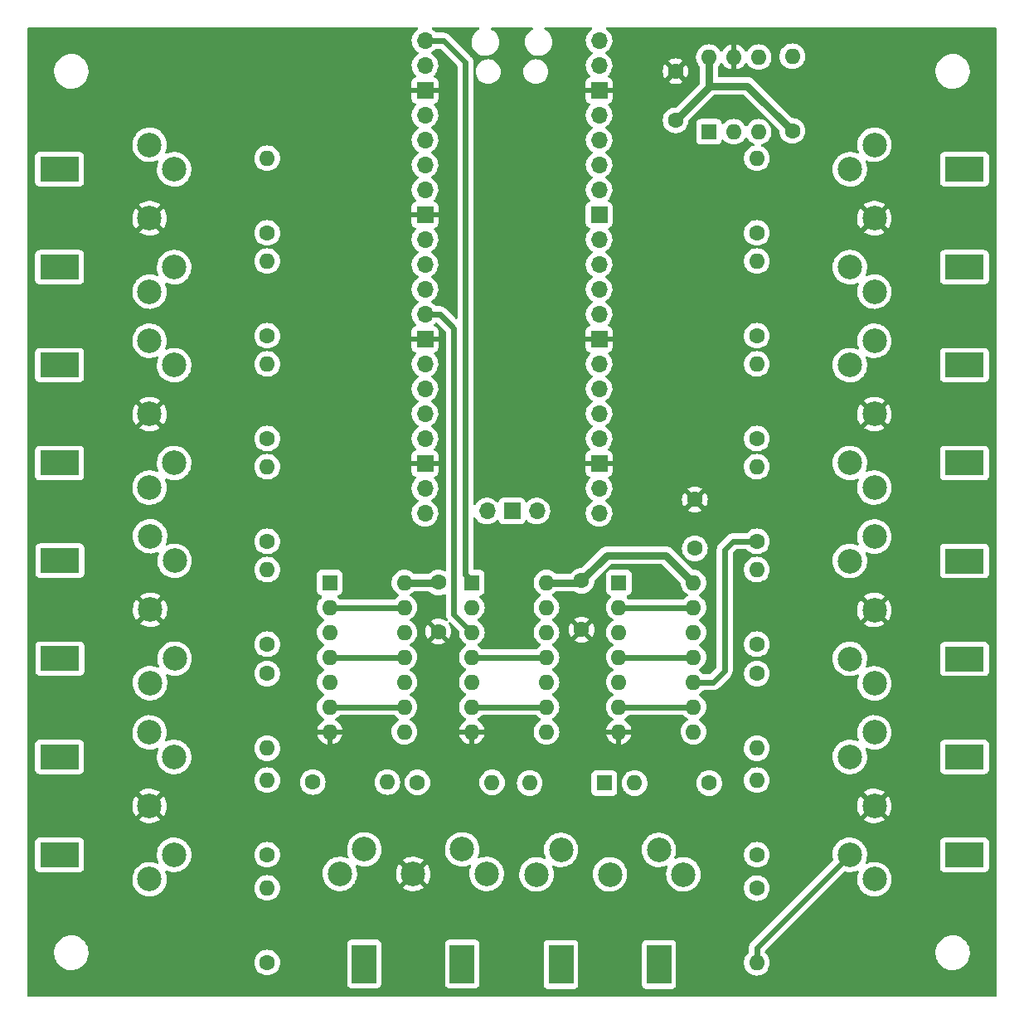
<source format=gbr>
%TF.GenerationSoftware,KiCad,Pcbnew,(6.0.5)*%
%TF.CreationDate,2022-08-29T14:43:18+01:00*%
%TF.ProjectId,PicoMIDISplitter,5069636f-4d49-4444-9953-706c69747465,rev?*%
%TF.SameCoordinates,Original*%
%TF.FileFunction,Copper,L2,Bot*%
%TF.FilePolarity,Positive*%
%FSLAX46Y46*%
G04 Gerber Fmt 4.6, Leading zero omitted, Abs format (unit mm)*
G04 Created by KiCad (PCBNEW (6.0.5)) date 2022-08-29 14:43:18*
%MOMM*%
%LPD*%
G01*
G04 APERTURE LIST*
%TA.AperFunction,ComponentPad*%
%ADD10R,1.600000X1.600000*%
%TD*%
%TA.AperFunction,ComponentPad*%
%ADD11O,1.600000X1.600000*%
%TD*%
%TA.AperFunction,ComponentPad*%
%ADD12C,1.600000*%
%TD*%
%TA.AperFunction,ComponentPad*%
%ADD13O,1.700000X1.700000*%
%TD*%
%TA.AperFunction,ComponentPad*%
%ADD14R,1.700000X1.700000*%
%TD*%
%TA.AperFunction,ComponentPad*%
%ADD15C,2.499360*%
%TD*%
%TA.AperFunction,WasherPad*%
%ADD16R,2.500000X4.000000*%
%TD*%
%TA.AperFunction,WasherPad*%
%ADD17R,4.000000X2.500000*%
%TD*%
%TA.AperFunction,Conductor*%
%ADD18C,0.600000*%
%TD*%
%TA.AperFunction,Conductor*%
%ADD19C,0.800000*%
%TD*%
G04 APERTURE END LIST*
D10*
%TO.P,U5,1*%
%TO.N,Net-(D1-Pad1)*%
X120106200Y-51171000D03*
D11*
%TO.P,U5,2*%
%TO.N,Net-(D1-Pad2)*%
X122646200Y-51171000D03*
%TO.P,U5,3*%
%TO.N,unconnected-(U5-Pad3)*%
X125186200Y-51171000D03*
%TO.P,U5,4*%
%TO.N,/RX0*%
X125186200Y-43551000D03*
%TO.P,U5,5*%
%TO.N,GND*%
X122646200Y-43551000D03*
%TO.P,U5,6*%
%TO.N,+3V3*%
X120106200Y-43551000D03*
%TD*%
D12*
%TO.P,R20,1*%
%TO.N,+3V3*%
X128625600Y-51079400D03*
D11*
%TO.P,R20,2*%
%TO.N,/RX0*%
X128625600Y-43459400D03*
%TD*%
D12*
%TO.P,R19,1*%
%TO.N,Net-(J10-Pad4)*%
X120142000Y-117678200D03*
D11*
%TO.P,R19,2*%
%TO.N,Net-(D1-Pad1)*%
X112522000Y-117678200D03*
%TD*%
%TO.P,U3,14,VCC*%
%TO.N,+5V*%
X118526400Y-97200800D03*
%TO.P,U3,13*%
%TO.N,Net-(U3-Pad13)*%
X118526400Y-99740800D03*
%TO.P,U3,12*%
%TO.N,Net-(R13-Pad1)*%
X118526400Y-102280800D03*
%TO.P,U3,11*%
%TO.N,Net-(U3-Pad11)*%
X118526400Y-104820800D03*
%TO.P,U3,10*%
%TO.N,Net-(R14-Pad1)*%
X118526400Y-107360800D03*
%TO.P,U3,9*%
%TO.N,Net-(U3-Pad6)*%
X118526400Y-109900800D03*
%TO.P,U3,8*%
%TO.N,Net-(R15-Pad1)*%
X118526400Y-112440800D03*
%TO.P,U3,7,GND*%
%TO.N,GND*%
X110906400Y-112440800D03*
%TO.P,U3,6*%
%TO.N,Net-(U3-Pad6)*%
X110906400Y-109900800D03*
%TO.P,U3,5*%
%TO.N,/PIO_TX7*%
X110906400Y-107360800D03*
%TO.P,U3,4*%
%TO.N,Net-(U3-Pad11)*%
X110906400Y-104820800D03*
%TO.P,U3,3*%
%TO.N,/PIO_TX6*%
X110906400Y-102280800D03*
%TO.P,U3,2*%
%TO.N,Net-(U3-Pad13)*%
X110906400Y-99740800D03*
D10*
%TO.P,U3,1*%
%TO.N,/PIO_TX5*%
X110906400Y-97200800D03*
%TD*%
%TO.P,U2,1*%
%TO.N,/TX0*%
X95895000Y-97200800D03*
D11*
%TO.P,U2,2*%
%TO.N,Net-(U2-Pad13)*%
X95895000Y-99740800D03*
%TO.P,U2,3*%
%TO.N,/PIO_TX3*%
X95895000Y-102280800D03*
%TO.P,U2,4*%
%TO.N,Net-(U2-Pad11)*%
X95895000Y-104820800D03*
%TO.P,U2,5*%
%TO.N,/PIO_TX4*%
X95895000Y-107360800D03*
%TO.P,U2,6*%
%TO.N,Net-(U2-Pad6)*%
X95895000Y-109900800D03*
%TO.P,U2,7,GND*%
%TO.N,GND*%
X95895000Y-112440800D03*
%TO.P,U2,8*%
%TO.N,Net-(R6-Pad1)*%
X103515000Y-112440800D03*
%TO.P,U2,9*%
%TO.N,Net-(U2-Pad6)*%
X103515000Y-109900800D03*
%TO.P,U2,10*%
%TO.N,Net-(R5-Pad1)*%
X103515000Y-107360800D03*
%TO.P,U2,11*%
%TO.N,Net-(U2-Pad11)*%
X103515000Y-104820800D03*
%TO.P,U2,12*%
%TO.N,Net-(R4-Pad1)*%
X103515000Y-102280800D03*
%TO.P,U2,13*%
%TO.N,Net-(U2-Pad13)*%
X103515000Y-99740800D03*
%TO.P,U2,14,VCC*%
%TO.N,+5V*%
X103515000Y-97200800D03*
%TD*%
D10*
%TO.P,U1,1*%
%TO.N,/PIO_TX0*%
X81391600Y-97200800D03*
D11*
%TO.P,U1,2*%
%TO.N,Net-(U1-Pad13)*%
X81391600Y-99740800D03*
%TO.P,U1,3*%
%TO.N,/PIO_TX1*%
X81391600Y-102280800D03*
%TO.P,U1,4*%
%TO.N,Net-(U1-Pad11)*%
X81391600Y-104820800D03*
%TO.P,U1,5*%
%TO.N,/PIO_TX2*%
X81391600Y-107360800D03*
%TO.P,U1,6*%
%TO.N,Net-(U1-Pad6)*%
X81391600Y-109900800D03*
%TO.P,U1,7,GND*%
%TO.N,GND*%
X81391600Y-112440800D03*
%TO.P,U1,8*%
%TO.N,Net-(R1-Pad1)*%
X89011600Y-112440800D03*
%TO.P,U1,9*%
%TO.N,Net-(U1-Pad6)*%
X89011600Y-109900800D03*
%TO.P,U1,10*%
%TO.N,Net-(U1-Pad10)*%
X89011600Y-107360800D03*
%TO.P,U1,11*%
%TO.N,Net-(U1-Pad11)*%
X89011600Y-104820800D03*
%TO.P,U1,12*%
%TO.N,Net-(R2-Pad1)*%
X89011600Y-102280800D03*
%TO.P,U1,13*%
%TO.N,Net-(U1-Pad13)*%
X89011600Y-99740800D03*
%TO.P,U1,14,VCC*%
%TO.N,+5V*%
X89011600Y-97200800D03*
%TD*%
D12*
%TO.P,R12,1*%
%TO.N,+5V*%
X125000000Y-125000000D03*
D11*
%TO.P,R12,2*%
%TO.N,Net-(J6-Pad4)*%
X125000000Y-117380000D03*
%TD*%
D12*
%TO.P,R11,1*%
%TO.N,+5V*%
X75000000Y-136000000D03*
D11*
%TO.P,R11,2*%
%TO.N,Net-(J5-Pad4)*%
X75000000Y-128380000D03*
%TD*%
D12*
%TO.P,R10,1*%
%TO.N,+5V*%
X90347800Y-117602000D03*
D11*
%TO.P,R10,2*%
%TO.N,Net-(J4-Pad4)*%
X97967800Y-117602000D03*
%TD*%
D12*
%TO.P,R6,1*%
%TO.N,Net-(R6-Pad1)*%
X125000000Y-128400000D03*
D11*
%TO.P,R6,2*%
%TO.N,Net-(J6-Pad5)*%
X125000000Y-136020000D03*
%TD*%
D12*
%TO.P,R18,1*%
%TO.N,+5V*%
X125000000Y-61500000D03*
D11*
%TO.P,R18,2*%
%TO.N,Net-(J9-Pad4)*%
X125000000Y-53880000D03*
%TD*%
D12*
%TO.P,R17,1*%
%TO.N,+5V*%
X125000000Y-82500000D03*
D11*
%TO.P,R17,2*%
%TO.N,Net-(J8-Pad4)*%
X125000000Y-74880000D03*
%TD*%
D12*
%TO.P,R5,1*%
%TO.N,Net-(R5-Pad1)*%
X75000000Y-125000000D03*
D11*
%TO.P,R5,2*%
%TO.N,Net-(J5-Pad5)*%
X75000000Y-117380000D03*
%TD*%
D12*
%TO.P,R4,1*%
%TO.N,Net-(R4-Pad1)*%
X79654400Y-117576600D03*
D11*
%TO.P,R4,2*%
%TO.N,Net-(J4-Pad5)*%
X87274400Y-117576600D03*
%TD*%
D12*
%TO.P,R9,1*%
%TO.N,+5V*%
X75000000Y-93000000D03*
D11*
%TO.P,R9,2*%
%TO.N,Net-(J3-Pad4)*%
X75000000Y-85380000D03*
%TD*%
%TO.P,R8,2*%
%TO.N,Net-(J2-Pad4)*%
X75000000Y-64380000D03*
D12*
%TO.P,R8,1*%
%TO.N,+5V*%
X75000000Y-72000000D03*
%TD*%
%TO.P,R16,1*%
%TO.N,+5V*%
X125000000Y-103500000D03*
D11*
%TO.P,R16,2*%
%TO.N,Net-(J7-Pad4)*%
X125000000Y-95880000D03*
%TD*%
D12*
%TO.P,R15,1*%
%TO.N,Net-(R15-Pad1)*%
X125000000Y-72000000D03*
D11*
%TO.P,R15,2*%
%TO.N,Net-(J9-Pad5)*%
X125000000Y-64380000D03*
%TD*%
D12*
%TO.P,R3,1*%
%TO.N,Net-(U1-Pad10)*%
X75000000Y-82500000D03*
D11*
%TO.P,R3,2*%
%TO.N,Net-(J3-Pad5)*%
X75000000Y-74880000D03*
%TD*%
D12*
%TO.P,R2,1*%
%TO.N,Net-(R2-Pad1)*%
X75000000Y-61500000D03*
D11*
%TO.P,R2,2*%
%TO.N,Net-(J2-Pad5)*%
X75000000Y-53880000D03*
%TD*%
D12*
%TO.P,R1,1*%
%TO.N,Net-(R1-Pad1)*%
X75000000Y-103500000D03*
D11*
%TO.P,R1,2*%
%TO.N,Net-(J1-Pad5)*%
X75000000Y-95880000D03*
%TD*%
D12*
%TO.P,R7,1*%
%TO.N,+5V*%
X75000000Y-106500000D03*
D11*
%TO.P,R7,2*%
%TO.N,Net-(J1-Pad4)*%
X75000000Y-114120000D03*
%TD*%
D12*
%TO.P,R14,1*%
%TO.N,Net-(R14-Pad1)*%
X125000000Y-93000000D03*
D11*
%TO.P,R14,2*%
%TO.N,Net-(J8-Pad5)*%
X125000000Y-85380000D03*
%TD*%
D12*
%TO.P,R13,1*%
%TO.N,Net-(R13-Pad1)*%
X125000000Y-106500000D03*
D11*
%TO.P,R13,2*%
%TO.N,Net-(J7-Pad5)*%
X125000000Y-114120000D03*
%TD*%
D10*
%TO.P,D1,1,K*%
%TO.N,Net-(D1-Pad1)*%
X109423200Y-117678200D03*
D11*
%TO.P,D1,2,A*%
%TO.N,Net-(D1-Pad2)*%
X101803200Y-117678200D03*
%TD*%
D12*
%TO.P,C2,2*%
%TO.N,GND*%
X107111800Y-102017200D03*
%TO.P,C2,1*%
%TO.N,+5V*%
X107111800Y-97017200D03*
%TD*%
%TO.P,C1,1*%
%TO.N,+5V*%
X92481400Y-97195000D03*
%TO.P,C1,2*%
%TO.N,GND*%
X92481400Y-102195000D03*
%TD*%
%TO.P,C3,1*%
%TO.N,+5V*%
X118668800Y-93711400D03*
%TO.P,C3,2*%
%TO.N,GND*%
X118668800Y-88711400D03*
%TD*%
%TO.P,C4,1*%
%TO.N,GND*%
X116713000Y-44998000D03*
%TO.P,C4,2*%
%TO.N,+3V3*%
X116713000Y-49998000D03*
%TD*%
D13*
%TO.P,U4,1,GPIO0*%
%TO.N,/TX0*%
X91110000Y-41870000D03*
%TO.P,U4,2,GPIO1*%
%TO.N,/RX0*%
X91110000Y-44410000D03*
D14*
%TO.P,U4,3,GND*%
%TO.N,GND*%
X91110000Y-46950000D03*
D13*
%TO.P,U4,4,GPIO2*%
%TO.N,unconnected-(U4-Pad4)*%
X91110000Y-49490000D03*
%TO.P,U4,5,GPIO3*%
%TO.N,unconnected-(U4-Pad5)*%
X91110000Y-52030000D03*
%TO.P,U4,6,GPIO4*%
%TO.N,/TX1*%
X91110000Y-54570000D03*
%TO.P,U4,7,GPIO5*%
%TO.N,/RX1*%
X91110000Y-57110000D03*
D14*
%TO.P,U4,8,GND*%
%TO.N,GND*%
X91110000Y-59650000D03*
D13*
%TO.P,U4,9,GPIO6*%
%TO.N,/PIO_TX0*%
X91110000Y-62190000D03*
%TO.P,U4,10,GPIO7*%
%TO.N,/PIO_TX1*%
X91110000Y-64730000D03*
%TO.P,U4,11,GPIO8*%
%TO.N,/PIO_TX2*%
X91110000Y-67270000D03*
%TO.P,U4,12,GPIO9*%
%TO.N,/PIO_TX3*%
X91110000Y-69810000D03*
D14*
%TO.P,U4,13,GND*%
%TO.N,GND*%
X91110000Y-72350000D03*
D13*
%TO.P,U4,14,GPIO10*%
%TO.N,/PIO_TX4*%
X91110000Y-74890000D03*
%TO.P,U4,15,GPIO11*%
%TO.N,/PIO_TX5*%
X91110000Y-77430000D03*
%TO.P,U4,16,GPIO12*%
%TO.N,/PIO_TX6*%
X91110000Y-79970000D03*
%TO.P,U4,17,GPIO13*%
%TO.N,/PIO_TX7*%
X91110000Y-82510000D03*
D14*
%TO.P,U4,18,GND*%
%TO.N,GND*%
X91110000Y-85050000D03*
D13*
%TO.P,U4,19,GPIO14*%
%TO.N,unconnected-(U4-Pad19)*%
X91110000Y-87590000D03*
%TO.P,U4,20,GPIO15*%
%TO.N,unconnected-(U4-Pad20)*%
X91110000Y-90130000D03*
%TO.P,U4,21,GPIO16*%
%TO.N,unconnected-(U4-Pad21)*%
X108890000Y-90130000D03*
%TO.P,U4,22,GPIO17*%
%TO.N,unconnected-(U4-Pad22)*%
X108890000Y-87590000D03*
D14*
%TO.P,U4,23,GND*%
%TO.N,GND*%
X108890000Y-85050000D03*
D13*
%TO.P,U4,24,GPIO18*%
%TO.N,unconnected-(U4-Pad24)*%
X108890000Y-82510000D03*
%TO.P,U4,25,GPIO19*%
%TO.N,unconnected-(U4-Pad25)*%
X108890000Y-79970000D03*
%TO.P,U4,26,GPIO20*%
%TO.N,unconnected-(U4-Pad26)*%
X108890000Y-77430000D03*
%TO.P,U4,27,GPIO21*%
%TO.N,unconnected-(U4-Pad27)*%
X108890000Y-74890000D03*
D14*
%TO.P,U4,28,GND*%
%TO.N,GND*%
X108890000Y-72350000D03*
D13*
%TO.P,U4,29,GPIO22*%
%TO.N,unconnected-(U4-Pad29)*%
X108890000Y-69810000D03*
%TO.P,U4,30,RUN*%
%TO.N,unconnected-(U4-Pad30)*%
X108890000Y-67270000D03*
%TO.P,U4,31,GPIO26_ADC0*%
%TO.N,unconnected-(U4-Pad31)*%
X108890000Y-64730000D03*
%TO.P,U4,32,GPIO27_ADC1*%
%TO.N,unconnected-(U4-Pad32)*%
X108890000Y-62190000D03*
D14*
%TO.P,U4,33,AGND*%
%TO.N,unconnected-(U4-Pad33)*%
X108890000Y-59650000D03*
D13*
%TO.P,U4,34,GPIO28_ADC2*%
%TO.N,unconnected-(U4-Pad34)*%
X108890000Y-57110000D03*
%TO.P,U4,35,ADC_VREF*%
%TO.N,unconnected-(U4-Pad35)*%
X108890000Y-54570000D03*
%TO.P,U4,36,3V3*%
%TO.N,+3V3*%
X108890000Y-52030000D03*
%TO.P,U4,37,3V3_EN*%
%TO.N,unconnected-(U4-Pad37)*%
X108890000Y-49490000D03*
D14*
%TO.P,U4,38,GND*%
%TO.N,GND*%
X108890000Y-46950000D03*
D13*
%TO.P,U4,39,VSYS*%
%TO.N,unconnected-(U4-Pad39)*%
X108890000Y-44410000D03*
%TO.P,U4,40,VBUS*%
%TO.N,+5V*%
X108890000Y-41870000D03*
%TO.P,U4,41,SWCLK*%
%TO.N,unconnected-(U4-Pad41)*%
X97460000Y-89900000D03*
D14*
%TO.P,U4,42,GND*%
%TO.N,unconnected-(U4-Pad42)*%
X100000000Y-89900000D03*
D13*
%TO.P,U4,43,SWDIO*%
%TO.N,unconnected-(U4-Pad43)*%
X102540000Y-89900000D03*
%TD*%
D15*
%TO.P,J10,3*%
%TO.N,unconnected-(J10-Pad3)*%
X102501920Y-127002800D03*
%TO.P,J10,4*%
%TO.N,Net-(J10-Pad4)*%
X114996180Y-124500900D03*
%TO.P,J10,2*%
%TO.N,unconnected-(J10-Pad2)*%
X110000000Y-127000260D03*
%TO.P,J10,1*%
%TO.N,unconnected-(J10-Pad1)*%
X117498080Y-127002800D03*
%TO.P,J10,5*%
%TO.N,Net-(D1-Pad2)*%
X105003820Y-124500900D03*
D16*
%TO.P,J10,*%
%TO.N,*%
X115001260Y-136197700D03*
X104998740Y-136197700D03*
%TD*%
D15*
%TO.P,J9,3*%
%TO.N,unconnected-(J9-Pad3)*%
X137002800Y-67498080D03*
%TO.P,J9,4*%
%TO.N,Net-(J9-Pad4)*%
X134500900Y-55003820D03*
%TO.P,J9,2*%
%TO.N,GND*%
X137000260Y-60000000D03*
%TO.P,J9,1*%
%TO.N,unconnected-(J9-Pad1)*%
X137002800Y-52501920D03*
%TO.P,J9,5*%
%TO.N,Net-(J9-Pad5)*%
X134500900Y-64996180D03*
D17*
%TO.P,J9,*%
%TO.N,*%
X146197700Y-54998740D03*
X146197700Y-65001260D03*
%TD*%
D15*
%TO.P,J8,3*%
%TO.N,unconnected-(J8-Pad3)*%
X137002800Y-87498080D03*
%TO.P,J8,4*%
%TO.N,Net-(J8-Pad4)*%
X134500900Y-75003820D03*
%TO.P,J8,2*%
%TO.N,GND*%
X137000260Y-80000000D03*
%TO.P,J8,1*%
%TO.N,unconnected-(J8-Pad1)*%
X137002800Y-72501920D03*
%TO.P,J8,5*%
%TO.N,Net-(J8-Pad5)*%
X134500900Y-84996180D03*
D17*
%TO.P,J8,*%
%TO.N,*%
X146197700Y-74998740D03*
X146197700Y-85001260D03*
%TD*%
D15*
%TO.P,J7,3*%
%TO.N,unconnected-(J7-Pad3)*%
X137002800Y-107498080D03*
%TO.P,J7,4*%
%TO.N,Net-(J7-Pad4)*%
X134500900Y-95003820D03*
%TO.P,J7,2*%
%TO.N,GND*%
X137000260Y-100000000D03*
%TO.P,J7,1*%
%TO.N,unconnected-(J7-Pad1)*%
X137002800Y-92501920D03*
%TO.P,J7,5*%
%TO.N,Net-(J7-Pad5)*%
X134500900Y-104996180D03*
D17*
%TO.P,J7,*%
%TO.N,*%
X146197700Y-94998740D03*
X146197700Y-105001260D03*
%TD*%
D16*
%TO.P,J4,*%
%TO.N,*%
X84914740Y-136144100D03*
X94917260Y-136144100D03*
D15*
%TO.P,J4,1*%
%TO.N,unconnected-(J4-Pad1)*%
X97414080Y-126949200D03*
%TO.P,J4,2*%
%TO.N,GND*%
X89916000Y-126946660D03*
%TO.P,J4,3*%
%TO.N,unconnected-(J4-Pad3)*%
X82417920Y-126949200D03*
%TO.P,J4,4*%
%TO.N,Net-(J4-Pad4)*%
X94912180Y-124447300D03*
%TO.P,J4,5*%
%TO.N,Net-(J4-Pad5)*%
X84919820Y-124447300D03*
%TD*%
D17*
%TO.P,J2,*%
%TO.N,*%
X53802300Y-65001260D03*
X53802300Y-54998740D03*
D15*
%TO.P,J2,1*%
%TO.N,unconnected-(J2-Pad1)*%
X62997200Y-67498080D03*
%TO.P,J2,2*%
%TO.N,GND*%
X62999740Y-60000000D03*
%TO.P,J2,3*%
%TO.N,unconnected-(J2-Pad3)*%
X62997200Y-52501920D03*
%TO.P,J2,4*%
%TO.N,Net-(J2-Pad4)*%
X65499100Y-64996180D03*
%TO.P,J2,5*%
%TO.N,Net-(J2-Pad5)*%
X65499100Y-55003820D03*
%TD*%
D17*
%TO.P,J5,*%
%TO.N,*%
X53802300Y-114998740D03*
X53802300Y-125001260D03*
D15*
%TO.P,J5,1*%
%TO.N,unconnected-(J5-Pad1)*%
X62997200Y-127498080D03*
%TO.P,J5,2*%
%TO.N,GND*%
X62999740Y-120000000D03*
%TO.P,J5,3*%
%TO.N,unconnected-(J5-Pad3)*%
X62997200Y-112501920D03*
%TO.P,J5,4*%
%TO.N,Net-(J5-Pad4)*%
X65499100Y-124996180D03*
%TO.P,J5,5*%
%TO.N,Net-(J5-Pad5)*%
X65499100Y-115003820D03*
%TD*%
D17*
%TO.P,J3,*%
%TO.N,*%
X53802300Y-85001260D03*
X53802300Y-74998740D03*
D15*
%TO.P,J3,1*%
%TO.N,unconnected-(J3-Pad1)*%
X62997200Y-87498080D03*
%TO.P,J3,2*%
%TO.N,GND*%
X62999740Y-80000000D03*
%TO.P,J3,3*%
%TO.N,unconnected-(J3-Pad3)*%
X62997200Y-72501920D03*
%TO.P,J3,4*%
%TO.N,Net-(J3-Pad4)*%
X65499100Y-84996180D03*
%TO.P,J3,5*%
%TO.N,Net-(J3-Pad5)*%
X65499100Y-75003820D03*
%TD*%
D17*
%TO.P,J1,*%
%TO.N,*%
X53847900Y-104975660D03*
X53847900Y-94973140D03*
D15*
%TO.P,J1,1*%
%TO.N,unconnected-(J1-Pad1)*%
X63042800Y-107472480D03*
%TO.P,J1,2*%
%TO.N,GND*%
X63045340Y-99974400D03*
%TO.P,J1,3*%
%TO.N,unconnected-(J1-Pad3)*%
X63042800Y-92476320D03*
%TO.P,J1,4*%
%TO.N,Net-(J1-Pad4)*%
X65544700Y-104970580D03*
%TO.P,J1,5*%
%TO.N,Net-(J1-Pad5)*%
X65544700Y-94978220D03*
%TD*%
D17*
%TO.P,J6,*%
%TO.N,*%
X146197700Y-114998740D03*
X146197700Y-125001260D03*
D15*
%TO.P,J6,1*%
%TO.N,unconnected-(J6-Pad1)*%
X137002800Y-112501920D03*
%TO.P,J6,2*%
%TO.N,GND*%
X137000260Y-120000000D03*
%TO.P,J6,3*%
%TO.N,unconnected-(J6-Pad3)*%
X137002800Y-127498080D03*
%TO.P,J6,4*%
%TO.N,Net-(J6-Pad4)*%
X134500900Y-115003820D03*
%TO.P,J6,5*%
%TO.N,Net-(J6-Pad5)*%
X134500900Y-124996180D03*
%TD*%
D18*
%TO.N,Net-(J6-Pad5)*%
X125000000Y-134497080D02*
X125000000Y-136020000D01*
X134500900Y-124996180D02*
X125000000Y-134497080D01*
D19*
%TO.N,+5V*%
X109717200Y-94411800D02*
X110490000Y-94411800D01*
X107111800Y-97017200D02*
X109717200Y-94411800D01*
X110490000Y-94411800D02*
X115737400Y-94411800D01*
X106928200Y-97200800D02*
X107111800Y-97017200D01*
X103515000Y-97200800D02*
X106928200Y-97200800D01*
D18*
%TO.N,Net-(U2-Pad6)*%
X95895000Y-109900800D02*
X103515000Y-109900800D01*
%TO.N,Net-(U2-Pad11)*%
X95895000Y-104820800D02*
X103515000Y-104820800D01*
%TO.N,/TX0*%
X95895000Y-97023000D02*
X95250000Y-96378000D01*
X95895000Y-97200800D02*
X95895000Y-97023000D01*
%TO.N,/PIO_TX3*%
X94058100Y-71219700D02*
X94058100Y-100443900D01*
X91110000Y-69810000D02*
X92648400Y-69810000D01*
X92648400Y-69810000D02*
X94058100Y-71219700D01*
X94058100Y-100443900D02*
X95895000Y-102280800D01*
%TO.N,Net-(R14-Pad1)*%
X122544400Y-93000000D02*
X125000000Y-93000000D01*
X121716800Y-106197400D02*
X121716800Y-93827600D01*
X120553400Y-107360800D02*
X121716800Y-106197400D01*
X121716800Y-93827600D02*
X122544400Y-93000000D01*
X118526400Y-107360800D02*
X120553400Y-107360800D01*
%TO.N,/TX0*%
X95250000Y-44094400D02*
X95250000Y-96378000D01*
X93025600Y-41870000D02*
X95250000Y-44094400D01*
X91110000Y-41870000D02*
X93025600Y-41870000D01*
D19*
%TO.N,+3V3*%
X124028600Y-46482400D02*
X120106200Y-46482400D01*
X128625600Y-51079400D02*
X124028600Y-46482400D01*
X120106200Y-46482400D02*
X120106200Y-43551000D01*
X120167400Y-46543600D02*
X120106200Y-46482400D01*
X116713000Y-49998000D02*
X120167400Y-46543600D01*
%TO.N,+5V*%
X89011600Y-97200800D02*
X92069200Y-97200800D01*
X115737400Y-94411800D02*
X118526400Y-97200800D01*
X106598000Y-97023000D02*
X106908600Y-96712400D01*
D18*
%TO.N,Net-(U1-Pad13)*%
X89011600Y-99740800D02*
X81391600Y-99740800D01*
%TO.N,Net-(U1-Pad11)*%
X81391600Y-104820800D02*
X89011600Y-104820800D01*
%TO.N,Net-(U1-Pad6)*%
X89011600Y-109900800D02*
X81391600Y-109900800D01*
%TO.N,Net-(U3-Pad13)*%
X110906400Y-99740800D02*
X118526400Y-99740800D01*
%TO.N,Net-(U3-Pad11)*%
X110906400Y-104820800D02*
X118800800Y-104820800D01*
%TO.N,Net-(U3-Pad6)*%
X110906400Y-109900800D02*
X118526400Y-109900800D01*
%TD*%
%TA.AperFunction,Conductor*%
%TO.N,GND*%
G36*
X90351098Y-40528502D02*
G01*
X90397591Y-40582158D01*
X90407695Y-40652432D01*
X90378201Y-40717012D01*
X90358630Y-40735260D01*
X90245352Y-40820312D01*
X90204965Y-40850635D01*
X90050629Y-41012138D01*
X90047715Y-41016410D01*
X90047714Y-41016411D01*
X89976063Y-41121447D01*
X89924743Y-41196680D01*
X89830688Y-41399305D01*
X89770989Y-41614570D01*
X89747251Y-41836695D01*
X89747548Y-41841848D01*
X89747548Y-41841851D01*
X89756667Y-42000000D01*
X89760110Y-42059715D01*
X89761247Y-42064761D01*
X89761248Y-42064767D01*
X89784030Y-42165857D01*
X89809222Y-42277639D01*
X89847461Y-42371811D01*
X89882093Y-42457099D01*
X89893266Y-42484616D01*
X90009987Y-42675088D01*
X90156250Y-42843938D01*
X90328126Y-42986632D01*
X90398595Y-43027811D01*
X90401445Y-43029476D01*
X90450169Y-43081114D01*
X90463240Y-43150897D01*
X90436509Y-43216669D01*
X90396055Y-43250027D01*
X90383607Y-43256507D01*
X90379474Y-43259610D01*
X90379471Y-43259612D01*
X90249484Y-43357209D01*
X90204965Y-43390635D01*
X90183544Y-43413051D01*
X90056949Y-43545525D01*
X90050629Y-43552138D01*
X90047715Y-43556410D01*
X90047714Y-43556411D01*
X89973686Y-43664932D01*
X89924743Y-43736680D01*
X89900078Y-43789816D01*
X89833328Y-43933618D01*
X89830688Y-43939305D01*
X89770989Y-44154570D01*
X89747251Y-44376695D01*
X89747548Y-44381848D01*
X89747548Y-44381851D01*
X89757818Y-44559972D01*
X89760110Y-44599715D01*
X89761247Y-44604761D01*
X89761248Y-44604767D01*
X89780124Y-44688523D01*
X89809222Y-44817639D01*
X89847461Y-44911811D01*
X89884682Y-45003475D01*
X89893266Y-45024616D01*
X89941286Y-45102978D01*
X89969501Y-45149020D01*
X90009987Y-45215088D01*
X90156250Y-45383938D01*
X90160225Y-45387238D01*
X90160231Y-45387244D01*
X90165425Y-45391556D01*
X90205059Y-45450460D01*
X90206555Y-45521441D01*
X90169439Y-45581962D01*
X90129168Y-45606480D01*
X90021946Y-45646676D01*
X90006351Y-45655214D01*
X89904276Y-45731715D01*
X89891715Y-45744276D01*
X89815214Y-45846351D01*
X89806676Y-45861946D01*
X89761522Y-45982394D01*
X89757895Y-45997649D01*
X89752369Y-46048514D01*
X89752000Y-46055328D01*
X89752000Y-46677885D01*
X89756475Y-46693124D01*
X89757865Y-46694329D01*
X89765548Y-46696000D01*
X92449884Y-46696000D01*
X92465123Y-46691525D01*
X92466328Y-46690135D01*
X92467999Y-46682452D01*
X92467999Y-46055331D01*
X92467629Y-46048510D01*
X92462105Y-45997648D01*
X92458479Y-45982396D01*
X92413324Y-45861946D01*
X92404786Y-45846351D01*
X92328285Y-45744276D01*
X92315724Y-45731715D01*
X92213649Y-45655214D01*
X92198054Y-45646676D01*
X92087813Y-45605348D01*
X92031049Y-45562706D01*
X92006349Y-45496145D01*
X92021557Y-45426796D01*
X92043104Y-45398115D01*
X92144430Y-45297144D01*
X92144440Y-45297132D01*
X92148096Y-45293489D01*
X92183734Y-45243894D01*
X92275435Y-45116277D01*
X92278453Y-45112077D01*
X92330099Y-45007580D01*
X92375136Y-44916453D01*
X92375137Y-44916451D01*
X92377430Y-44911811D01*
X92442370Y-44698069D01*
X92471529Y-44476590D01*
X92471611Y-44473240D01*
X92473074Y-44413365D01*
X92473074Y-44413361D01*
X92473156Y-44410000D01*
X92454852Y-44187361D01*
X92400431Y-43970702D01*
X92311354Y-43765840D01*
X92253804Y-43676881D01*
X92192822Y-43582617D01*
X92192820Y-43582614D01*
X92190014Y-43578277D01*
X92039670Y-43413051D01*
X92035619Y-43409852D01*
X92035615Y-43409848D01*
X91868414Y-43277800D01*
X91868410Y-43277798D01*
X91864359Y-43274598D01*
X91823053Y-43251796D01*
X91773084Y-43201364D01*
X91758312Y-43131921D01*
X91783428Y-43065516D01*
X91810780Y-43038909D01*
X91858073Y-43005175D01*
X91989860Y-42911173D01*
X92148096Y-42753489D01*
X92151169Y-42749213D01*
X92164276Y-42730973D01*
X92220271Y-42687326D01*
X92266598Y-42678500D01*
X92638518Y-42678500D01*
X92706639Y-42698502D01*
X92727613Y-42715405D01*
X94404595Y-44392386D01*
X94438620Y-44454698D01*
X94441500Y-44481481D01*
X94441500Y-70155518D01*
X94421498Y-70223639D01*
X94367842Y-70270132D01*
X94297568Y-70280236D01*
X94232988Y-70250742D01*
X94226405Y-70244613D01*
X93226634Y-69244842D01*
X93225706Y-69243905D01*
X93167557Y-69184525D01*
X93167556Y-69184524D01*
X93162629Y-69179493D01*
X93126179Y-69156002D01*
X93115854Y-69148583D01*
X93081957Y-69121524D01*
X93071571Y-69116503D01*
X93051763Y-69106928D01*
X93038345Y-69099398D01*
X93010162Y-69081235D01*
X93003545Y-69078827D01*
X93003540Y-69078824D01*
X92969427Y-69066408D01*
X92957684Y-69061447D01*
X92924997Y-69045646D01*
X92924992Y-69045644D01*
X92918651Y-69042579D01*
X92911793Y-69040996D01*
X92911791Y-69040995D01*
X92885974Y-69035035D01*
X92871231Y-69030668D01*
X92839715Y-69019197D01*
X92832725Y-69018314D01*
X92832717Y-69018312D01*
X92796699Y-69013762D01*
X92784147Y-69011526D01*
X92748786Y-69003362D01*
X92748783Y-69003362D01*
X92741915Y-69001776D01*
X92734869Y-69001751D01*
X92734866Y-69001751D01*
X92701344Y-69001634D01*
X92700462Y-69001605D01*
X92699631Y-69001500D01*
X92662981Y-69001500D01*
X92662541Y-69001499D01*
X92564057Y-69001155D01*
X92564052Y-69001155D01*
X92560530Y-69001143D01*
X92559330Y-69001411D01*
X92557693Y-69001500D01*
X92266850Y-69001500D01*
X92198729Y-68981498D01*
X92173656Y-68960299D01*
X92043151Y-68816876D01*
X92043145Y-68816870D01*
X92039670Y-68813051D01*
X92035619Y-68809852D01*
X92035615Y-68809848D01*
X91868414Y-68677800D01*
X91868410Y-68677798D01*
X91864359Y-68674598D01*
X91823053Y-68651796D01*
X91773084Y-68601364D01*
X91758312Y-68531921D01*
X91783428Y-68465516D01*
X91810780Y-68438909D01*
X91854603Y-68407650D01*
X91989860Y-68311173D01*
X92148096Y-68153489D01*
X92207594Y-68070689D01*
X92275435Y-67976277D01*
X92278453Y-67972077D01*
X92336765Y-67854092D01*
X92375136Y-67776453D01*
X92375137Y-67776451D01*
X92377430Y-67771811D01*
X92442370Y-67558069D01*
X92471529Y-67336590D01*
X92473156Y-67270000D01*
X92454852Y-67047361D01*
X92400431Y-66830702D01*
X92311354Y-66625840D01*
X92190014Y-66438277D01*
X92039670Y-66273051D01*
X92035619Y-66269852D01*
X92035615Y-66269848D01*
X91868414Y-66137800D01*
X91868410Y-66137798D01*
X91864359Y-66134598D01*
X91823053Y-66111796D01*
X91773084Y-66061364D01*
X91758312Y-65991921D01*
X91783428Y-65925516D01*
X91810780Y-65898909D01*
X91863440Y-65861347D01*
X91989860Y-65771173D01*
X92007742Y-65753354D01*
X92144435Y-65617137D01*
X92148096Y-65613489D01*
X92155301Y-65603463D01*
X92275435Y-65436277D01*
X92278453Y-65432077D01*
X92299567Y-65389357D01*
X92375136Y-65236453D01*
X92375137Y-65236451D01*
X92377430Y-65231811D01*
X92442370Y-65018069D01*
X92471529Y-64796590D01*
X92473156Y-64730000D01*
X92454852Y-64507361D01*
X92400431Y-64290702D01*
X92311354Y-64085840D01*
X92235601Y-63968743D01*
X92192822Y-63902617D01*
X92192820Y-63902614D01*
X92190014Y-63898277D01*
X92039670Y-63733051D01*
X92035619Y-63729852D01*
X92035615Y-63729848D01*
X91868414Y-63597800D01*
X91868410Y-63597798D01*
X91864359Y-63594598D01*
X91823053Y-63571796D01*
X91773084Y-63521364D01*
X91758312Y-63451921D01*
X91783428Y-63385516D01*
X91810780Y-63358909D01*
X91854603Y-63327650D01*
X91989860Y-63231173D01*
X92148096Y-63073489D01*
X92152773Y-63066981D01*
X92275435Y-62896277D01*
X92278453Y-62892077D01*
X92326915Y-62794022D01*
X92375136Y-62696453D01*
X92375137Y-62696451D01*
X92377430Y-62691811D01*
X92442370Y-62478069D01*
X92471529Y-62256590D01*
X92473156Y-62190000D01*
X92454852Y-61967361D01*
X92400431Y-61750702D01*
X92311354Y-61545840D01*
X92230219Y-61420424D01*
X92192822Y-61362617D01*
X92192820Y-61362614D01*
X92190014Y-61358277D01*
X92186540Y-61354459D01*
X92186533Y-61354450D01*
X92042435Y-61196088D01*
X92011383Y-61132242D01*
X92019779Y-61061744D01*
X92064956Y-61006976D01*
X92091400Y-60993307D01*
X92198052Y-60953325D01*
X92213649Y-60944786D01*
X92315724Y-60868285D01*
X92328285Y-60855724D01*
X92404786Y-60753649D01*
X92413324Y-60738054D01*
X92458478Y-60617606D01*
X92462105Y-60602351D01*
X92467631Y-60551486D01*
X92468000Y-60544672D01*
X92468000Y-59922115D01*
X92463525Y-59906876D01*
X92462135Y-59905671D01*
X92454452Y-59904000D01*
X89770116Y-59904000D01*
X89754877Y-59908475D01*
X89753672Y-59909865D01*
X89752001Y-59917548D01*
X89752001Y-60544669D01*
X89752371Y-60551490D01*
X89757895Y-60602352D01*
X89761521Y-60617604D01*
X89806676Y-60738054D01*
X89815214Y-60753649D01*
X89891715Y-60855724D01*
X89904276Y-60868285D01*
X90006351Y-60944786D01*
X90021946Y-60953324D01*
X90130827Y-60994142D01*
X90187591Y-61036784D01*
X90212291Y-61103345D01*
X90197083Y-61172694D01*
X90177691Y-61199175D01*
X90054200Y-61328401D01*
X90050629Y-61332138D01*
X89924743Y-61516680D01*
X89909003Y-61550590D01*
X89838061Y-61703422D01*
X89830688Y-61719305D01*
X89770989Y-61934570D01*
X89747251Y-62156695D01*
X89747548Y-62161848D01*
X89747548Y-62161851D01*
X89753011Y-62256590D01*
X89760110Y-62379715D01*
X89761247Y-62384761D01*
X89761248Y-62384767D01*
X89781119Y-62472939D01*
X89809222Y-62597639D01*
X89847461Y-62691811D01*
X89888192Y-62792119D01*
X89893266Y-62804616D01*
X90009987Y-62995088D01*
X90156250Y-63163938D01*
X90328126Y-63306632D01*
X90391073Y-63343415D01*
X90401445Y-63349476D01*
X90450169Y-63401114D01*
X90463240Y-63470897D01*
X90436509Y-63536669D01*
X90396055Y-63570027D01*
X90383607Y-63576507D01*
X90379474Y-63579610D01*
X90379471Y-63579612D01*
X90219490Y-63699729D01*
X90204965Y-63710635D01*
X90050629Y-63872138D01*
X89924743Y-64056680D01*
X89877994Y-64157393D01*
X89840976Y-64237142D01*
X89830688Y-64259305D01*
X89770989Y-64474570D01*
X89747251Y-64696695D01*
X89747548Y-64701848D01*
X89747548Y-64701851D01*
X89755181Y-64834225D01*
X89760110Y-64919715D01*
X89761247Y-64924761D01*
X89761248Y-64924767D01*
X89781119Y-65012939D01*
X89809222Y-65137639D01*
X89893266Y-65344616D01*
X89920683Y-65389357D01*
X90000649Y-65519849D01*
X90009987Y-65535088D01*
X90156250Y-65703938D01*
X90265929Y-65794995D01*
X90321816Y-65841393D01*
X90328126Y-65846632D01*
X90356741Y-65863353D01*
X90401445Y-65889476D01*
X90450169Y-65941114D01*
X90463240Y-66010897D01*
X90436509Y-66076669D01*
X90396055Y-66110027D01*
X90383607Y-66116507D01*
X90379474Y-66119610D01*
X90379471Y-66119612D01*
X90209100Y-66247530D01*
X90204965Y-66250635D01*
X90161635Y-66295977D01*
X90091877Y-66368975D01*
X90050629Y-66412138D01*
X90047715Y-66416410D01*
X90047714Y-66416411D01*
X90041838Y-66425025D01*
X89924743Y-66596680D01*
X89909003Y-66630590D01*
X89852180Y-66753005D01*
X89830688Y-66799305D01*
X89770989Y-67014570D01*
X89747251Y-67236695D01*
X89747548Y-67241848D01*
X89747548Y-67241851D01*
X89753011Y-67336590D01*
X89760110Y-67459715D01*
X89761247Y-67464761D01*
X89761248Y-67464767D01*
X89768046Y-67494931D01*
X89809222Y-67677639D01*
X89847461Y-67771811D01*
X89880872Y-67854092D01*
X89893266Y-67884616D01*
X90009987Y-68075088D01*
X90156250Y-68243938D01*
X90328126Y-68386632D01*
X90398595Y-68427811D01*
X90401445Y-68429476D01*
X90450169Y-68481114D01*
X90463240Y-68550897D01*
X90436509Y-68616669D01*
X90396055Y-68650027D01*
X90383607Y-68656507D01*
X90379474Y-68659610D01*
X90379471Y-68659612D01*
X90355247Y-68677800D01*
X90204965Y-68790635D01*
X90050629Y-68952138D01*
X90047715Y-68956410D01*
X90047714Y-68956411D01*
X89990015Y-69040995D01*
X89924743Y-69136680D01*
X89830688Y-69339305D01*
X89770989Y-69554570D01*
X89747251Y-69776695D01*
X89747548Y-69781848D01*
X89747548Y-69781851D01*
X89753011Y-69876590D01*
X89760110Y-69999715D01*
X89761247Y-70004761D01*
X89761248Y-70004767D01*
X89781119Y-70092939D01*
X89809222Y-70217639D01*
X89893266Y-70424616D01*
X90009987Y-70615088D01*
X90156250Y-70783938D01*
X90160225Y-70787238D01*
X90160231Y-70787244D01*
X90165425Y-70791556D01*
X90205059Y-70850460D01*
X90206555Y-70921441D01*
X90169439Y-70981962D01*
X90129168Y-71006480D01*
X90021946Y-71046676D01*
X90006351Y-71055214D01*
X89904276Y-71131715D01*
X89891715Y-71144276D01*
X89815214Y-71246351D01*
X89806676Y-71261946D01*
X89761522Y-71382394D01*
X89757895Y-71397649D01*
X89752369Y-71448514D01*
X89752000Y-71455328D01*
X89752000Y-72077885D01*
X89756475Y-72093124D01*
X89757865Y-72094329D01*
X89765548Y-72096000D01*
X92449884Y-72096000D01*
X92465123Y-72091525D01*
X92466328Y-72090135D01*
X92467999Y-72082452D01*
X92467999Y-71455331D01*
X92467629Y-71448510D01*
X92462105Y-71397648D01*
X92458479Y-71382396D01*
X92413324Y-71261946D01*
X92404786Y-71246351D01*
X92328285Y-71144276D01*
X92315724Y-71131715D01*
X92213649Y-71055214D01*
X92198054Y-71046676D01*
X92087813Y-71005348D01*
X92031049Y-70962706D01*
X92006349Y-70896145D01*
X92021557Y-70826796D01*
X92043104Y-70798115D01*
X92144430Y-70697144D01*
X92144440Y-70697132D01*
X92148096Y-70693489D01*
X92151112Y-70689291D01*
X92151116Y-70689287D01*
X92162067Y-70674047D01*
X92218061Y-70630398D01*
X92288765Y-70623952D01*
X92353485Y-70658477D01*
X93212695Y-71517687D01*
X93246721Y-71579999D01*
X93249600Y-71606782D01*
X93249600Y-95911667D01*
X93229598Y-95979788D01*
X93175942Y-96026281D01*
X93105668Y-96036385D01*
X93070350Y-96025862D01*
X92935625Y-95963039D01*
X92935624Y-95963039D01*
X92930643Y-95960716D01*
X92925335Y-95959294D01*
X92925333Y-95959293D01*
X92714802Y-95902881D01*
X92714800Y-95902881D01*
X92709487Y-95901457D01*
X92481400Y-95881502D01*
X92253313Y-95901457D01*
X92248000Y-95902881D01*
X92247998Y-95902881D01*
X92037467Y-95959293D01*
X92037465Y-95959294D01*
X92032157Y-95960716D01*
X92027176Y-95963039D01*
X92027175Y-95963039D01*
X91829638Y-96055151D01*
X91829633Y-96055154D01*
X91824651Y-96057477D01*
X91760199Y-96102607D01*
X91641611Y-96185643D01*
X91641608Y-96185645D01*
X91637100Y-96188802D01*
X91570507Y-96255395D01*
X91508195Y-96289421D01*
X91481412Y-96292300D01*
X90005788Y-96292300D01*
X89937667Y-96272298D01*
X89916693Y-96255395D01*
X89855900Y-96194602D01*
X89851392Y-96191445D01*
X89851389Y-96191443D01*
X89765333Y-96131186D01*
X89668349Y-96063277D01*
X89663365Y-96060953D01*
X89663362Y-96060951D01*
X89465825Y-95968839D01*
X89465824Y-95968839D01*
X89460843Y-95966516D01*
X89455535Y-95965094D01*
X89455533Y-95965093D01*
X89245002Y-95908681D01*
X89245000Y-95908681D01*
X89239687Y-95907257D01*
X89011600Y-95887302D01*
X88783513Y-95907257D01*
X88778200Y-95908681D01*
X88778198Y-95908681D01*
X88567667Y-95965093D01*
X88567665Y-95965094D01*
X88562357Y-95966516D01*
X88557376Y-95968839D01*
X88557375Y-95968839D01*
X88359838Y-96060951D01*
X88359835Y-96060953D01*
X88354851Y-96063277D01*
X88257867Y-96131186D01*
X88171811Y-96191443D01*
X88171808Y-96191445D01*
X88167300Y-96194602D01*
X88005402Y-96356500D01*
X87874077Y-96544051D01*
X87871754Y-96549033D01*
X87871751Y-96549038D01*
X87783914Y-96737407D01*
X87777316Y-96751557D01*
X87775894Y-96756865D01*
X87775893Y-96756867D01*
X87742283Y-96882301D01*
X87718057Y-96972713D01*
X87698102Y-97200800D01*
X87718057Y-97428887D01*
X87777316Y-97650043D01*
X87779639Y-97655024D01*
X87779639Y-97655025D01*
X87871751Y-97852562D01*
X87871754Y-97852567D01*
X87874077Y-97857549D01*
X88005402Y-98045100D01*
X88167300Y-98206998D01*
X88171808Y-98210155D01*
X88171811Y-98210157D01*
X88225150Y-98247505D01*
X88354851Y-98338323D01*
X88359833Y-98340646D01*
X88359838Y-98340649D01*
X88394057Y-98356605D01*
X88447342Y-98403522D01*
X88466803Y-98471799D01*
X88446261Y-98539759D01*
X88394057Y-98584995D01*
X88359838Y-98600951D01*
X88359833Y-98600954D01*
X88354851Y-98603277D01*
X88249989Y-98676702D01*
X88171811Y-98731443D01*
X88171808Y-98731445D01*
X88167300Y-98734602D01*
X88006507Y-98895395D01*
X87944195Y-98929421D01*
X87917412Y-98932300D01*
X82485788Y-98932300D01*
X82417667Y-98912298D01*
X82396693Y-98895395D01*
X82235900Y-98734602D01*
X82231389Y-98731443D01*
X82227176Y-98727908D01*
X82228127Y-98726774D01*
X82188129Y-98676729D01*
X82180824Y-98606110D01*
X82212858Y-98542751D01*
X82274062Y-98506770D01*
X82291117Y-98503718D01*
X82301916Y-98502545D01*
X82438305Y-98451415D01*
X82554861Y-98364061D01*
X82642215Y-98247505D01*
X82693345Y-98111116D01*
X82700100Y-98048934D01*
X82700100Y-96352666D01*
X82693345Y-96290484D01*
X82642215Y-96154095D01*
X82554861Y-96037539D01*
X82438305Y-95950185D01*
X82301916Y-95899055D01*
X82239734Y-95892300D01*
X80543466Y-95892300D01*
X80481284Y-95899055D01*
X80344895Y-95950185D01*
X80228339Y-96037539D01*
X80140985Y-96154095D01*
X80089855Y-96290484D01*
X80083100Y-96352666D01*
X80083100Y-98048934D01*
X80089855Y-98111116D01*
X80140985Y-98247505D01*
X80228339Y-98364061D01*
X80344895Y-98451415D01*
X80481284Y-98502545D01*
X80492074Y-98503717D01*
X80494206Y-98504603D01*
X80496822Y-98505225D01*
X80496721Y-98505648D01*
X80557635Y-98530955D01*
X80598063Y-98589317D01*
X80600522Y-98660271D01*
X80564229Y-98721290D01*
X80555569Y-98728289D01*
X80551807Y-98731446D01*
X80547300Y-98734602D01*
X80385402Y-98896500D01*
X80382245Y-98901008D01*
X80382243Y-98901011D01*
X80338495Y-98963490D01*
X80254077Y-99084051D01*
X80251754Y-99089033D01*
X80251751Y-99089038D01*
X80159639Y-99286575D01*
X80157316Y-99291557D01*
X80155894Y-99296865D01*
X80155893Y-99296867D01*
X80106740Y-99480309D01*
X80098057Y-99512713D01*
X80078102Y-99740800D01*
X80098057Y-99968887D01*
X80099481Y-99974200D01*
X80099481Y-99974202D01*
X80123407Y-100063492D01*
X80157316Y-100190043D01*
X80159639Y-100195024D01*
X80159639Y-100195025D01*
X80251751Y-100392562D01*
X80251754Y-100392567D01*
X80254077Y-100397549D01*
X80385402Y-100585100D01*
X80547300Y-100746998D01*
X80551808Y-100750155D01*
X80551811Y-100750157D01*
X80597236Y-100781964D01*
X80734851Y-100878323D01*
X80739833Y-100880646D01*
X80739838Y-100880649D01*
X80774057Y-100896605D01*
X80827342Y-100943522D01*
X80846803Y-101011799D01*
X80826261Y-101079759D01*
X80774057Y-101124995D01*
X80739838Y-101140951D01*
X80739833Y-101140954D01*
X80734851Y-101143277D01*
X80699523Y-101168014D01*
X80551811Y-101271443D01*
X80551808Y-101271445D01*
X80547300Y-101274602D01*
X80385402Y-101436500D01*
X80254077Y-101624051D01*
X80251754Y-101629033D01*
X80251751Y-101629038D01*
X80190205Y-101761026D01*
X80157316Y-101831557D01*
X80098057Y-102052713D01*
X80078102Y-102280800D01*
X80098057Y-102508887D01*
X80099481Y-102514200D01*
X80099481Y-102514202D01*
X80136352Y-102651803D01*
X80157316Y-102730043D01*
X80159639Y-102735024D01*
X80159639Y-102735025D01*
X80251751Y-102932562D01*
X80251754Y-102932567D01*
X80254077Y-102937549D01*
X80257234Y-102942057D01*
X80378114Y-103114691D01*
X80385402Y-103125100D01*
X80547300Y-103286998D01*
X80551808Y-103290155D01*
X80551811Y-103290157D01*
X80595978Y-103321083D01*
X80734851Y-103418323D01*
X80739833Y-103420646D01*
X80739838Y-103420649D01*
X80774057Y-103436605D01*
X80827342Y-103483522D01*
X80846803Y-103551799D01*
X80826261Y-103619759D01*
X80774057Y-103664995D01*
X80739838Y-103680951D01*
X80739833Y-103680954D01*
X80734851Y-103683277D01*
X80649981Y-103742704D01*
X80551811Y-103811443D01*
X80551808Y-103811445D01*
X80547300Y-103814602D01*
X80385402Y-103976500D01*
X80382245Y-103981008D01*
X80382243Y-103981011D01*
X80362350Y-104009421D01*
X80254077Y-104164051D01*
X80251754Y-104169033D01*
X80251751Y-104169038D01*
X80170026Y-104344300D01*
X80157316Y-104371557D01*
X80155894Y-104376865D01*
X80155893Y-104376867D01*
X80136098Y-104450743D01*
X80098057Y-104592713D01*
X80078102Y-104820800D01*
X80098057Y-105048887D01*
X80099481Y-105054200D01*
X80099481Y-105054202D01*
X80140660Y-105207881D01*
X80157316Y-105270043D01*
X80159639Y-105275024D01*
X80159639Y-105275025D01*
X80251751Y-105472562D01*
X80251754Y-105472567D01*
X80254077Y-105477549D01*
X80318179Y-105569096D01*
X80381979Y-105660211D01*
X80385402Y-105665100D01*
X80547300Y-105826998D01*
X80551808Y-105830155D01*
X80551811Y-105830157D01*
X80578126Y-105848583D01*
X80734851Y-105958323D01*
X80739833Y-105960646D01*
X80739838Y-105960649D01*
X80774057Y-105976605D01*
X80827342Y-106023522D01*
X80846803Y-106091799D01*
X80826261Y-106159759D01*
X80774057Y-106204995D01*
X80739838Y-106220951D01*
X80739833Y-106220954D01*
X80734851Y-106223277D01*
X80657854Y-106277191D01*
X80551811Y-106351443D01*
X80551808Y-106351445D01*
X80547300Y-106354602D01*
X80385402Y-106516500D01*
X80382245Y-106521008D01*
X80382243Y-106521011D01*
X80334692Y-106588921D01*
X80254077Y-106704051D01*
X80251754Y-106709033D01*
X80251751Y-106709038D01*
X80159639Y-106906575D01*
X80157316Y-106911557D01*
X80155894Y-106916865D01*
X80155893Y-106916867D01*
X80148641Y-106943933D01*
X80098057Y-107132713D01*
X80078102Y-107360800D01*
X80098057Y-107588887D01*
X80099481Y-107594200D01*
X80099481Y-107594202D01*
X80137398Y-107735707D01*
X80157316Y-107810043D01*
X80159639Y-107815024D01*
X80159639Y-107815025D01*
X80251751Y-108012562D01*
X80251754Y-108012567D01*
X80254077Y-108017549D01*
X80309611Y-108096860D01*
X80377439Y-108193727D01*
X80385402Y-108205100D01*
X80547300Y-108366998D01*
X80551808Y-108370155D01*
X80551811Y-108370157D01*
X80616822Y-108415678D01*
X80734851Y-108498323D01*
X80739833Y-108500646D01*
X80739838Y-108500649D01*
X80774057Y-108516605D01*
X80827342Y-108563522D01*
X80846803Y-108631799D01*
X80826261Y-108699759D01*
X80774057Y-108744995D01*
X80739838Y-108760951D01*
X80739833Y-108760954D01*
X80734851Y-108763277D01*
X80659669Y-108815920D01*
X80551811Y-108891443D01*
X80551808Y-108891445D01*
X80547300Y-108894602D01*
X80385402Y-109056500D01*
X80382245Y-109061008D01*
X80382243Y-109061011D01*
X80360334Y-109092300D01*
X80254077Y-109244051D01*
X80251754Y-109249033D01*
X80251751Y-109249038D01*
X80159639Y-109446575D01*
X80157316Y-109451557D01*
X80098057Y-109672713D01*
X80078102Y-109900800D01*
X80098057Y-110128887D01*
X80157316Y-110350043D01*
X80159639Y-110355024D01*
X80159639Y-110355025D01*
X80251751Y-110552562D01*
X80251754Y-110552567D01*
X80254077Y-110557549D01*
X80385402Y-110745100D01*
X80547300Y-110906998D01*
X80551808Y-110910155D01*
X80551811Y-110910157D01*
X80622807Y-110959869D01*
X80734851Y-111038323D01*
X80739833Y-111040646D01*
X80739838Y-111040649D01*
X80774649Y-111056881D01*
X80827934Y-111103798D01*
X80847395Y-111172075D01*
X80826853Y-111240035D01*
X80774649Y-111285271D01*
X80740089Y-111301386D01*
X80730593Y-111306869D01*
X80552133Y-111431828D01*
X80543725Y-111438884D01*
X80389684Y-111592925D01*
X80382628Y-111601333D01*
X80257669Y-111779793D01*
X80252186Y-111789289D01*
X80160110Y-111986747D01*
X80156364Y-111997039D01*
X80110206Y-112169303D01*
X80110542Y-112183399D01*
X80118484Y-112186800D01*
X82659567Y-112186800D01*
X82673098Y-112182827D01*
X82674327Y-112174278D01*
X82626836Y-111997039D01*
X82623090Y-111986747D01*
X82531014Y-111789289D01*
X82525531Y-111779793D01*
X82400572Y-111601333D01*
X82393516Y-111592925D01*
X82239475Y-111438884D01*
X82231067Y-111431828D01*
X82052607Y-111306869D01*
X82043111Y-111301386D01*
X82008551Y-111285271D01*
X81955266Y-111238354D01*
X81935805Y-111170077D01*
X81956347Y-111102117D01*
X82008551Y-111056881D01*
X82043362Y-111040649D01*
X82043367Y-111040646D01*
X82048349Y-111038323D01*
X82160393Y-110959869D01*
X82231389Y-110910157D01*
X82231392Y-110910155D01*
X82235900Y-110906998D01*
X82396693Y-110746205D01*
X82459005Y-110712179D01*
X82485788Y-110709300D01*
X87917412Y-110709300D01*
X87985533Y-110729302D01*
X88006507Y-110746205D01*
X88167300Y-110906998D01*
X88171808Y-110910155D01*
X88171811Y-110910157D01*
X88242807Y-110959869D01*
X88354851Y-111038323D01*
X88359833Y-111040646D01*
X88359838Y-111040649D01*
X88394057Y-111056605D01*
X88447342Y-111103522D01*
X88466803Y-111171799D01*
X88446261Y-111239759D01*
X88394057Y-111284995D01*
X88359838Y-111300951D01*
X88359833Y-111300954D01*
X88354851Y-111303277D01*
X88249989Y-111376702D01*
X88171811Y-111431443D01*
X88171808Y-111431445D01*
X88167300Y-111434602D01*
X88005402Y-111596500D01*
X87874077Y-111784051D01*
X87871754Y-111789033D01*
X87871751Y-111789038D01*
X87871634Y-111789289D01*
X87777316Y-111991557D01*
X87718057Y-112212713D01*
X87698102Y-112440800D01*
X87718057Y-112668887D01*
X87719481Y-112674200D01*
X87719481Y-112674202D01*
X87760660Y-112827881D01*
X87777316Y-112890043D01*
X87779639Y-112895024D01*
X87779639Y-112895025D01*
X87871751Y-113092562D01*
X87871754Y-113092567D01*
X87874077Y-113097549D01*
X87947502Y-113202411D01*
X88002215Y-113280548D01*
X88005402Y-113285100D01*
X88167300Y-113446998D01*
X88171808Y-113450155D01*
X88171811Y-113450157D01*
X88235638Y-113494849D01*
X88354851Y-113578323D01*
X88359833Y-113580646D01*
X88359838Y-113580649D01*
X88556365Y-113672290D01*
X88562357Y-113675084D01*
X88567665Y-113676506D01*
X88567667Y-113676507D01*
X88778198Y-113732919D01*
X88778200Y-113732919D01*
X88783513Y-113734343D01*
X89011600Y-113754298D01*
X89239687Y-113734343D01*
X89245000Y-113732919D01*
X89245002Y-113732919D01*
X89455533Y-113676507D01*
X89455535Y-113676506D01*
X89460843Y-113675084D01*
X89466835Y-113672290D01*
X89663362Y-113580649D01*
X89663367Y-113580646D01*
X89668349Y-113578323D01*
X89787562Y-113494849D01*
X89851389Y-113450157D01*
X89851392Y-113450155D01*
X89855900Y-113446998D01*
X90017798Y-113285100D01*
X90020986Y-113280548D01*
X90075698Y-113202411D01*
X90149123Y-113097549D01*
X90151446Y-113092567D01*
X90151449Y-113092562D01*
X90243561Y-112895025D01*
X90243561Y-112895024D01*
X90245884Y-112890043D01*
X90262541Y-112827881D01*
X90294845Y-112707322D01*
X94612273Y-112707322D01*
X94659764Y-112884561D01*
X94663510Y-112894853D01*
X94755586Y-113092311D01*
X94761069Y-113101807D01*
X94886028Y-113280267D01*
X94893084Y-113288675D01*
X95047125Y-113442716D01*
X95055533Y-113449772D01*
X95233993Y-113574731D01*
X95243489Y-113580214D01*
X95440947Y-113672290D01*
X95451239Y-113676036D01*
X95623503Y-113722194D01*
X95637599Y-113721858D01*
X95641000Y-113713916D01*
X95641000Y-113708767D01*
X96149000Y-113708767D01*
X96152973Y-113722298D01*
X96161522Y-113723527D01*
X96338761Y-113676036D01*
X96349053Y-113672290D01*
X96546511Y-113580214D01*
X96556007Y-113574731D01*
X96734467Y-113449772D01*
X96742875Y-113442716D01*
X96896916Y-113288675D01*
X96903972Y-113280267D01*
X97028931Y-113101807D01*
X97034414Y-113092311D01*
X97126490Y-112894853D01*
X97130236Y-112884561D01*
X97176394Y-112712297D01*
X97176058Y-112698201D01*
X97168116Y-112694800D01*
X96167115Y-112694800D01*
X96151876Y-112699275D01*
X96150671Y-112700665D01*
X96149000Y-112708348D01*
X96149000Y-113708767D01*
X95641000Y-113708767D01*
X95641000Y-112712915D01*
X95636525Y-112697676D01*
X95635135Y-112696471D01*
X95627452Y-112694800D01*
X94627033Y-112694800D01*
X94613502Y-112698773D01*
X94612273Y-112707322D01*
X90294845Y-112707322D01*
X90303719Y-112674202D01*
X90303719Y-112674200D01*
X90305143Y-112668887D01*
X90325098Y-112440800D01*
X90305143Y-112212713D01*
X90245884Y-111991557D01*
X90151566Y-111789289D01*
X90151449Y-111789038D01*
X90151446Y-111789033D01*
X90149123Y-111784051D01*
X90017798Y-111596500D01*
X89855900Y-111434602D01*
X89851392Y-111431445D01*
X89851389Y-111431443D01*
X89773211Y-111376702D01*
X89668349Y-111303277D01*
X89663367Y-111300954D01*
X89663362Y-111300951D01*
X89629143Y-111284995D01*
X89575858Y-111238078D01*
X89556397Y-111169801D01*
X89576939Y-111101841D01*
X89629143Y-111056605D01*
X89663362Y-111040649D01*
X89663367Y-111040646D01*
X89668349Y-111038323D01*
X89780393Y-110959869D01*
X89851389Y-110910157D01*
X89851392Y-110910155D01*
X89855900Y-110906998D01*
X90017798Y-110745100D01*
X90149123Y-110557549D01*
X90151446Y-110552567D01*
X90151449Y-110552562D01*
X90243561Y-110355025D01*
X90243561Y-110355024D01*
X90245884Y-110350043D01*
X90305143Y-110128887D01*
X90325098Y-109900800D01*
X90305143Y-109672713D01*
X90245884Y-109451557D01*
X90243561Y-109446575D01*
X90151449Y-109249038D01*
X90151446Y-109249033D01*
X90149123Y-109244051D01*
X90042866Y-109092300D01*
X90020957Y-109061011D01*
X90020955Y-109061008D01*
X90017798Y-109056500D01*
X89855900Y-108894602D01*
X89851392Y-108891445D01*
X89851389Y-108891443D01*
X89743531Y-108815920D01*
X89668349Y-108763277D01*
X89663367Y-108760954D01*
X89663362Y-108760951D01*
X89629143Y-108744995D01*
X89575858Y-108698078D01*
X89556397Y-108629801D01*
X89576939Y-108561841D01*
X89629143Y-108516605D01*
X89663362Y-108500649D01*
X89663367Y-108500646D01*
X89668349Y-108498323D01*
X89786378Y-108415678D01*
X89851389Y-108370157D01*
X89851392Y-108370155D01*
X89855900Y-108366998D01*
X90017798Y-108205100D01*
X90025762Y-108193727D01*
X90093589Y-108096860D01*
X90149123Y-108017549D01*
X90151446Y-108012567D01*
X90151449Y-108012562D01*
X90243561Y-107815025D01*
X90243561Y-107815024D01*
X90245884Y-107810043D01*
X90265803Y-107735707D01*
X90303719Y-107594202D01*
X90303719Y-107594200D01*
X90305143Y-107588887D01*
X90325098Y-107360800D01*
X90305143Y-107132713D01*
X90254559Y-106943933D01*
X90247307Y-106916867D01*
X90247306Y-106916865D01*
X90245884Y-106911557D01*
X90243561Y-106906575D01*
X90151449Y-106709038D01*
X90151446Y-106709033D01*
X90149123Y-106704051D01*
X90068508Y-106588921D01*
X90020957Y-106521011D01*
X90020955Y-106521008D01*
X90017798Y-106516500D01*
X89855900Y-106354602D01*
X89851392Y-106351445D01*
X89851389Y-106351443D01*
X89745346Y-106277191D01*
X89668349Y-106223277D01*
X89663367Y-106220954D01*
X89663362Y-106220951D01*
X89629143Y-106204995D01*
X89575858Y-106158078D01*
X89556397Y-106089801D01*
X89576939Y-106021841D01*
X89629143Y-105976605D01*
X89663362Y-105960649D01*
X89663367Y-105960646D01*
X89668349Y-105958323D01*
X89825074Y-105848583D01*
X89851389Y-105830157D01*
X89851392Y-105830155D01*
X89855900Y-105826998D01*
X90017798Y-105665100D01*
X90021222Y-105660211D01*
X90085021Y-105569096D01*
X90149123Y-105477549D01*
X90151446Y-105472567D01*
X90151449Y-105472562D01*
X90243561Y-105275025D01*
X90243561Y-105275024D01*
X90245884Y-105270043D01*
X90262541Y-105207881D01*
X90303719Y-105054202D01*
X90303719Y-105054200D01*
X90305143Y-105048887D01*
X90325098Y-104820800D01*
X90305143Y-104592713D01*
X90267102Y-104450743D01*
X90247307Y-104376867D01*
X90247306Y-104376865D01*
X90245884Y-104371557D01*
X90233174Y-104344300D01*
X90151449Y-104169038D01*
X90151446Y-104169033D01*
X90149123Y-104164051D01*
X90040850Y-104009421D01*
X90020957Y-103981011D01*
X90020955Y-103981008D01*
X90017798Y-103976500D01*
X89855900Y-103814602D01*
X89851392Y-103811445D01*
X89851389Y-103811443D01*
X89753219Y-103742704D01*
X89668349Y-103683277D01*
X89663367Y-103680954D01*
X89663362Y-103680951D01*
X89629143Y-103664995D01*
X89575858Y-103618078D01*
X89556397Y-103549801D01*
X89576939Y-103481841D01*
X89629143Y-103436605D01*
X89663362Y-103420649D01*
X89663367Y-103420646D01*
X89668349Y-103418323D01*
X89807222Y-103321083D01*
X89851389Y-103290157D01*
X89851392Y-103290155D01*
X89855900Y-103286998D01*
X89861836Y-103281062D01*
X91759893Y-103281062D01*
X91769189Y-103293077D01*
X91820394Y-103328931D01*
X91829889Y-103334414D01*
X92027347Y-103426490D01*
X92037639Y-103430236D01*
X92248088Y-103486625D01*
X92258881Y-103488528D01*
X92475925Y-103507517D01*
X92486875Y-103507517D01*
X92703919Y-103488528D01*
X92714712Y-103486625D01*
X92925161Y-103430236D01*
X92935453Y-103426490D01*
X93132911Y-103334414D01*
X93142406Y-103328931D01*
X93194448Y-103292491D01*
X93202824Y-103282012D01*
X93195756Y-103268566D01*
X92494212Y-102567022D01*
X92480268Y-102559408D01*
X92478435Y-102559539D01*
X92471820Y-102563790D01*
X91766323Y-103269287D01*
X91759893Y-103281062D01*
X89861836Y-103281062D01*
X90017798Y-103125100D01*
X90025087Y-103114691D01*
X90145966Y-102942057D01*
X90149123Y-102937549D01*
X90151446Y-102932567D01*
X90151449Y-102932562D01*
X90243561Y-102735025D01*
X90243561Y-102735024D01*
X90245884Y-102730043D01*
X90266849Y-102651803D01*
X90303719Y-102514202D01*
X90303719Y-102514200D01*
X90305143Y-102508887D01*
X90325098Y-102280800D01*
X90318070Y-102200475D01*
X91168883Y-102200475D01*
X91187872Y-102417519D01*
X91189775Y-102428312D01*
X91246164Y-102638761D01*
X91249910Y-102649053D01*
X91341986Y-102846511D01*
X91347469Y-102856006D01*
X91383909Y-102908048D01*
X91394388Y-102916424D01*
X91407834Y-102909356D01*
X92109378Y-102207812D01*
X92116992Y-102193868D01*
X92116861Y-102192035D01*
X92112610Y-102185420D01*
X91407113Y-101479923D01*
X91395338Y-101473493D01*
X91383323Y-101482789D01*
X91347469Y-101533994D01*
X91341986Y-101543489D01*
X91249910Y-101740947D01*
X91246164Y-101751239D01*
X91189775Y-101961688D01*
X91187872Y-101972481D01*
X91168883Y-102189525D01*
X91168883Y-102200475D01*
X90318070Y-102200475D01*
X90305143Y-102052713D01*
X90245884Y-101831557D01*
X90212995Y-101761026D01*
X90151449Y-101629038D01*
X90151446Y-101629033D01*
X90149123Y-101624051D01*
X90017798Y-101436500D01*
X89855900Y-101274602D01*
X89851392Y-101271445D01*
X89851389Y-101271443D01*
X89703677Y-101168014D01*
X89668349Y-101143277D01*
X89663367Y-101140954D01*
X89663362Y-101140951D01*
X89629143Y-101124995D01*
X89575858Y-101078078D01*
X89556397Y-101009801D01*
X89576939Y-100941841D01*
X89629143Y-100896605D01*
X89663362Y-100880649D01*
X89663367Y-100880646D01*
X89668349Y-100878323D01*
X89805964Y-100781964D01*
X89851389Y-100750157D01*
X89851392Y-100750155D01*
X89855900Y-100746998D01*
X90017798Y-100585100D01*
X90149123Y-100397549D01*
X90151446Y-100392567D01*
X90151449Y-100392562D01*
X90243561Y-100195025D01*
X90243561Y-100195024D01*
X90245884Y-100190043D01*
X90279794Y-100063492D01*
X90303719Y-99974202D01*
X90303719Y-99974200D01*
X90305143Y-99968887D01*
X90325098Y-99740800D01*
X90305143Y-99512713D01*
X90296460Y-99480309D01*
X90247307Y-99296867D01*
X90247306Y-99296865D01*
X90245884Y-99291557D01*
X90243561Y-99286575D01*
X90151449Y-99089038D01*
X90151446Y-99089033D01*
X90149123Y-99084051D01*
X90064705Y-98963490D01*
X90020957Y-98901011D01*
X90020955Y-98901008D01*
X90017798Y-98896500D01*
X89855900Y-98734602D01*
X89851392Y-98731445D01*
X89851389Y-98731443D01*
X89773211Y-98676702D01*
X89668349Y-98603277D01*
X89663367Y-98600954D01*
X89663362Y-98600951D01*
X89629143Y-98584995D01*
X89575858Y-98538078D01*
X89556397Y-98469801D01*
X89576939Y-98401841D01*
X89629143Y-98356605D01*
X89663362Y-98340649D01*
X89663367Y-98340646D01*
X89668349Y-98338323D01*
X89798050Y-98247505D01*
X89851389Y-98210157D01*
X89851392Y-98210155D01*
X89855900Y-98206998D01*
X89916693Y-98146205D01*
X89979005Y-98112179D01*
X90005788Y-98109300D01*
X91493012Y-98109300D01*
X91561133Y-98129302D01*
X91582107Y-98146205D01*
X91637100Y-98201198D01*
X91641608Y-98204355D01*
X91641611Y-98204357D01*
X91694386Y-98241310D01*
X91824651Y-98332523D01*
X91829633Y-98334846D01*
X91829638Y-98334849D01*
X92027175Y-98426961D01*
X92032157Y-98429284D01*
X92037465Y-98430706D01*
X92037467Y-98430707D01*
X92247998Y-98487119D01*
X92248000Y-98487119D01*
X92253313Y-98488543D01*
X92481400Y-98508498D01*
X92709487Y-98488543D01*
X92714800Y-98487119D01*
X92714802Y-98487119D01*
X92925333Y-98430707D01*
X92925335Y-98430706D01*
X92930643Y-98429284D01*
X93031065Y-98382457D01*
X93070350Y-98364138D01*
X93140542Y-98353477D01*
X93205355Y-98382457D01*
X93244211Y-98441877D01*
X93249600Y-98478333D01*
X93249600Y-100434686D01*
X93249593Y-100436006D01*
X93248649Y-100526121D01*
X93257811Y-100568497D01*
X93259869Y-100581063D01*
X93264703Y-100624155D01*
X93267019Y-100630806D01*
X93267020Y-100630810D01*
X93275733Y-100655830D01*
X93279896Y-100670642D01*
X93286981Y-100703410D01*
X93305308Y-100742713D01*
X93310090Y-100754489D01*
X93324355Y-100795452D01*
X93328089Y-100801427D01*
X93328090Y-100801430D01*
X93342127Y-100823895D01*
X93349466Y-100837412D01*
X93352993Y-100844975D01*
X93363638Y-100867802D01*
X93367955Y-100873367D01*
X93367956Y-100873369D01*
X93390206Y-100902053D01*
X93397502Y-100912512D01*
X93409141Y-100931138D01*
X93420474Y-100949276D01*
X93425434Y-100954271D01*
X93429814Y-100959797D01*
X93428605Y-100960755D01*
X93458496Y-101015944D01*
X93453188Y-101086742D01*
X93410447Y-101143431D01*
X93343842Y-101168014D01*
X93274520Y-101152685D01*
X93263014Y-101145518D01*
X93142412Y-101061072D01*
X93132911Y-101055586D01*
X92935453Y-100963510D01*
X92925161Y-100959764D01*
X92714712Y-100903375D01*
X92703919Y-100901472D01*
X92486875Y-100882483D01*
X92475925Y-100882483D01*
X92258881Y-100901472D01*
X92248088Y-100903375D01*
X92037639Y-100959764D01*
X92027347Y-100963510D01*
X91829889Y-101055586D01*
X91820394Y-101061069D01*
X91768352Y-101097509D01*
X91759976Y-101107988D01*
X91767044Y-101121434D01*
X93555687Y-102910077D01*
X93567462Y-102916507D01*
X93579477Y-102907211D01*
X93615331Y-102856006D01*
X93620814Y-102846511D01*
X93712890Y-102649053D01*
X93716636Y-102638761D01*
X93773025Y-102428312D01*
X93774928Y-102417519D01*
X93793917Y-102200475D01*
X93793917Y-102189525D01*
X93774928Y-101972481D01*
X93773025Y-101961688D01*
X93716636Y-101751239D01*
X93712890Y-101740947D01*
X93620814Y-101543489D01*
X93615331Y-101533994D01*
X93531723Y-101414589D01*
X93509035Y-101347315D01*
X93526320Y-101278454D01*
X93578090Y-101229870D01*
X93647908Y-101216987D01*
X93713607Y-101243896D01*
X93724031Y-101253223D01*
X94553640Y-102082832D01*
X94587666Y-102145144D01*
X94590066Y-102182908D01*
X94585096Y-102239719D01*
X94581502Y-102280800D01*
X94601457Y-102508887D01*
X94602881Y-102514200D01*
X94602881Y-102514202D01*
X94639752Y-102651803D01*
X94660716Y-102730043D01*
X94663039Y-102735024D01*
X94663039Y-102735025D01*
X94755151Y-102932562D01*
X94755154Y-102932567D01*
X94757477Y-102937549D01*
X94760634Y-102942057D01*
X94881514Y-103114691D01*
X94888802Y-103125100D01*
X95050700Y-103286998D01*
X95055208Y-103290155D01*
X95055211Y-103290157D01*
X95099378Y-103321083D01*
X95238251Y-103418323D01*
X95243233Y-103420646D01*
X95243238Y-103420649D01*
X95277457Y-103436605D01*
X95330742Y-103483522D01*
X95350203Y-103551799D01*
X95329661Y-103619759D01*
X95277457Y-103664995D01*
X95243238Y-103680951D01*
X95243233Y-103680954D01*
X95238251Y-103683277D01*
X95153381Y-103742704D01*
X95055211Y-103811443D01*
X95055208Y-103811445D01*
X95050700Y-103814602D01*
X94888802Y-103976500D01*
X94885645Y-103981008D01*
X94885643Y-103981011D01*
X94865750Y-104009421D01*
X94757477Y-104164051D01*
X94755154Y-104169033D01*
X94755151Y-104169038D01*
X94673426Y-104344300D01*
X94660716Y-104371557D01*
X94659294Y-104376865D01*
X94659293Y-104376867D01*
X94639498Y-104450743D01*
X94601457Y-104592713D01*
X94581502Y-104820800D01*
X94601457Y-105048887D01*
X94602881Y-105054200D01*
X94602881Y-105054202D01*
X94644060Y-105207881D01*
X94660716Y-105270043D01*
X94663039Y-105275024D01*
X94663039Y-105275025D01*
X94755151Y-105472562D01*
X94755154Y-105472567D01*
X94757477Y-105477549D01*
X94821579Y-105569096D01*
X94885379Y-105660211D01*
X94888802Y-105665100D01*
X95050700Y-105826998D01*
X95055208Y-105830155D01*
X95055211Y-105830157D01*
X95081526Y-105848583D01*
X95238251Y-105958323D01*
X95243233Y-105960646D01*
X95243238Y-105960649D01*
X95277457Y-105976605D01*
X95330742Y-106023522D01*
X95350203Y-106091799D01*
X95329661Y-106159759D01*
X95277457Y-106204995D01*
X95243238Y-106220951D01*
X95243233Y-106220954D01*
X95238251Y-106223277D01*
X95161254Y-106277191D01*
X95055211Y-106351443D01*
X95055208Y-106351445D01*
X95050700Y-106354602D01*
X94888802Y-106516500D01*
X94885645Y-106521008D01*
X94885643Y-106521011D01*
X94838092Y-106588921D01*
X94757477Y-106704051D01*
X94755154Y-106709033D01*
X94755151Y-106709038D01*
X94663039Y-106906575D01*
X94660716Y-106911557D01*
X94659294Y-106916865D01*
X94659293Y-106916867D01*
X94652041Y-106943933D01*
X94601457Y-107132713D01*
X94581502Y-107360800D01*
X94601457Y-107588887D01*
X94602881Y-107594200D01*
X94602881Y-107594202D01*
X94640798Y-107735707D01*
X94660716Y-107810043D01*
X94663039Y-107815024D01*
X94663039Y-107815025D01*
X94755151Y-108012562D01*
X94755154Y-108012567D01*
X94757477Y-108017549D01*
X94813011Y-108096860D01*
X94880839Y-108193727D01*
X94888802Y-108205100D01*
X95050700Y-108366998D01*
X95055208Y-108370155D01*
X95055211Y-108370157D01*
X95120222Y-108415678D01*
X95238251Y-108498323D01*
X95243233Y-108500646D01*
X95243238Y-108500649D01*
X95277457Y-108516605D01*
X95330742Y-108563522D01*
X95350203Y-108631799D01*
X95329661Y-108699759D01*
X95277457Y-108744995D01*
X95243238Y-108760951D01*
X95243233Y-108760954D01*
X95238251Y-108763277D01*
X95163069Y-108815920D01*
X95055211Y-108891443D01*
X95055208Y-108891445D01*
X95050700Y-108894602D01*
X94888802Y-109056500D01*
X94885645Y-109061008D01*
X94885643Y-109061011D01*
X94863734Y-109092300D01*
X94757477Y-109244051D01*
X94755154Y-109249033D01*
X94755151Y-109249038D01*
X94663039Y-109446575D01*
X94660716Y-109451557D01*
X94601457Y-109672713D01*
X94581502Y-109900800D01*
X94601457Y-110128887D01*
X94660716Y-110350043D01*
X94663039Y-110355024D01*
X94663039Y-110355025D01*
X94755151Y-110552562D01*
X94755154Y-110552567D01*
X94757477Y-110557549D01*
X94888802Y-110745100D01*
X95050700Y-110906998D01*
X95055208Y-110910155D01*
X95055211Y-110910157D01*
X95126207Y-110959869D01*
X95238251Y-111038323D01*
X95243233Y-111040646D01*
X95243238Y-111040649D01*
X95278049Y-111056881D01*
X95331334Y-111103798D01*
X95350795Y-111172075D01*
X95330253Y-111240035D01*
X95278049Y-111285271D01*
X95243489Y-111301386D01*
X95233993Y-111306869D01*
X95055533Y-111431828D01*
X95047125Y-111438884D01*
X94893084Y-111592925D01*
X94886028Y-111601333D01*
X94761069Y-111779793D01*
X94755586Y-111789289D01*
X94663510Y-111986747D01*
X94659764Y-111997039D01*
X94613606Y-112169303D01*
X94613942Y-112183399D01*
X94621884Y-112186800D01*
X97162967Y-112186800D01*
X97176498Y-112182827D01*
X97177727Y-112174278D01*
X97130236Y-111997039D01*
X97126490Y-111986747D01*
X97034414Y-111789289D01*
X97028931Y-111779793D01*
X96903972Y-111601333D01*
X96896916Y-111592925D01*
X96742875Y-111438884D01*
X96734467Y-111431828D01*
X96556007Y-111306869D01*
X96546511Y-111301386D01*
X96511951Y-111285271D01*
X96458666Y-111238354D01*
X96439205Y-111170077D01*
X96459747Y-111102117D01*
X96511951Y-111056881D01*
X96546762Y-111040649D01*
X96546767Y-111040646D01*
X96551749Y-111038323D01*
X96663793Y-110959869D01*
X96734789Y-110910157D01*
X96734792Y-110910155D01*
X96739300Y-110906998D01*
X96900093Y-110746205D01*
X96962405Y-110712179D01*
X96989188Y-110709300D01*
X102420812Y-110709300D01*
X102488933Y-110729302D01*
X102509907Y-110746205D01*
X102670700Y-110906998D01*
X102675208Y-110910155D01*
X102675211Y-110910157D01*
X102746207Y-110959869D01*
X102858251Y-111038323D01*
X102863233Y-111040646D01*
X102863238Y-111040649D01*
X102897457Y-111056605D01*
X102950742Y-111103522D01*
X102970203Y-111171799D01*
X102949661Y-111239759D01*
X102897457Y-111284995D01*
X102863238Y-111300951D01*
X102863233Y-111300954D01*
X102858251Y-111303277D01*
X102753389Y-111376702D01*
X102675211Y-111431443D01*
X102675208Y-111431445D01*
X102670700Y-111434602D01*
X102508802Y-111596500D01*
X102377477Y-111784051D01*
X102375154Y-111789033D01*
X102375151Y-111789038D01*
X102375034Y-111789289D01*
X102280716Y-111991557D01*
X102221457Y-112212713D01*
X102201502Y-112440800D01*
X102221457Y-112668887D01*
X102222881Y-112674200D01*
X102222881Y-112674202D01*
X102264060Y-112827881D01*
X102280716Y-112890043D01*
X102283039Y-112895024D01*
X102283039Y-112895025D01*
X102375151Y-113092562D01*
X102375154Y-113092567D01*
X102377477Y-113097549D01*
X102450902Y-113202411D01*
X102505615Y-113280548D01*
X102508802Y-113285100D01*
X102670700Y-113446998D01*
X102675208Y-113450155D01*
X102675211Y-113450157D01*
X102739038Y-113494849D01*
X102858251Y-113578323D01*
X102863233Y-113580646D01*
X102863238Y-113580649D01*
X103059765Y-113672290D01*
X103065757Y-113675084D01*
X103071065Y-113676506D01*
X103071067Y-113676507D01*
X103281598Y-113732919D01*
X103281600Y-113732919D01*
X103286913Y-113734343D01*
X103515000Y-113754298D01*
X103743087Y-113734343D01*
X103748400Y-113732919D01*
X103748402Y-113732919D01*
X103958933Y-113676507D01*
X103958935Y-113676506D01*
X103964243Y-113675084D01*
X103970235Y-113672290D01*
X104166762Y-113580649D01*
X104166767Y-113580646D01*
X104171749Y-113578323D01*
X104290962Y-113494849D01*
X104354789Y-113450157D01*
X104354792Y-113450155D01*
X104359300Y-113446998D01*
X104521198Y-113285100D01*
X104524386Y-113280548D01*
X104579098Y-113202411D01*
X104652523Y-113097549D01*
X104654846Y-113092567D01*
X104654849Y-113092562D01*
X104746961Y-112895025D01*
X104746961Y-112895024D01*
X104749284Y-112890043D01*
X104765941Y-112827881D01*
X104798245Y-112707322D01*
X109623673Y-112707322D01*
X109671164Y-112884561D01*
X109674910Y-112894853D01*
X109766986Y-113092311D01*
X109772469Y-113101807D01*
X109897428Y-113280267D01*
X109904484Y-113288675D01*
X110058525Y-113442716D01*
X110066933Y-113449772D01*
X110245393Y-113574731D01*
X110254889Y-113580214D01*
X110452347Y-113672290D01*
X110462639Y-113676036D01*
X110634903Y-113722194D01*
X110648999Y-113721858D01*
X110652400Y-113713916D01*
X110652400Y-113708767D01*
X111160400Y-113708767D01*
X111164373Y-113722298D01*
X111172922Y-113723527D01*
X111350161Y-113676036D01*
X111360453Y-113672290D01*
X111557911Y-113580214D01*
X111567407Y-113574731D01*
X111745867Y-113449772D01*
X111754275Y-113442716D01*
X111908316Y-113288675D01*
X111915372Y-113280267D01*
X112040331Y-113101807D01*
X112045814Y-113092311D01*
X112137890Y-112894853D01*
X112141636Y-112884561D01*
X112187794Y-112712297D01*
X112187458Y-112698201D01*
X112179516Y-112694800D01*
X111178515Y-112694800D01*
X111163276Y-112699275D01*
X111162071Y-112700665D01*
X111160400Y-112708348D01*
X111160400Y-113708767D01*
X110652400Y-113708767D01*
X110652400Y-112712915D01*
X110647925Y-112697676D01*
X110646535Y-112696471D01*
X110638852Y-112694800D01*
X109638433Y-112694800D01*
X109624902Y-112698773D01*
X109623673Y-112707322D01*
X104798245Y-112707322D01*
X104807119Y-112674202D01*
X104807119Y-112674200D01*
X104808543Y-112668887D01*
X104828498Y-112440800D01*
X104808543Y-112212713D01*
X104749284Y-111991557D01*
X104654966Y-111789289D01*
X104654849Y-111789038D01*
X104654846Y-111789033D01*
X104652523Y-111784051D01*
X104521198Y-111596500D01*
X104359300Y-111434602D01*
X104354792Y-111431445D01*
X104354789Y-111431443D01*
X104276611Y-111376702D01*
X104171749Y-111303277D01*
X104166767Y-111300954D01*
X104166762Y-111300951D01*
X104132543Y-111284995D01*
X104079258Y-111238078D01*
X104059797Y-111169801D01*
X104080339Y-111101841D01*
X104132543Y-111056605D01*
X104166762Y-111040649D01*
X104166767Y-111040646D01*
X104171749Y-111038323D01*
X104283793Y-110959869D01*
X104354789Y-110910157D01*
X104354792Y-110910155D01*
X104359300Y-110906998D01*
X104521198Y-110745100D01*
X104652523Y-110557549D01*
X104654846Y-110552567D01*
X104654849Y-110552562D01*
X104746961Y-110355025D01*
X104746961Y-110355024D01*
X104749284Y-110350043D01*
X104808543Y-110128887D01*
X104828498Y-109900800D01*
X104808543Y-109672713D01*
X104749284Y-109451557D01*
X104746961Y-109446575D01*
X104654849Y-109249038D01*
X104654846Y-109249033D01*
X104652523Y-109244051D01*
X104546266Y-109092300D01*
X104524357Y-109061011D01*
X104524355Y-109061008D01*
X104521198Y-109056500D01*
X104359300Y-108894602D01*
X104354792Y-108891445D01*
X104354789Y-108891443D01*
X104246931Y-108815920D01*
X104171749Y-108763277D01*
X104166767Y-108760954D01*
X104166762Y-108760951D01*
X104132543Y-108744995D01*
X104079258Y-108698078D01*
X104059797Y-108629801D01*
X104080339Y-108561841D01*
X104132543Y-108516605D01*
X104166762Y-108500649D01*
X104166767Y-108500646D01*
X104171749Y-108498323D01*
X104289778Y-108415678D01*
X104354789Y-108370157D01*
X104354792Y-108370155D01*
X104359300Y-108366998D01*
X104521198Y-108205100D01*
X104529162Y-108193727D01*
X104596989Y-108096860D01*
X104652523Y-108017549D01*
X104654846Y-108012567D01*
X104654849Y-108012562D01*
X104746961Y-107815025D01*
X104746961Y-107815024D01*
X104749284Y-107810043D01*
X104769203Y-107735707D01*
X104807119Y-107594202D01*
X104807119Y-107594200D01*
X104808543Y-107588887D01*
X104828498Y-107360800D01*
X104808543Y-107132713D01*
X104757959Y-106943933D01*
X104750707Y-106916867D01*
X104750706Y-106916865D01*
X104749284Y-106911557D01*
X104746961Y-106906575D01*
X104654849Y-106709038D01*
X104654846Y-106709033D01*
X104652523Y-106704051D01*
X104571908Y-106588921D01*
X104524357Y-106521011D01*
X104524355Y-106521008D01*
X104521198Y-106516500D01*
X104359300Y-106354602D01*
X104354792Y-106351445D01*
X104354789Y-106351443D01*
X104248746Y-106277191D01*
X104171749Y-106223277D01*
X104166767Y-106220954D01*
X104166762Y-106220951D01*
X104132543Y-106204995D01*
X104079258Y-106158078D01*
X104059797Y-106089801D01*
X104080339Y-106021841D01*
X104132543Y-105976605D01*
X104166762Y-105960649D01*
X104166767Y-105960646D01*
X104171749Y-105958323D01*
X104328474Y-105848583D01*
X104354789Y-105830157D01*
X104354792Y-105830155D01*
X104359300Y-105826998D01*
X104521198Y-105665100D01*
X104524622Y-105660211D01*
X104588421Y-105569096D01*
X104652523Y-105477549D01*
X104654846Y-105472567D01*
X104654849Y-105472562D01*
X104746961Y-105275025D01*
X104746961Y-105275024D01*
X104749284Y-105270043D01*
X104765941Y-105207881D01*
X104807119Y-105054202D01*
X104807119Y-105054200D01*
X104808543Y-105048887D01*
X104828498Y-104820800D01*
X104808543Y-104592713D01*
X104770502Y-104450743D01*
X104750707Y-104376867D01*
X104750706Y-104376865D01*
X104749284Y-104371557D01*
X104736574Y-104344300D01*
X104654849Y-104169038D01*
X104654846Y-104169033D01*
X104652523Y-104164051D01*
X104544250Y-104009421D01*
X104524357Y-103981011D01*
X104524355Y-103981008D01*
X104521198Y-103976500D01*
X104359300Y-103814602D01*
X104354792Y-103811445D01*
X104354789Y-103811443D01*
X104256619Y-103742704D01*
X104171749Y-103683277D01*
X104166767Y-103680954D01*
X104166762Y-103680951D01*
X104132543Y-103664995D01*
X104079258Y-103618078D01*
X104059797Y-103549801D01*
X104080339Y-103481841D01*
X104132543Y-103436605D01*
X104166762Y-103420649D01*
X104166767Y-103420646D01*
X104171749Y-103418323D01*
X104310622Y-103321083D01*
X104354789Y-103290157D01*
X104354792Y-103290155D01*
X104359300Y-103286998D01*
X104521198Y-103125100D01*
X104528487Y-103114691D01*
X104536490Y-103103262D01*
X106390293Y-103103262D01*
X106399589Y-103115277D01*
X106450794Y-103151131D01*
X106460289Y-103156614D01*
X106657747Y-103248690D01*
X106668039Y-103252436D01*
X106878488Y-103308825D01*
X106889281Y-103310728D01*
X107106325Y-103329717D01*
X107117275Y-103329717D01*
X107334319Y-103310728D01*
X107345112Y-103308825D01*
X107555561Y-103252436D01*
X107565853Y-103248690D01*
X107763311Y-103156614D01*
X107772806Y-103151131D01*
X107824848Y-103114691D01*
X107833224Y-103104212D01*
X107826156Y-103090766D01*
X107124612Y-102389222D01*
X107110668Y-102381608D01*
X107108835Y-102381739D01*
X107102220Y-102385990D01*
X106396723Y-103091487D01*
X106390293Y-103103262D01*
X104536490Y-103103262D01*
X104649366Y-102942057D01*
X104652523Y-102937549D01*
X104654846Y-102932567D01*
X104654849Y-102932562D01*
X104746961Y-102735025D01*
X104746961Y-102735024D01*
X104749284Y-102730043D01*
X104770249Y-102651803D01*
X104807119Y-102514202D01*
X104807119Y-102514200D01*
X104808543Y-102508887D01*
X104828498Y-102280800D01*
X104808543Y-102052713D01*
X104800494Y-102022675D01*
X105799283Y-102022675D01*
X105818272Y-102239719D01*
X105820175Y-102250512D01*
X105876564Y-102460961D01*
X105880310Y-102471253D01*
X105972386Y-102668711D01*
X105977869Y-102678206D01*
X106014309Y-102730248D01*
X106024788Y-102738624D01*
X106038234Y-102731556D01*
X106739778Y-102030012D01*
X106746156Y-102018332D01*
X107476208Y-102018332D01*
X107476339Y-102020165D01*
X107480590Y-102026780D01*
X108186087Y-102732277D01*
X108197862Y-102738707D01*
X108209877Y-102729411D01*
X108245731Y-102678206D01*
X108251214Y-102668711D01*
X108343290Y-102471253D01*
X108347036Y-102460961D01*
X108403425Y-102250512D01*
X108405328Y-102239719D01*
X108424317Y-102022675D01*
X108424317Y-102011725D01*
X108405328Y-101794681D01*
X108403425Y-101783888D01*
X108347036Y-101573439D01*
X108343290Y-101563147D01*
X108251214Y-101365689D01*
X108245731Y-101356194D01*
X108209291Y-101304152D01*
X108198812Y-101295776D01*
X108185366Y-101302844D01*
X107483822Y-102004388D01*
X107476208Y-102018332D01*
X106746156Y-102018332D01*
X106747392Y-102016068D01*
X106747261Y-102014235D01*
X106743010Y-102007620D01*
X106037513Y-101302123D01*
X106025738Y-101295693D01*
X106013723Y-101304989D01*
X105977869Y-101356194D01*
X105972386Y-101365689D01*
X105880310Y-101563147D01*
X105876564Y-101573439D01*
X105820175Y-101783888D01*
X105818272Y-101794681D01*
X105799283Y-102011725D01*
X105799283Y-102022675D01*
X104800494Y-102022675D01*
X104749284Y-101831557D01*
X104716395Y-101761026D01*
X104654849Y-101629038D01*
X104654846Y-101629033D01*
X104652523Y-101624051D01*
X104521198Y-101436500D01*
X104359300Y-101274602D01*
X104354792Y-101271445D01*
X104354789Y-101271443D01*
X104207077Y-101168014D01*
X104171749Y-101143277D01*
X104166767Y-101140954D01*
X104166762Y-101140951D01*
X104132543Y-101124995D01*
X104079258Y-101078078D01*
X104059797Y-101009801D01*
X104080339Y-100941841D01*
X104093787Y-100930188D01*
X106390376Y-100930188D01*
X106397444Y-100943634D01*
X107098988Y-101645178D01*
X107112932Y-101652792D01*
X107114765Y-101652661D01*
X107121380Y-101648410D01*
X107826877Y-100942913D01*
X107833307Y-100931138D01*
X107824011Y-100919123D01*
X107772806Y-100883269D01*
X107763311Y-100877786D01*
X107565853Y-100785710D01*
X107555561Y-100781964D01*
X107345112Y-100725575D01*
X107334319Y-100723672D01*
X107117275Y-100704683D01*
X107106325Y-100704683D01*
X106889281Y-100723672D01*
X106878488Y-100725575D01*
X106668039Y-100781964D01*
X106657747Y-100785710D01*
X106460289Y-100877786D01*
X106450794Y-100883269D01*
X106398752Y-100919709D01*
X106390376Y-100930188D01*
X104093787Y-100930188D01*
X104132543Y-100896605D01*
X104166762Y-100880649D01*
X104166767Y-100880646D01*
X104171749Y-100878323D01*
X104309364Y-100781964D01*
X104354789Y-100750157D01*
X104354792Y-100750155D01*
X104359300Y-100746998D01*
X104521198Y-100585100D01*
X104652523Y-100397549D01*
X104654846Y-100392567D01*
X104654849Y-100392562D01*
X104746961Y-100195025D01*
X104746961Y-100195024D01*
X104749284Y-100190043D01*
X104783194Y-100063492D01*
X104807119Y-99974202D01*
X104807119Y-99974200D01*
X104808543Y-99968887D01*
X104828498Y-99740800D01*
X104808543Y-99512713D01*
X104799860Y-99480309D01*
X104750707Y-99296867D01*
X104750706Y-99296865D01*
X104749284Y-99291557D01*
X104746961Y-99286575D01*
X104654849Y-99089038D01*
X104654846Y-99089033D01*
X104652523Y-99084051D01*
X104568105Y-98963490D01*
X104524357Y-98901011D01*
X104524355Y-98901008D01*
X104521198Y-98896500D01*
X104359300Y-98734602D01*
X104354792Y-98731445D01*
X104354789Y-98731443D01*
X104276611Y-98676702D01*
X104171749Y-98603277D01*
X104166767Y-98600954D01*
X104166762Y-98600951D01*
X104132543Y-98584995D01*
X104079258Y-98538078D01*
X104059797Y-98469801D01*
X104080339Y-98401841D01*
X104132543Y-98356605D01*
X104166762Y-98340649D01*
X104166767Y-98340646D01*
X104171749Y-98338323D01*
X104301450Y-98247505D01*
X104354789Y-98210157D01*
X104354792Y-98210155D01*
X104359300Y-98206998D01*
X104420093Y-98146205D01*
X104482405Y-98112179D01*
X104509188Y-98109300D01*
X106350453Y-98109300D01*
X106422721Y-98132085D01*
X106455051Y-98154723D01*
X106460029Y-98157044D01*
X106460032Y-98157046D01*
X106648328Y-98244849D01*
X106662557Y-98251484D01*
X106667865Y-98252906D01*
X106667867Y-98252907D01*
X106878398Y-98309319D01*
X106878400Y-98309319D01*
X106883713Y-98310743D01*
X107111800Y-98330698D01*
X107339887Y-98310743D01*
X107345200Y-98309319D01*
X107345202Y-98309319D01*
X107555733Y-98252907D01*
X107555735Y-98252906D01*
X107561043Y-98251484D01*
X107575272Y-98244849D01*
X107763562Y-98157049D01*
X107763567Y-98157046D01*
X107768549Y-98154723D01*
X107924511Y-98045517D01*
X107951589Y-98026557D01*
X107951592Y-98026555D01*
X107956100Y-98023398D01*
X108117998Y-97861500D01*
X108124257Y-97852562D01*
X108246166Y-97678457D01*
X108249323Y-97673949D01*
X108251646Y-97668967D01*
X108251649Y-97668962D01*
X108343761Y-97471425D01*
X108343761Y-97471424D01*
X108346084Y-97466443D01*
X108405343Y-97245287D01*
X108407989Y-97215050D01*
X108424051Y-97031450D01*
X108449914Y-96965331D01*
X108460477Y-96953336D01*
X110056608Y-95357205D01*
X110118920Y-95323179D01*
X110145703Y-95320300D01*
X115308897Y-95320300D01*
X115377018Y-95340302D01*
X115397992Y-95357205D01*
X117177723Y-97136936D01*
X117211749Y-97199248D01*
X117214149Y-97215050D01*
X117232377Y-97423406D01*
X117232378Y-97423411D01*
X117232857Y-97428887D01*
X117292116Y-97650043D01*
X117294439Y-97655024D01*
X117294439Y-97655025D01*
X117386551Y-97852562D01*
X117386554Y-97852567D01*
X117388877Y-97857549D01*
X117520202Y-98045100D01*
X117682100Y-98206998D01*
X117686608Y-98210155D01*
X117686611Y-98210157D01*
X117739950Y-98247505D01*
X117869651Y-98338323D01*
X117874633Y-98340646D01*
X117874638Y-98340649D01*
X117908857Y-98356605D01*
X117962142Y-98403522D01*
X117981603Y-98471799D01*
X117961061Y-98539759D01*
X117908857Y-98584995D01*
X117874638Y-98600951D01*
X117874633Y-98600954D01*
X117869651Y-98603277D01*
X117764789Y-98676702D01*
X117686611Y-98731443D01*
X117686608Y-98731445D01*
X117682100Y-98734602D01*
X117521307Y-98895395D01*
X117458995Y-98929421D01*
X117432212Y-98932300D01*
X112000588Y-98932300D01*
X111932467Y-98912298D01*
X111911493Y-98895395D01*
X111750700Y-98734602D01*
X111746189Y-98731443D01*
X111741976Y-98727908D01*
X111742927Y-98726774D01*
X111702929Y-98676729D01*
X111695624Y-98606110D01*
X111727658Y-98542751D01*
X111788862Y-98506770D01*
X111805917Y-98503718D01*
X111816716Y-98502545D01*
X111953105Y-98451415D01*
X112069661Y-98364061D01*
X112157015Y-98247505D01*
X112208145Y-98111116D01*
X112214900Y-98048934D01*
X112214900Y-96352666D01*
X112208145Y-96290484D01*
X112157015Y-96154095D01*
X112069661Y-96037539D01*
X111953105Y-95950185D01*
X111816716Y-95899055D01*
X111754534Y-95892300D01*
X110058266Y-95892300D01*
X109996084Y-95899055D01*
X109859695Y-95950185D01*
X109743139Y-96037539D01*
X109655785Y-96154095D01*
X109604655Y-96290484D01*
X109597900Y-96352666D01*
X109597900Y-98048934D01*
X109604655Y-98111116D01*
X109655785Y-98247505D01*
X109743139Y-98364061D01*
X109859695Y-98451415D01*
X109996084Y-98502545D01*
X110006874Y-98503717D01*
X110009006Y-98504603D01*
X110011622Y-98505225D01*
X110011521Y-98505648D01*
X110072435Y-98530955D01*
X110112863Y-98589317D01*
X110115322Y-98660271D01*
X110079029Y-98721290D01*
X110070369Y-98728289D01*
X110066607Y-98731446D01*
X110062100Y-98734602D01*
X109900202Y-98896500D01*
X109897045Y-98901008D01*
X109897043Y-98901011D01*
X109853295Y-98963490D01*
X109768877Y-99084051D01*
X109766554Y-99089033D01*
X109766551Y-99089038D01*
X109674439Y-99286575D01*
X109672116Y-99291557D01*
X109670694Y-99296865D01*
X109670693Y-99296867D01*
X109621540Y-99480309D01*
X109612857Y-99512713D01*
X109592902Y-99740800D01*
X109612857Y-99968887D01*
X109614281Y-99974200D01*
X109614281Y-99974202D01*
X109638207Y-100063492D01*
X109672116Y-100190043D01*
X109674439Y-100195024D01*
X109674439Y-100195025D01*
X109766551Y-100392562D01*
X109766554Y-100392567D01*
X109768877Y-100397549D01*
X109900202Y-100585100D01*
X110062100Y-100746998D01*
X110066608Y-100750155D01*
X110066611Y-100750157D01*
X110112036Y-100781964D01*
X110249651Y-100878323D01*
X110254633Y-100880646D01*
X110254638Y-100880649D01*
X110288857Y-100896605D01*
X110342142Y-100943522D01*
X110361603Y-101011799D01*
X110341061Y-101079759D01*
X110288857Y-101124995D01*
X110254638Y-101140951D01*
X110254633Y-101140954D01*
X110249651Y-101143277D01*
X110214323Y-101168014D01*
X110066611Y-101271443D01*
X110066608Y-101271445D01*
X110062100Y-101274602D01*
X109900202Y-101436500D01*
X109768877Y-101624051D01*
X109766554Y-101629033D01*
X109766551Y-101629038D01*
X109705005Y-101761026D01*
X109672116Y-101831557D01*
X109612857Y-102052713D01*
X109592902Y-102280800D01*
X109612857Y-102508887D01*
X109614281Y-102514200D01*
X109614281Y-102514202D01*
X109651152Y-102651803D01*
X109672116Y-102730043D01*
X109674439Y-102735024D01*
X109674439Y-102735025D01*
X109766551Y-102932562D01*
X109766554Y-102932567D01*
X109768877Y-102937549D01*
X109772034Y-102942057D01*
X109892914Y-103114691D01*
X109900202Y-103125100D01*
X110062100Y-103286998D01*
X110066608Y-103290155D01*
X110066611Y-103290157D01*
X110110778Y-103321083D01*
X110249651Y-103418323D01*
X110254633Y-103420646D01*
X110254638Y-103420649D01*
X110288857Y-103436605D01*
X110342142Y-103483522D01*
X110361603Y-103551799D01*
X110341061Y-103619759D01*
X110288857Y-103664995D01*
X110254638Y-103680951D01*
X110254633Y-103680954D01*
X110249651Y-103683277D01*
X110164781Y-103742704D01*
X110066611Y-103811443D01*
X110066608Y-103811445D01*
X110062100Y-103814602D01*
X109900202Y-103976500D01*
X109897045Y-103981008D01*
X109897043Y-103981011D01*
X109877150Y-104009421D01*
X109768877Y-104164051D01*
X109766554Y-104169033D01*
X109766551Y-104169038D01*
X109684826Y-104344300D01*
X109672116Y-104371557D01*
X109670694Y-104376865D01*
X109670693Y-104376867D01*
X109650898Y-104450743D01*
X109612857Y-104592713D01*
X109592902Y-104820800D01*
X109612857Y-105048887D01*
X109614281Y-105054200D01*
X109614281Y-105054202D01*
X109655460Y-105207881D01*
X109672116Y-105270043D01*
X109674439Y-105275024D01*
X109674439Y-105275025D01*
X109766551Y-105472562D01*
X109766554Y-105472567D01*
X109768877Y-105477549D01*
X109832979Y-105569096D01*
X109896779Y-105660211D01*
X109900202Y-105665100D01*
X110062100Y-105826998D01*
X110066608Y-105830155D01*
X110066611Y-105830157D01*
X110092926Y-105848583D01*
X110249651Y-105958323D01*
X110254633Y-105960646D01*
X110254638Y-105960649D01*
X110288857Y-105976605D01*
X110342142Y-106023522D01*
X110361603Y-106091799D01*
X110341061Y-106159759D01*
X110288857Y-106204995D01*
X110254638Y-106220951D01*
X110254633Y-106220954D01*
X110249651Y-106223277D01*
X110172654Y-106277191D01*
X110066611Y-106351443D01*
X110066608Y-106351445D01*
X110062100Y-106354602D01*
X109900202Y-106516500D01*
X109897045Y-106521008D01*
X109897043Y-106521011D01*
X109849492Y-106588921D01*
X109768877Y-106704051D01*
X109766554Y-106709033D01*
X109766551Y-106709038D01*
X109674439Y-106906575D01*
X109672116Y-106911557D01*
X109670694Y-106916865D01*
X109670693Y-106916867D01*
X109663441Y-106943933D01*
X109612857Y-107132713D01*
X109592902Y-107360800D01*
X109612857Y-107588887D01*
X109614281Y-107594200D01*
X109614281Y-107594202D01*
X109652198Y-107735707D01*
X109672116Y-107810043D01*
X109674439Y-107815024D01*
X109674439Y-107815025D01*
X109766551Y-108012562D01*
X109766554Y-108012567D01*
X109768877Y-108017549D01*
X109824411Y-108096860D01*
X109892239Y-108193727D01*
X109900202Y-108205100D01*
X110062100Y-108366998D01*
X110066608Y-108370155D01*
X110066611Y-108370157D01*
X110131622Y-108415678D01*
X110249651Y-108498323D01*
X110254633Y-108500646D01*
X110254638Y-108500649D01*
X110288857Y-108516605D01*
X110342142Y-108563522D01*
X110361603Y-108631799D01*
X110341061Y-108699759D01*
X110288857Y-108744995D01*
X110254638Y-108760951D01*
X110254633Y-108760954D01*
X110249651Y-108763277D01*
X110174469Y-108815920D01*
X110066611Y-108891443D01*
X110066608Y-108891445D01*
X110062100Y-108894602D01*
X109900202Y-109056500D01*
X109897045Y-109061008D01*
X109897043Y-109061011D01*
X109875134Y-109092300D01*
X109768877Y-109244051D01*
X109766554Y-109249033D01*
X109766551Y-109249038D01*
X109674439Y-109446575D01*
X109672116Y-109451557D01*
X109612857Y-109672713D01*
X109592902Y-109900800D01*
X109612857Y-110128887D01*
X109672116Y-110350043D01*
X109674439Y-110355024D01*
X109674439Y-110355025D01*
X109766551Y-110552562D01*
X109766554Y-110552567D01*
X109768877Y-110557549D01*
X109900202Y-110745100D01*
X110062100Y-110906998D01*
X110066608Y-110910155D01*
X110066611Y-110910157D01*
X110137607Y-110959869D01*
X110249651Y-111038323D01*
X110254633Y-111040646D01*
X110254638Y-111040649D01*
X110289449Y-111056881D01*
X110342734Y-111103798D01*
X110362195Y-111172075D01*
X110341653Y-111240035D01*
X110289449Y-111285271D01*
X110254889Y-111301386D01*
X110245393Y-111306869D01*
X110066933Y-111431828D01*
X110058525Y-111438884D01*
X109904484Y-111592925D01*
X109897428Y-111601333D01*
X109772469Y-111779793D01*
X109766986Y-111789289D01*
X109674910Y-111986747D01*
X109671164Y-111997039D01*
X109625006Y-112169303D01*
X109625342Y-112183399D01*
X109633284Y-112186800D01*
X112174367Y-112186800D01*
X112187898Y-112182827D01*
X112189127Y-112174278D01*
X112141636Y-111997039D01*
X112137890Y-111986747D01*
X112045814Y-111789289D01*
X112040331Y-111779793D01*
X111915372Y-111601333D01*
X111908316Y-111592925D01*
X111754275Y-111438884D01*
X111745867Y-111431828D01*
X111567407Y-111306869D01*
X111557911Y-111301386D01*
X111523351Y-111285271D01*
X111470066Y-111238354D01*
X111450605Y-111170077D01*
X111471147Y-111102117D01*
X111523351Y-111056881D01*
X111558162Y-111040649D01*
X111558167Y-111040646D01*
X111563149Y-111038323D01*
X111675193Y-110959869D01*
X111746189Y-110910157D01*
X111746192Y-110910155D01*
X111750700Y-110906998D01*
X111911493Y-110746205D01*
X111973805Y-110712179D01*
X112000588Y-110709300D01*
X117432212Y-110709300D01*
X117500333Y-110729302D01*
X117521307Y-110746205D01*
X117682100Y-110906998D01*
X117686608Y-110910155D01*
X117686611Y-110910157D01*
X117757607Y-110959869D01*
X117869651Y-111038323D01*
X117874633Y-111040646D01*
X117874638Y-111040649D01*
X117908857Y-111056605D01*
X117962142Y-111103522D01*
X117981603Y-111171799D01*
X117961061Y-111239759D01*
X117908857Y-111284995D01*
X117874638Y-111300951D01*
X117874633Y-111300954D01*
X117869651Y-111303277D01*
X117764789Y-111376702D01*
X117686611Y-111431443D01*
X117686608Y-111431445D01*
X117682100Y-111434602D01*
X117520202Y-111596500D01*
X117388877Y-111784051D01*
X117386554Y-111789033D01*
X117386551Y-111789038D01*
X117386434Y-111789289D01*
X117292116Y-111991557D01*
X117232857Y-112212713D01*
X117212902Y-112440800D01*
X117232857Y-112668887D01*
X117234281Y-112674200D01*
X117234281Y-112674202D01*
X117275460Y-112827881D01*
X117292116Y-112890043D01*
X117294439Y-112895024D01*
X117294439Y-112895025D01*
X117386551Y-113092562D01*
X117386554Y-113092567D01*
X117388877Y-113097549D01*
X117462302Y-113202411D01*
X117517015Y-113280548D01*
X117520202Y-113285100D01*
X117682100Y-113446998D01*
X117686608Y-113450155D01*
X117686611Y-113450157D01*
X117750438Y-113494849D01*
X117869651Y-113578323D01*
X117874633Y-113580646D01*
X117874638Y-113580649D01*
X118071165Y-113672290D01*
X118077157Y-113675084D01*
X118082465Y-113676506D01*
X118082467Y-113676507D01*
X118292998Y-113732919D01*
X118293000Y-113732919D01*
X118298313Y-113734343D01*
X118526400Y-113754298D01*
X118754487Y-113734343D01*
X118759800Y-113732919D01*
X118759802Y-113732919D01*
X118970333Y-113676507D01*
X118970335Y-113676506D01*
X118975643Y-113675084D01*
X118981635Y-113672290D01*
X119178162Y-113580649D01*
X119178167Y-113580646D01*
X119183149Y-113578323D01*
X119302362Y-113494849D01*
X119366189Y-113450157D01*
X119366192Y-113450155D01*
X119370700Y-113446998D01*
X119532598Y-113285100D01*
X119535786Y-113280548D01*
X119590498Y-113202411D01*
X119663923Y-113097549D01*
X119666246Y-113092567D01*
X119666249Y-113092562D01*
X119758361Y-112895025D01*
X119758361Y-112895024D01*
X119760684Y-112890043D01*
X119777341Y-112827881D01*
X119818519Y-112674202D01*
X119818519Y-112674200D01*
X119819943Y-112668887D01*
X119839898Y-112440800D01*
X119819943Y-112212713D01*
X119760684Y-111991557D01*
X119666366Y-111789289D01*
X119666249Y-111789038D01*
X119666246Y-111789033D01*
X119663923Y-111784051D01*
X119532598Y-111596500D01*
X119370700Y-111434602D01*
X119366192Y-111431445D01*
X119366189Y-111431443D01*
X119288011Y-111376702D01*
X119183149Y-111303277D01*
X119178167Y-111300954D01*
X119178162Y-111300951D01*
X119143943Y-111284995D01*
X119090658Y-111238078D01*
X119071197Y-111169801D01*
X119091739Y-111101841D01*
X119143943Y-111056605D01*
X119178162Y-111040649D01*
X119178167Y-111040646D01*
X119183149Y-111038323D01*
X119295193Y-110959869D01*
X119366189Y-110910157D01*
X119366192Y-110910155D01*
X119370700Y-110906998D01*
X119532598Y-110745100D01*
X119663923Y-110557549D01*
X119666246Y-110552567D01*
X119666249Y-110552562D01*
X119758361Y-110355025D01*
X119758361Y-110355024D01*
X119760684Y-110350043D01*
X119819943Y-110128887D01*
X119839898Y-109900800D01*
X119819943Y-109672713D01*
X119760684Y-109451557D01*
X119758361Y-109446575D01*
X119666249Y-109249038D01*
X119666246Y-109249033D01*
X119663923Y-109244051D01*
X119557666Y-109092300D01*
X119535757Y-109061011D01*
X119535755Y-109061008D01*
X119532598Y-109056500D01*
X119370700Y-108894602D01*
X119366192Y-108891445D01*
X119366189Y-108891443D01*
X119258331Y-108815920D01*
X119183149Y-108763277D01*
X119178167Y-108760954D01*
X119178162Y-108760951D01*
X119143943Y-108744995D01*
X119090658Y-108698078D01*
X119071197Y-108629801D01*
X119091739Y-108561841D01*
X119143943Y-108516605D01*
X119178162Y-108500649D01*
X119178167Y-108500646D01*
X119183149Y-108498323D01*
X119301178Y-108415678D01*
X119366189Y-108370157D01*
X119366192Y-108370155D01*
X119370700Y-108366998D01*
X119531493Y-108206205D01*
X119593805Y-108172179D01*
X119620588Y-108169300D01*
X120544186Y-108169300D01*
X120545506Y-108169307D01*
X120635621Y-108170251D01*
X120677997Y-108161089D01*
X120690563Y-108159031D01*
X120733655Y-108154197D01*
X120740306Y-108151881D01*
X120740310Y-108151880D01*
X120765330Y-108143167D01*
X120780142Y-108139004D01*
X120806019Y-108133409D01*
X120812910Y-108131919D01*
X120852213Y-108113592D01*
X120863989Y-108108810D01*
X120904952Y-108094545D01*
X120910927Y-108090811D01*
X120910930Y-108090810D01*
X120933395Y-108076773D01*
X120946912Y-108069434D01*
X120970914Y-108058241D01*
X120970915Y-108058240D01*
X120977302Y-108055262D01*
X121011553Y-108028694D01*
X121022012Y-108021398D01*
X121052804Y-108002158D01*
X121052807Y-108002156D01*
X121058776Y-107998426D01*
X121087579Y-107969824D01*
X121088204Y-107969239D01*
X121088870Y-107968722D01*
X121114860Y-107942732D01*
X121187482Y-107870615D01*
X121188140Y-107869578D01*
X121189243Y-107868349D01*
X122281958Y-106775634D01*
X122282895Y-106774706D01*
X122342275Y-106716557D01*
X122342276Y-106716556D01*
X122347307Y-106711629D01*
X122370798Y-106675179D01*
X122378217Y-106664854D01*
X122405276Y-106630957D01*
X122419873Y-106600762D01*
X122427402Y-106587345D01*
X122445565Y-106559162D01*
X122447973Y-106552545D01*
X122447976Y-106552540D01*
X122460392Y-106518427D01*
X122465353Y-106506684D01*
X122468584Y-106500000D01*
X123686502Y-106500000D01*
X123706457Y-106728087D01*
X123707881Y-106733400D01*
X123707881Y-106733402D01*
X123756015Y-106913037D01*
X123765716Y-106949243D01*
X123768039Y-106954224D01*
X123768039Y-106954225D01*
X123860151Y-107151762D01*
X123860154Y-107151767D01*
X123862477Y-107156749D01*
X123993802Y-107344300D01*
X124155700Y-107506198D01*
X124160208Y-107509355D01*
X124160211Y-107509357D01*
X124234818Y-107561597D01*
X124343251Y-107637523D01*
X124348233Y-107639846D01*
X124348238Y-107639849D01*
X124514836Y-107717534D01*
X124550757Y-107734284D01*
X124556065Y-107735706D01*
X124556067Y-107735707D01*
X124766598Y-107792119D01*
X124766600Y-107792119D01*
X124771913Y-107793543D01*
X125000000Y-107813498D01*
X125228087Y-107793543D01*
X125233400Y-107792119D01*
X125233402Y-107792119D01*
X125443933Y-107735707D01*
X125443935Y-107735706D01*
X125449243Y-107734284D01*
X125485164Y-107717534D01*
X125651762Y-107639849D01*
X125651767Y-107639846D01*
X125656749Y-107637523D01*
X125765182Y-107561597D01*
X125839789Y-107509357D01*
X125839792Y-107509355D01*
X125844300Y-107506198D01*
X126006198Y-107344300D01*
X126137523Y-107156749D01*
X126139846Y-107151767D01*
X126139849Y-107151762D01*
X126231961Y-106954225D01*
X126231961Y-106954224D01*
X126234284Y-106949243D01*
X126243986Y-106913037D01*
X126292119Y-106733402D01*
X126292119Y-106733400D01*
X126293543Y-106728087D01*
X126313498Y-106500000D01*
X126293543Y-106271913D01*
X126282617Y-106231138D01*
X126235707Y-106056067D01*
X126235706Y-106056065D01*
X126234284Y-106050757D01*
X126227012Y-106035161D01*
X126139849Y-105848238D01*
X126139846Y-105848233D01*
X126137523Y-105843251D01*
X126037162Y-105699921D01*
X126009357Y-105660211D01*
X126009355Y-105660208D01*
X126006198Y-105655700D01*
X125844300Y-105493802D01*
X125839792Y-105490645D01*
X125839789Y-105490643D01*
X125761611Y-105435902D01*
X125656749Y-105362477D01*
X125651767Y-105360154D01*
X125651762Y-105360151D01*
X125454225Y-105268039D01*
X125454224Y-105268039D01*
X125449243Y-105265716D01*
X125443935Y-105264294D01*
X125443933Y-105264293D01*
X125233402Y-105207881D01*
X125233400Y-105207881D01*
X125228087Y-105206457D01*
X125000000Y-105186502D01*
X124771913Y-105206457D01*
X124766600Y-105207881D01*
X124766598Y-105207881D01*
X124556067Y-105264293D01*
X124556065Y-105264294D01*
X124550757Y-105265716D01*
X124545776Y-105268039D01*
X124545775Y-105268039D01*
X124348238Y-105360151D01*
X124348233Y-105360154D01*
X124343251Y-105362477D01*
X124238389Y-105435902D01*
X124160211Y-105490643D01*
X124160208Y-105490645D01*
X124155700Y-105493802D01*
X123993802Y-105655700D01*
X123990645Y-105660208D01*
X123990643Y-105660211D01*
X123962838Y-105699921D01*
X123862477Y-105843251D01*
X123860154Y-105848233D01*
X123860151Y-105848238D01*
X123772988Y-106035161D01*
X123765716Y-106050757D01*
X123764294Y-106056065D01*
X123764293Y-106056067D01*
X123717383Y-106231138D01*
X123706457Y-106271913D01*
X123686502Y-106500000D01*
X122468584Y-106500000D01*
X122481154Y-106473997D01*
X122481156Y-106473992D01*
X122484221Y-106467651D01*
X122489441Y-106445043D01*
X122491765Y-106434974D01*
X122496132Y-106420231D01*
X122507603Y-106388715D01*
X122508486Y-106381725D01*
X122508488Y-106381717D01*
X122513038Y-106345699D01*
X122515274Y-106333147D01*
X122523438Y-106297786D01*
X122523438Y-106297783D01*
X122525024Y-106290915D01*
X122525058Y-106281340D01*
X122525166Y-106250344D01*
X122525195Y-106249462D01*
X122525300Y-106248631D01*
X122525300Y-106211828D01*
X122525657Y-106109530D01*
X122525389Y-106108330D01*
X122525300Y-106106693D01*
X122525300Y-104950027D01*
X132738394Y-104950027D01*
X132738618Y-104954693D01*
X132738618Y-104954698D01*
X132743964Y-105065985D01*
X132750932Y-105211049D01*
X132801914Y-105467351D01*
X132890219Y-105713301D01*
X132892436Y-105717427D01*
X133000153Y-105917898D01*
X133013908Y-105943498D01*
X133016703Y-105947242D01*
X133016705Y-105947244D01*
X133167472Y-106149146D01*
X133167477Y-106149152D01*
X133170264Y-106152884D01*
X133173573Y-106156164D01*
X133173578Y-106156170D01*
X133347036Y-106328120D01*
X133355852Y-106336859D01*
X133359614Y-106339617D01*
X133359617Y-106339620D01*
X133560019Y-106486561D01*
X133566594Y-106491382D01*
X133570737Y-106493562D01*
X133570739Y-106493563D01*
X133793712Y-106610875D01*
X133793717Y-106610877D01*
X133797862Y-106613058D01*
X133802285Y-106614603D01*
X133802286Y-106614603D01*
X134040157Y-106697671D01*
X134040163Y-106697673D01*
X134044574Y-106699213D01*
X134049167Y-106700085D01*
X134296721Y-106747085D01*
X134296724Y-106747085D01*
X134301310Y-106747956D01*
X134429810Y-106753005D01*
X134557764Y-106758033D01*
X134557770Y-106758033D01*
X134562432Y-106758216D01*
X134654446Y-106748139D01*
X134817548Y-106730277D01*
X134817554Y-106730276D01*
X134822201Y-106729767D01*
X134831173Y-106727405D01*
X134917498Y-106704677D01*
X135074912Y-106663233D01*
X135175769Y-106619902D01*
X135241363Y-106591721D01*
X135311847Y-106583209D01*
X135375745Y-106614155D01*
X135412768Y-106674734D01*
X135411162Y-106745712D01*
X135407297Y-106756214D01*
X135399154Y-106775634D01*
X135330801Y-106938637D01*
X135266476Y-107191919D01*
X135240294Y-107451927D01*
X135240518Y-107456593D01*
X135240518Y-107456598D01*
X135245864Y-107567885D01*
X135252832Y-107712949D01*
X135303814Y-107969251D01*
X135392119Y-108215201D01*
X135394336Y-108219327D01*
X135502053Y-108419798D01*
X135515808Y-108445398D01*
X135518603Y-108449142D01*
X135518605Y-108449144D01*
X135669372Y-108651046D01*
X135669377Y-108651052D01*
X135672164Y-108654784D01*
X135675473Y-108658064D01*
X135675478Y-108658070D01*
X135834713Y-108815920D01*
X135857752Y-108838759D01*
X135861514Y-108841517D01*
X135861517Y-108841520D01*
X136064720Y-108990515D01*
X136068494Y-108993282D01*
X136072637Y-108995462D01*
X136072639Y-108995463D01*
X136295612Y-109112775D01*
X136295617Y-109112777D01*
X136299762Y-109114958D01*
X136304185Y-109116503D01*
X136304186Y-109116503D01*
X136542057Y-109199571D01*
X136542063Y-109199573D01*
X136546474Y-109201113D01*
X136551067Y-109201985D01*
X136798621Y-109248985D01*
X136798624Y-109248985D01*
X136803210Y-109249856D01*
X136933771Y-109254986D01*
X137059664Y-109259933D01*
X137059670Y-109259933D01*
X137064332Y-109260116D01*
X137156346Y-109250039D01*
X137319448Y-109232177D01*
X137319454Y-109232176D01*
X137324101Y-109231667D01*
X137576812Y-109165133D01*
X137816914Y-109061978D01*
X137820894Y-109059515D01*
X137820898Y-109059513D01*
X138035157Y-108926925D01*
X138035161Y-108926922D01*
X138039130Y-108924466D01*
X138238580Y-108755619D01*
X138347167Y-108631799D01*
X138407800Y-108562661D01*
X138407803Y-108562656D01*
X138410882Y-108559146D01*
X138427349Y-108533546D01*
X138532444Y-108370157D01*
X138552251Y-108339363D01*
X138659581Y-108101099D01*
X138671668Y-108058241D01*
X138729245Y-107854092D01*
X138729246Y-107854089D01*
X138730515Y-107849588D01*
X138751749Y-107682679D01*
X138763096Y-107593485D01*
X138763096Y-107593479D01*
X138763494Y-107590354D01*
X138764083Y-107567885D01*
X138765827Y-107501240D01*
X138765910Y-107498080D01*
X138756115Y-107366275D01*
X138746890Y-107242128D01*
X138746889Y-107242124D01*
X138746544Y-107237476D01*
X138740752Y-107211876D01*
X138689901Y-106987154D01*
X138688870Y-106982597D01*
X138677222Y-106952643D01*
X138595850Y-106743395D01*
X138595849Y-106743393D01*
X138594157Y-106739042D01*
X138590934Y-106733402D01*
X138494732Y-106565084D01*
X138464484Y-106512161D01*
X138302701Y-106306940D01*
X138294679Y-106299394D01*
X143689200Y-106299394D01*
X143695955Y-106361576D01*
X143747085Y-106497965D01*
X143834439Y-106614521D01*
X143950995Y-106701875D01*
X144087384Y-106753005D01*
X144149566Y-106759760D01*
X148245834Y-106759760D01*
X148308016Y-106753005D01*
X148444405Y-106701875D01*
X148560961Y-106614521D01*
X148648315Y-106497965D01*
X148699445Y-106361576D01*
X148706200Y-106299394D01*
X148706200Y-103703126D01*
X148699445Y-103640944D01*
X148648315Y-103504555D01*
X148560961Y-103387999D01*
X148444405Y-103300645D01*
X148308016Y-103249515D01*
X148245834Y-103242760D01*
X144149566Y-103242760D01*
X144087384Y-103249515D01*
X143950995Y-103300645D01*
X143834439Y-103387999D01*
X143747085Y-103504555D01*
X143695955Y-103640944D01*
X143689200Y-103703126D01*
X143689200Y-106299394D01*
X138294679Y-106299394D01*
X138112361Y-106127886D01*
X137897646Y-105978933D01*
X137893455Y-105976866D01*
X137667461Y-105865418D01*
X137667458Y-105865417D01*
X137663273Y-105863353D01*
X137617132Y-105848583D01*
X137549700Y-105826998D01*
X137414390Y-105783685D01*
X137409783Y-105782935D01*
X137409780Y-105782934D01*
X137206312Y-105749797D01*
X137156465Y-105741679D01*
X137029780Y-105740021D01*
X136899842Y-105738320D01*
X136899839Y-105738320D01*
X136895165Y-105738259D01*
X136636229Y-105773498D01*
X136631739Y-105774807D01*
X136631733Y-105774808D01*
X136525055Y-105805902D01*
X136385346Y-105846624D01*
X136381099Y-105848582D01*
X136381096Y-105848583D01*
X136263388Y-105902847D01*
X136193150Y-105913202D01*
X136128465Y-105883939D01*
X136089868Y-105824350D01*
X136089615Y-105753354D01*
X136095755Y-105736671D01*
X136155758Y-105603468D01*
X136157681Y-105599199D01*
X136228615Y-105347688D01*
X136261594Y-105088454D01*
X136262183Y-105065985D01*
X136263927Y-104999340D01*
X136264010Y-104996180D01*
X136250977Y-104820800D01*
X136244990Y-104740228D01*
X136244989Y-104740224D01*
X136244644Y-104735576D01*
X136238852Y-104709976D01*
X136192740Y-104506198D01*
X136186970Y-104480697D01*
X136175322Y-104450743D01*
X136093950Y-104241495D01*
X136093949Y-104241493D01*
X136092257Y-104237142D01*
X136080114Y-104215895D01*
X135964903Y-104014319D01*
X135962584Y-104010261D01*
X135800801Y-103805040D01*
X135626362Y-103640944D01*
X135613862Y-103629185D01*
X135613859Y-103629183D01*
X135610461Y-103625986D01*
X135395746Y-103477033D01*
X135354499Y-103456692D01*
X135165561Y-103363518D01*
X135165558Y-103363517D01*
X135161373Y-103361453D01*
X135115232Y-103346683D01*
X134996963Y-103308825D01*
X134912490Y-103281785D01*
X134907883Y-103281035D01*
X134907880Y-103281034D01*
X134704412Y-103247897D01*
X134654565Y-103239779D01*
X134527880Y-103238121D01*
X134397942Y-103236420D01*
X134397939Y-103236420D01*
X134393265Y-103236359D01*
X134134329Y-103271598D01*
X134129839Y-103272907D01*
X134129833Y-103272908D01*
X134023155Y-103304002D01*
X133883446Y-103344724D01*
X133879199Y-103346682D01*
X133879196Y-103346683D01*
X133842678Y-103363518D01*
X133646127Y-103454129D01*
X133611193Y-103477033D01*
X133431500Y-103594845D01*
X133431495Y-103594848D01*
X133427587Y-103597411D01*
X133351865Y-103664995D01*
X133287317Y-103722607D01*
X133232625Y-103771421D01*
X133065525Y-103972337D01*
X133063102Y-103976330D01*
X132945492Y-104170145D01*
X132929957Y-104195745D01*
X132928148Y-104200059D01*
X132928146Y-104200063D01*
X132830710Y-104432423D01*
X132828901Y-104436737D01*
X132764576Y-104690019D01*
X132738394Y-104950027D01*
X122525300Y-104950027D01*
X122525300Y-103500000D01*
X123686502Y-103500000D01*
X123706457Y-103728087D01*
X123707881Y-103733400D01*
X123707881Y-103733402D01*
X123727077Y-103805040D01*
X123765716Y-103949243D01*
X123768039Y-103954224D01*
X123768039Y-103954225D01*
X123860151Y-104151762D01*
X123860154Y-104151767D01*
X123862477Y-104156749D01*
X123993802Y-104344300D01*
X124155700Y-104506198D01*
X124160208Y-104509355D01*
X124160211Y-104509357D01*
X124238389Y-104564098D01*
X124343251Y-104637523D01*
X124348233Y-104639846D01*
X124348238Y-104639849D01*
X124545775Y-104731961D01*
X124550757Y-104734284D01*
X124556065Y-104735706D01*
X124556067Y-104735707D01*
X124766598Y-104792119D01*
X124766600Y-104792119D01*
X124771913Y-104793543D01*
X125000000Y-104813498D01*
X125228087Y-104793543D01*
X125233400Y-104792119D01*
X125233402Y-104792119D01*
X125443933Y-104735707D01*
X125443935Y-104735706D01*
X125449243Y-104734284D01*
X125454225Y-104731961D01*
X125651762Y-104639849D01*
X125651767Y-104639846D01*
X125656749Y-104637523D01*
X125761611Y-104564098D01*
X125839789Y-104509357D01*
X125839792Y-104509355D01*
X125844300Y-104506198D01*
X126006198Y-104344300D01*
X126137523Y-104156749D01*
X126139846Y-104151767D01*
X126139849Y-104151762D01*
X126231961Y-103954225D01*
X126231961Y-103954224D01*
X126234284Y-103949243D01*
X126272924Y-103805040D01*
X126292119Y-103733402D01*
X126292119Y-103733400D01*
X126293543Y-103728087D01*
X126313498Y-103500000D01*
X126293543Y-103271913D01*
X126292119Y-103266598D01*
X126235707Y-103056067D01*
X126235706Y-103056065D01*
X126234284Y-103050757D01*
X126171644Y-102916424D01*
X126139849Y-102848238D01*
X126139846Y-102848233D01*
X126137523Y-102843251D01*
X126021957Y-102678206D01*
X126009357Y-102660211D01*
X126009355Y-102660208D01*
X126006198Y-102655700D01*
X125844300Y-102493802D01*
X125839792Y-102490645D01*
X125839789Y-102490643D01*
X125735357Y-102417519D01*
X125656749Y-102362477D01*
X125651767Y-102360154D01*
X125651762Y-102360151D01*
X125454225Y-102268039D01*
X125454224Y-102268039D01*
X125449243Y-102265716D01*
X125443935Y-102264294D01*
X125443933Y-102264293D01*
X125233402Y-102207881D01*
X125233400Y-102207881D01*
X125228087Y-102206457D01*
X125000000Y-102186502D01*
X124771913Y-102206457D01*
X124766600Y-102207881D01*
X124766598Y-102207881D01*
X124556067Y-102264293D01*
X124556065Y-102264294D01*
X124550757Y-102265716D01*
X124545776Y-102268039D01*
X124545775Y-102268039D01*
X124348238Y-102360151D01*
X124348233Y-102360154D01*
X124343251Y-102362477D01*
X124264643Y-102417519D01*
X124160211Y-102490643D01*
X124160208Y-102490645D01*
X124155700Y-102493802D01*
X123993802Y-102655700D01*
X123990645Y-102660208D01*
X123990643Y-102660211D01*
X123978043Y-102678206D01*
X123862477Y-102843251D01*
X123860154Y-102848233D01*
X123860151Y-102848238D01*
X123828356Y-102916424D01*
X123765716Y-103050757D01*
X123764294Y-103056065D01*
X123764293Y-103056067D01*
X123707881Y-103266598D01*
X123706457Y-103271913D01*
X123686502Y-103500000D01*
X122525300Y-103500000D01*
X122525300Y-101408904D01*
X135956101Y-101408904D01*
X135964814Y-101420424D01*
X136062449Y-101492012D01*
X136070359Y-101496955D01*
X136293278Y-101614238D01*
X136301841Y-101617961D01*
X136539647Y-101701008D01*
X136548656Y-101703422D01*
X136796139Y-101750408D01*
X136805394Y-101751462D01*
X137057106Y-101761352D01*
X137066420Y-101761026D01*
X137316817Y-101733604D01*
X137325994Y-101731903D01*
X137569586Y-101667771D01*
X137578405Y-101664734D01*
X137809852Y-101565296D01*
X137818111Y-101560997D01*
X138032328Y-101428436D01*
X138039227Y-101423424D01*
X138047551Y-101410792D01*
X138041487Y-101400437D01*
X137013072Y-100372022D01*
X136999128Y-100364408D01*
X136997295Y-100364539D01*
X136990680Y-100368790D01*
X135962759Y-101396711D01*
X135956101Y-101408904D01*
X122525300Y-101408904D01*
X122525300Y-99958532D01*
X135238479Y-99958532D01*
X135250565Y-100210136D01*
X135251702Y-100219396D01*
X135300845Y-100466457D01*
X135303334Y-100475432D01*
X135388456Y-100712514D01*
X135392253Y-100721042D01*
X135511477Y-100942928D01*
X135516488Y-100950795D01*
X135579935Y-101035761D01*
X135591193Y-101044210D01*
X135603612Y-101037438D01*
X136628238Y-100012812D01*
X136634616Y-100001132D01*
X137364668Y-100001132D01*
X137364799Y-100002965D01*
X137369050Y-100009580D01*
X138399942Y-101040472D01*
X138412322Y-101047232D01*
X138420663Y-101040988D01*
X138546743Y-100844975D01*
X138551190Y-100836783D01*
X138654648Y-100607116D01*
X138657843Y-100598338D01*
X138726215Y-100355906D01*
X138728073Y-100346777D01*
X138760055Y-100095378D01*
X138760536Y-100089092D01*
X138762786Y-100003160D01*
X138762635Y-99996851D01*
X138743854Y-99744122D01*
X138742477Y-99734916D01*
X138686882Y-99489220D01*
X138684158Y-99480309D01*
X138592858Y-99245530D01*
X138588847Y-99237121D01*
X138463848Y-99018420D01*
X138458637Y-99010694D01*
X138421424Y-98963490D01*
X138409498Y-98955018D01*
X138397966Y-98961504D01*
X137372282Y-99987188D01*
X137364668Y-100001132D01*
X136634616Y-100001132D01*
X136635852Y-99998868D01*
X136635721Y-99997035D01*
X136631470Y-99990420D01*
X135601809Y-98960759D01*
X135588501Y-98953492D01*
X135578462Y-98960614D01*
X135568282Y-98972854D01*
X135562870Y-98980441D01*
X135432186Y-99195800D01*
X135427957Y-99204101D01*
X135330545Y-99436401D01*
X135327584Y-99445251D01*
X135265582Y-99689387D01*
X135263960Y-99698584D01*
X135238724Y-99949206D01*
X135238479Y-99958532D01*
X122525300Y-99958532D01*
X122525300Y-98589034D01*
X135953707Y-98589034D01*
X135958280Y-98598810D01*
X136987448Y-99627978D01*
X137001392Y-99635592D01*
X137003225Y-99635461D01*
X137009840Y-99631210D01*
X138038448Y-98602602D01*
X138044832Y-98590912D01*
X138035420Y-98578801D01*
X137898690Y-98483948D01*
X137890665Y-98479220D01*
X137664731Y-98367801D01*
X137656099Y-98364314D01*
X137416184Y-98287517D01*
X137407123Y-98285341D01*
X137158492Y-98244849D01*
X137149205Y-98244037D01*
X136897332Y-98240740D01*
X136888020Y-98241310D01*
X136638423Y-98275278D01*
X136629305Y-98277216D01*
X136387480Y-98347702D01*
X136378727Y-98350974D01*
X136149976Y-98456430D01*
X136141821Y-98460950D01*
X135962845Y-98578292D01*
X135953707Y-98589034D01*
X122525300Y-98589034D01*
X122525300Y-95880000D01*
X123686502Y-95880000D01*
X123706457Y-96108087D01*
X123707881Y-96113400D01*
X123707881Y-96113402D01*
X123757436Y-96298340D01*
X123765716Y-96329243D01*
X123768039Y-96334224D01*
X123768039Y-96334225D01*
X123860151Y-96531762D01*
X123860154Y-96531767D01*
X123862477Y-96536749D01*
X123910142Y-96604821D01*
X123980506Y-96705311D01*
X123993802Y-96724300D01*
X124155700Y-96886198D01*
X124160208Y-96889355D01*
X124160211Y-96889357D01*
X124238389Y-96944098D01*
X124343251Y-97017523D01*
X124348233Y-97019846D01*
X124348238Y-97019849D01*
X124545775Y-97111961D01*
X124550757Y-97114284D01*
X124556065Y-97115706D01*
X124556067Y-97115707D01*
X124766598Y-97172119D01*
X124766600Y-97172119D01*
X124771913Y-97173543D01*
X125000000Y-97193498D01*
X125228087Y-97173543D01*
X125233400Y-97172119D01*
X125233402Y-97172119D01*
X125443933Y-97115707D01*
X125443935Y-97115706D01*
X125449243Y-97114284D01*
X125454225Y-97111961D01*
X125651762Y-97019849D01*
X125651767Y-97019846D01*
X125656749Y-97017523D01*
X125761611Y-96944098D01*
X125839789Y-96889357D01*
X125839792Y-96889355D01*
X125844300Y-96886198D01*
X126006198Y-96724300D01*
X126019495Y-96705311D01*
X126089858Y-96604821D01*
X126137523Y-96536749D01*
X126139846Y-96531767D01*
X126139849Y-96531762D01*
X126231961Y-96334225D01*
X126231961Y-96334224D01*
X126234284Y-96329243D01*
X126242565Y-96298340D01*
X126292119Y-96113402D01*
X126292119Y-96113400D01*
X126293543Y-96108087D01*
X126313498Y-95880000D01*
X126293543Y-95651913D01*
X126282608Y-95611103D01*
X126235707Y-95436067D01*
X126235706Y-95436065D01*
X126234284Y-95430757D01*
X126231961Y-95425775D01*
X126139849Y-95228238D01*
X126139846Y-95228233D01*
X126137523Y-95223251D01*
X126050679Y-95099225D01*
X126009357Y-95040211D01*
X126009355Y-95040208D01*
X126006198Y-95035700D01*
X125928165Y-94957667D01*
X132738394Y-94957667D01*
X132738618Y-94962333D01*
X132738618Y-94962338D01*
X132743964Y-95073625D01*
X132750932Y-95218689D01*
X132801914Y-95474991D01*
X132890219Y-95720941D01*
X132903598Y-95745840D01*
X133000153Y-95925538D01*
X133013908Y-95951138D01*
X133016703Y-95954882D01*
X133016705Y-95954884D01*
X133167472Y-96156786D01*
X133167477Y-96156792D01*
X133170264Y-96160524D01*
X133173573Y-96163804D01*
X133173578Y-96163810D01*
X133336787Y-96325600D01*
X133355852Y-96344499D01*
X133359614Y-96347257D01*
X133359617Y-96347260D01*
X133562820Y-96496255D01*
X133566594Y-96499022D01*
X133570737Y-96501202D01*
X133570739Y-96501203D01*
X133793712Y-96618515D01*
X133793717Y-96618517D01*
X133797862Y-96620698D01*
X133802285Y-96622243D01*
X133802286Y-96622243D01*
X134040157Y-96705311D01*
X134040163Y-96705313D01*
X134044574Y-96706853D01*
X134049167Y-96707725D01*
X134296721Y-96754725D01*
X134296724Y-96754725D01*
X134301310Y-96755596D01*
X134431871Y-96760726D01*
X134557764Y-96765673D01*
X134557770Y-96765673D01*
X134562432Y-96765856D01*
X134654446Y-96755779D01*
X134817548Y-96737917D01*
X134817554Y-96737916D01*
X134822201Y-96737407D01*
X134844106Y-96731640D01*
X134917498Y-96712317D01*
X135074912Y-96670873D01*
X135315014Y-96567718D01*
X135318994Y-96565255D01*
X135318998Y-96565253D01*
X135533257Y-96432665D01*
X135533261Y-96432662D01*
X135537230Y-96430206D01*
X135694728Y-96296874D01*
X143689200Y-96296874D01*
X143695955Y-96359056D01*
X143747085Y-96495445D01*
X143834439Y-96612001D01*
X143950995Y-96699355D01*
X144087384Y-96750485D01*
X144149566Y-96757240D01*
X148245834Y-96757240D01*
X148308016Y-96750485D01*
X148444405Y-96699355D01*
X148560961Y-96612001D01*
X148648315Y-96495445D01*
X148699445Y-96359056D01*
X148706200Y-96296874D01*
X148706200Y-93700606D01*
X148699445Y-93638424D01*
X148648315Y-93502035D01*
X148560961Y-93385479D01*
X148444405Y-93298125D01*
X148308016Y-93246995D01*
X148245834Y-93240240D01*
X144149566Y-93240240D01*
X144087384Y-93246995D01*
X143950995Y-93298125D01*
X143834439Y-93385479D01*
X143747085Y-93502035D01*
X143695955Y-93638424D01*
X143689200Y-93700606D01*
X143689200Y-96296874D01*
X135694728Y-96296874D01*
X135720955Y-96274671D01*
X135733114Y-96264378D01*
X135733115Y-96264377D01*
X135736680Y-96261359D01*
X135810296Y-96177416D01*
X135905900Y-96068401D01*
X135905903Y-96068396D01*
X135908982Y-96064886D01*
X135925449Y-96039286D01*
X136016197Y-95898202D01*
X136050351Y-95845103D01*
X136157681Y-95606839D01*
X136228615Y-95355328D01*
X136245415Y-95223274D01*
X136261196Y-95099225D01*
X136261196Y-95099219D01*
X136261594Y-95096094D01*
X136262183Y-95073625D01*
X136263927Y-95006980D01*
X136264010Y-95003820D01*
X136254348Y-94873802D01*
X136244990Y-94747868D01*
X136244989Y-94747864D01*
X136244644Y-94743216D01*
X136238852Y-94717616D01*
X136188001Y-94492894D01*
X136186970Y-94488337D01*
X136099428Y-94263222D01*
X136093381Y-94192485D01*
X136126537Y-94129706D01*
X136188371Y-94094819D01*
X136259250Y-94098900D01*
X136275518Y-94106043D01*
X136299762Y-94118798D01*
X136304185Y-94120343D01*
X136304186Y-94120343D01*
X136542057Y-94203411D01*
X136542063Y-94203413D01*
X136546474Y-94204953D01*
X136551067Y-94205825D01*
X136798621Y-94252825D01*
X136798624Y-94252825D01*
X136803210Y-94253696D01*
X136933771Y-94258826D01*
X137059664Y-94263773D01*
X137059670Y-94263773D01*
X137064332Y-94263956D01*
X137156346Y-94253879D01*
X137319448Y-94236017D01*
X137319454Y-94236016D01*
X137324101Y-94235507D01*
X137328747Y-94234284D01*
X137386107Y-94219182D01*
X137576812Y-94168973D01*
X137816914Y-94065818D01*
X137820894Y-94063355D01*
X137820898Y-94063353D01*
X138035157Y-93930765D01*
X138035161Y-93930762D01*
X138039130Y-93928306D01*
X138140371Y-93842599D01*
X138235014Y-93762478D01*
X138235015Y-93762477D01*
X138238580Y-93759459D01*
X138314613Y-93672760D01*
X138407800Y-93566501D01*
X138407803Y-93566496D01*
X138410882Y-93562986D01*
X138427349Y-93537386D01*
X138519550Y-93394043D01*
X138552251Y-93343203D01*
X138659581Y-93104939D01*
X138730515Y-92853428D01*
X138763494Y-92594194D01*
X138763944Y-92577034D01*
X138765827Y-92505080D01*
X138765910Y-92501920D01*
X138758180Y-92397902D01*
X138746890Y-92245968D01*
X138746889Y-92245964D01*
X138746544Y-92241316D01*
X138744404Y-92231855D01*
X138691418Y-91997699D01*
X138688870Y-91986437D01*
X138677222Y-91956483D01*
X138595850Y-91747235D01*
X138595849Y-91747233D01*
X138594157Y-91742882D01*
X138582014Y-91721635D01*
X138466803Y-91520059D01*
X138464484Y-91516001D01*
X138302701Y-91310780D01*
X138179867Y-91195229D01*
X138115762Y-91134925D01*
X138115759Y-91134923D01*
X138112361Y-91131726D01*
X137941923Y-91013489D01*
X137901482Y-90985434D01*
X137901481Y-90985433D01*
X137897646Y-90982773D01*
X137856399Y-90962432D01*
X137667461Y-90869258D01*
X137667458Y-90869257D01*
X137663273Y-90867193D01*
X137641790Y-90860316D01*
X137557454Y-90833320D01*
X137414390Y-90787525D01*
X137409783Y-90786775D01*
X137409780Y-90786774D01*
X137206312Y-90753637D01*
X137156465Y-90745519D01*
X137029780Y-90743861D01*
X136899842Y-90742160D01*
X136899839Y-90742160D01*
X136895165Y-90742099D01*
X136636229Y-90777338D01*
X136631739Y-90778647D01*
X136631733Y-90778648D01*
X136565622Y-90797918D01*
X136385346Y-90850464D01*
X136381099Y-90852422D01*
X136381096Y-90852423D01*
X136292561Y-90893238D01*
X136148027Y-90959869D01*
X136113093Y-90982773D01*
X135933400Y-91100585D01*
X135933395Y-91100588D01*
X135929487Y-91103151D01*
X135855514Y-91169174D01*
X135762046Y-91252598D01*
X135734525Y-91277161D01*
X135703514Y-91314448D01*
X135601435Y-91437185D01*
X135567425Y-91478077D01*
X135565002Y-91482070D01*
X135447392Y-91675885D01*
X135431857Y-91701485D01*
X135430048Y-91705799D01*
X135430046Y-91705803D01*
X135332610Y-91938163D01*
X135330801Y-91942477D01*
X135266476Y-92195759D01*
X135240294Y-92455767D01*
X135240518Y-92460433D01*
X135240518Y-92460438D01*
X135245856Y-92571551D01*
X135252832Y-92716789D01*
X135303814Y-92973091D01*
X135392119Y-93219041D01*
X135394336Y-93223167D01*
X135398685Y-93231261D01*
X135413308Y-93300735D01*
X135388050Y-93367087D01*
X135330928Y-93409249D01*
X135260080Y-93413836D01*
X135231965Y-93403905D01*
X135165561Y-93371158D01*
X135165558Y-93371157D01*
X135161373Y-93369093D01*
X135155107Y-93367087D01*
X134959553Y-93304490D01*
X134912490Y-93289425D01*
X134907883Y-93288675D01*
X134907880Y-93288674D01*
X134704412Y-93255537D01*
X134654565Y-93247419D01*
X134527880Y-93245761D01*
X134397942Y-93244060D01*
X134397939Y-93244060D01*
X134393265Y-93243999D01*
X134134329Y-93279238D01*
X134129839Y-93280547D01*
X134129833Y-93280548D01*
X134023155Y-93311642D01*
X133883446Y-93352364D01*
X133879199Y-93354322D01*
X133879196Y-93354323D01*
X133842678Y-93371158D01*
X133646127Y-93461769D01*
X133642218Y-93464332D01*
X133431500Y-93602485D01*
X133431495Y-93602488D01*
X133427587Y-93605051D01*
X133359605Y-93665727D01*
X133251205Y-93762478D01*
X133232625Y-93779061D01*
X133065525Y-93979977D01*
X133063102Y-93983970D01*
X132945492Y-94177785D01*
X132929957Y-94203385D01*
X132928148Y-94207699D01*
X132928146Y-94207703D01*
X132830710Y-94440063D01*
X132828901Y-94444377D01*
X132764576Y-94697659D01*
X132738394Y-94957667D01*
X125928165Y-94957667D01*
X125844300Y-94873802D01*
X125839792Y-94870645D01*
X125839789Y-94870643D01*
X125761611Y-94815902D01*
X125656749Y-94742477D01*
X125651767Y-94740154D01*
X125651762Y-94740151D01*
X125454225Y-94648039D01*
X125454224Y-94648039D01*
X125449243Y-94645716D01*
X125443935Y-94644294D01*
X125443933Y-94644293D01*
X125233402Y-94587881D01*
X125233400Y-94587881D01*
X125228087Y-94586457D01*
X125000000Y-94566502D01*
X124771913Y-94586457D01*
X124766600Y-94587881D01*
X124766598Y-94587881D01*
X124556067Y-94644293D01*
X124556065Y-94644294D01*
X124550757Y-94645716D01*
X124545776Y-94648039D01*
X124545775Y-94648039D01*
X124348238Y-94740151D01*
X124348233Y-94740154D01*
X124343251Y-94742477D01*
X124238389Y-94815902D01*
X124160211Y-94870643D01*
X124160208Y-94870645D01*
X124155700Y-94873802D01*
X123993802Y-95035700D01*
X123990645Y-95040208D01*
X123990643Y-95040211D01*
X123949321Y-95099225D01*
X123862477Y-95223251D01*
X123860154Y-95228233D01*
X123860151Y-95228238D01*
X123768039Y-95425775D01*
X123765716Y-95430757D01*
X123764294Y-95436065D01*
X123764293Y-95436067D01*
X123717392Y-95611103D01*
X123706457Y-95651913D01*
X123686502Y-95880000D01*
X122525300Y-95880000D01*
X122525300Y-94214682D01*
X122545302Y-94146561D01*
X122562205Y-94125587D01*
X122842387Y-93845405D01*
X122904699Y-93811379D01*
X122931482Y-93808500D01*
X123905812Y-93808500D01*
X123973933Y-93828502D01*
X123994907Y-93845405D01*
X124155700Y-94006198D01*
X124160208Y-94009355D01*
X124160211Y-94009357D01*
X124204285Y-94040218D01*
X124343251Y-94137523D01*
X124348233Y-94139846D01*
X124348238Y-94139849D01*
X124537879Y-94228279D01*
X124550757Y-94234284D01*
X124556065Y-94235706D01*
X124556067Y-94235707D01*
X124766598Y-94292119D01*
X124766600Y-94292119D01*
X124771913Y-94293543D01*
X125000000Y-94313498D01*
X125228087Y-94293543D01*
X125233400Y-94292119D01*
X125233402Y-94292119D01*
X125443933Y-94235707D01*
X125443935Y-94235706D01*
X125449243Y-94234284D01*
X125462121Y-94228279D01*
X125651762Y-94139849D01*
X125651767Y-94139846D01*
X125656749Y-94137523D01*
X125795715Y-94040218D01*
X125839789Y-94009357D01*
X125839792Y-94009355D01*
X125844300Y-94006198D01*
X126006198Y-93844300D01*
X126023248Y-93819951D01*
X126082221Y-93735728D01*
X126137523Y-93656749D01*
X126139846Y-93651767D01*
X126139849Y-93651762D01*
X126231961Y-93454225D01*
X126231961Y-93454224D01*
X126234284Y-93449243D01*
X126239126Y-93431175D01*
X126292119Y-93233402D01*
X126292119Y-93233400D01*
X126293543Y-93228087D01*
X126313498Y-93000000D01*
X126293543Y-92771913D01*
X126280001Y-92721374D01*
X126235707Y-92556067D01*
X126235706Y-92556065D01*
X126234284Y-92550757D01*
X126207096Y-92492451D01*
X126139849Y-92348238D01*
X126139846Y-92348233D01*
X126137523Y-92343251D01*
X126045033Y-92211162D01*
X126009357Y-92160211D01*
X126009355Y-92160208D01*
X126006198Y-92155700D01*
X125844300Y-91993802D01*
X125839792Y-91990645D01*
X125839789Y-91990643D01*
X125728279Y-91912563D01*
X125656749Y-91862477D01*
X125651767Y-91860154D01*
X125651762Y-91860151D01*
X125454225Y-91768039D01*
X125454224Y-91768039D01*
X125449243Y-91765716D01*
X125443935Y-91764294D01*
X125443933Y-91764293D01*
X125233402Y-91707881D01*
X125233400Y-91707881D01*
X125228087Y-91706457D01*
X125000000Y-91686502D01*
X124771913Y-91706457D01*
X124766600Y-91707881D01*
X124766598Y-91707881D01*
X124556067Y-91764293D01*
X124556065Y-91764294D01*
X124550757Y-91765716D01*
X124545776Y-91768039D01*
X124545775Y-91768039D01*
X124348238Y-91860151D01*
X124348233Y-91860154D01*
X124343251Y-91862477D01*
X124271721Y-91912563D01*
X124160211Y-91990643D01*
X124160208Y-91990645D01*
X124155700Y-91993802D01*
X123994907Y-92154595D01*
X123932595Y-92188621D01*
X123905812Y-92191500D01*
X122553565Y-92191500D01*
X122552246Y-92191493D01*
X122462179Y-92190550D01*
X122455301Y-92192037D01*
X122455291Y-92192038D01*
X122419813Y-92199709D01*
X122407238Y-92201769D01*
X122364145Y-92206603D01*
X122357495Y-92208919D01*
X122357494Y-92208919D01*
X122347791Y-92212298D01*
X122332474Y-92217632D01*
X122317665Y-92221795D01*
X122291771Y-92227393D01*
X122291768Y-92227394D01*
X122284890Y-92228881D01*
X122245587Y-92247208D01*
X122233811Y-92251990D01*
X122192848Y-92266255D01*
X122186873Y-92269989D01*
X122186870Y-92269990D01*
X122164405Y-92284027D01*
X122150888Y-92291366D01*
X122126886Y-92302559D01*
X122120498Y-92305538D01*
X122114933Y-92309855D01*
X122114931Y-92309856D01*
X122086247Y-92332106D01*
X122075788Y-92339402D01*
X122044996Y-92358642D01*
X122044993Y-92358644D01*
X122039024Y-92362374D01*
X122034029Y-92367334D01*
X122034028Y-92367335D01*
X122010221Y-92390976D01*
X122009596Y-92391561D01*
X122008930Y-92392078D01*
X121982940Y-92418068D01*
X121910318Y-92490185D01*
X121909660Y-92491222D01*
X121908557Y-92492451D01*
X121151642Y-93249366D01*
X121150705Y-93250294D01*
X121096362Y-93303511D01*
X121086293Y-93313371D01*
X121062802Y-93349821D01*
X121055383Y-93360146D01*
X121028324Y-93394043D01*
X121025259Y-93400384D01*
X121025258Y-93400385D01*
X121020973Y-93409249D01*
X121014018Y-93423638D01*
X121013728Y-93424237D01*
X121006199Y-93437654D01*
X120988035Y-93465838D01*
X120985627Y-93472455D01*
X120985624Y-93472460D01*
X120973208Y-93506573D01*
X120968247Y-93518316D01*
X120952446Y-93551003D01*
X120952444Y-93551008D01*
X120949379Y-93557349D01*
X120947796Y-93564207D01*
X120947795Y-93564209D01*
X120941835Y-93590026D01*
X120937468Y-93604769D01*
X120925997Y-93636285D01*
X120925114Y-93643275D01*
X120925112Y-93643283D01*
X120920562Y-93679301D01*
X120918326Y-93691853D01*
X120915517Y-93704023D01*
X120908576Y-93734085D01*
X120908551Y-93741131D01*
X120908551Y-93741134D01*
X120908434Y-93774656D01*
X120908405Y-93775538D01*
X120908300Y-93776369D01*
X120908300Y-93813019D01*
X120908299Y-93813459D01*
X120907988Y-93902706D01*
X120907943Y-93915470D01*
X120908211Y-93916670D01*
X120908300Y-93918307D01*
X120908300Y-105810318D01*
X120888298Y-105878439D01*
X120871395Y-105899413D01*
X120255413Y-106515395D01*
X120193101Y-106549421D01*
X120166318Y-106552300D01*
X119620588Y-106552300D01*
X119552467Y-106532298D01*
X119531493Y-106515395D01*
X119370700Y-106354602D01*
X119366192Y-106351445D01*
X119366189Y-106351443D01*
X119260146Y-106277191D01*
X119183149Y-106223277D01*
X119178167Y-106220954D01*
X119178162Y-106220951D01*
X119143943Y-106204995D01*
X119090658Y-106158078D01*
X119071197Y-106089801D01*
X119091739Y-106021841D01*
X119143943Y-105976605D01*
X119178162Y-105960649D01*
X119178167Y-105960646D01*
X119183149Y-105958323D01*
X119339874Y-105848583D01*
X119366189Y-105830157D01*
X119366192Y-105830155D01*
X119370700Y-105826998D01*
X119532598Y-105665100D01*
X119536022Y-105660211D01*
X119599821Y-105569096D01*
X119663923Y-105477549D01*
X119666246Y-105472567D01*
X119666249Y-105472562D01*
X119758361Y-105275025D01*
X119758361Y-105275024D01*
X119760684Y-105270043D01*
X119777341Y-105207881D01*
X119818519Y-105054202D01*
X119818519Y-105054200D01*
X119819943Y-105048887D01*
X119839898Y-104820800D01*
X119819943Y-104592713D01*
X119781902Y-104450743D01*
X119762107Y-104376867D01*
X119762106Y-104376865D01*
X119760684Y-104371557D01*
X119747974Y-104344300D01*
X119666249Y-104169038D01*
X119666246Y-104169033D01*
X119663923Y-104164051D01*
X119555650Y-104009421D01*
X119535757Y-103981011D01*
X119535755Y-103981008D01*
X119532598Y-103976500D01*
X119370700Y-103814602D01*
X119366192Y-103811445D01*
X119366189Y-103811443D01*
X119268019Y-103742704D01*
X119183149Y-103683277D01*
X119178167Y-103680954D01*
X119178162Y-103680951D01*
X119143943Y-103664995D01*
X119090658Y-103618078D01*
X119071197Y-103549801D01*
X119091739Y-103481841D01*
X119143943Y-103436605D01*
X119178162Y-103420649D01*
X119178167Y-103420646D01*
X119183149Y-103418323D01*
X119322022Y-103321083D01*
X119366189Y-103290157D01*
X119366192Y-103290155D01*
X119370700Y-103286998D01*
X119532598Y-103125100D01*
X119539887Y-103114691D01*
X119660766Y-102942057D01*
X119663923Y-102937549D01*
X119666246Y-102932567D01*
X119666249Y-102932562D01*
X119758361Y-102735025D01*
X119758361Y-102735024D01*
X119760684Y-102730043D01*
X119781649Y-102651803D01*
X119818519Y-102514202D01*
X119818519Y-102514200D01*
X119819943Y-102508887D01*
X119839898Y-102280800D01*
X119819943Y-102052713D01*
X119760684Y-101831557D01*
X119727795Y-101761026D01*
X119666249Y-101629038D01*
X119666246Y-101629033D01*
X119663923Y-101624051D01*
X119532598Y-101436500D01*
X119370700Y-101274602D01*
X119366192Y-101271445D01*
X119366189Y-101271443D01*
X119218477Y-101168014D01*
X119183149Y-101143277D01*
X119178167Y-101140954D01*
X119178162Y-101140951D01*
X119143943Y-101124995D01*
X119090658Y-101078078D01*
X119071197Y-101009801D01*
X119091739Y-100941841D01*
X119143943Y-100896605D01*
X119178162Y-100880649D01*
X119178167Y-100880646D01*
X119183149Y-100878323D01*
X119320764Y-100781964D01*
X119366189Y-100750157D01*
X119366192Y-100750155D01*
X119370700Y-100746998D01*
X119532598Y-100585100D01*
X119663923Y-100397549D01*
X119666246Y-100392567D01*
X119666249Y-100392562D01*
X119758361Y-100195025D01*
X119758361Y-100195024D01*
X119760684Y-100190043D01*
X119794594Y-100063492D01*
X119818519Y-99974202D01*
X119818519Y-99974200D01*
X119819943Y-99968887D01*
X119839898Y-99740800D01*
X119819943Y-99512713D01*
X119811260Y-99480309D01*
X119762107Y-99296867D01*
X119762106Y-99296865D01*
X119760684Y-99291557D01*
X119758361Y-99286575D01*
X119666249Y-99089038D01*
X119666246Y-99089033D01*
X119663923Y-99084051D01*
X119579505Y-98963490D01*
X119535757Y-98901011D01*
X119535755Y-98901008D01*
X119532598Y-98896500D01*
X119370700Y-98734602D01*
X119366192Y-98731445D01*
X119366189Y-98731443D01*
X119288011Y-98676702D01*
X119183149Y-98603277D01*
X119178167Y-98600954D01*
X119178162Y-98600951D01*
X119143943Y-98584995D01*
X119090658Y-98538078D01*
X119071197Y-98469801D01*
X119091739Y-98401841D01*
X119143943Y-98356605D01*
X119178162Y-98340649D01*
X119178167Y-98340646D01*
X119183149Y-98338323D01*
X119312850Y-98247505D01*
X119366189Y-98210157D01*
X119366192Y-98210155D01*
X119370700Y-98206998D01*
X119532598Y-98045100D01*
X119663923Y-97857549D01*
X119666246Y-97852567D01*
X119666249Y-97852562D01*
X119758361Y-97655025D01*
X119758361Y-97655024D01*
X119760684Y-97650043D01*
X119819943Y-97428887D01*
X119839898Y-97200800D01*
X119819943Y-96972713D01*
X119795717Y-96882301D01*
X119762107Y-96756867D01*
X119762106Y-96756865D01*
X119760684Y-96751557D01*
X119754086Y-96737407D01*
X119666249Y-96549038D01*
X119666246Y-96549033D01*
X119663923Y-96544051D01*
X119532598Y-96356500D01*
X119370700Y-96194602D01*
X119366192Y-96191445D01*
X119366189Y-96191443D01*
X119280133Y-96131186D01*
X119183149Y-96063277D01*
X119178165Y-96060953D01*
X119178162Y-96060951D01*
X118980625Y-95968839D01*
X118980624Y-95968839D01*
X118975643Y-95966516D01*
X118970335Y-95965094D01*
X118970333Y-95965093D01*
X118759802Y-95908681D01*
X118759800Y-95908681D01*
X118754487Y-95907257D01*
X118749011Y-95906778D01*
X118749006Y-95906777D01*
X118619304Y-95895430D01*
X118540649Y-95888549D01*
X118474531Y-95862686D01*
X118462536Y-95852123D01*
X116437381Y-93826968D01*
X116424540Y-93811935D01*
X116420146Y-93805887D01*
X116420145Y-93805886D01*
X116416266Y-93800547D01*
X116365441Y-93754784D01*
X116360656Y-93750243D01*
X116346141Y-93735728D01*
X116335627Y-93727214D01*
X116330184Y-93722806D01*
X116325169Y-93718522D01*
X116317259Y-93711400D01*
X117355302Y-93711400D01*
X117375257Y-93939487D01*
X117376681Y-93944800D01*
X117376681Y-93944802D01*
X117423718Y-94120343D01*
X117434516Y-94160643D01*
X117436839Y-94165624D01*
X117436839Y-94165625D01*
X117528951Y-94363162D01*
X117528954Y-94363167D01*
X117531277Y-94368149D01*
X117662602Y-94555700D01*
X117824500Y-94717598D01*
X117829008Y-94720755D01*
X117829011Y-94720757D01*
X117861086Y-94743216D01*
X118012051Y-94848923D01*
X118017033Y-94851246D01*
X118017038Y-94851249D01*
X118180374Y-94927413D01*
X118219557Y-94945684D01*
X118224865Y-94947106D01*
X118224867Y-94947107D01*
X118435398Y-95003519D01*
X118435400Y-95003519D01*
X118440713Y-95004943D01*
X118668800Y-95024898D01*
X118896887Y-95004943D01*
X118902200Y-95003519D01*
X118902202Y-95003519D01*
X119112733Y-94947107D01*
X119112735Y-94947106D01*
X119118043Y-94945684D01*
X119157226Y-94927413D01*
X119320562Y-94851249D01*
X119320567Y-94851246D01*
X119325549Y-94848923D01*
X119476514Y-94743216D01*
X119508589Y-94720757D01*
X119508592Y-94720755D01*
X119513100Y-94717598D01*
X119674998Y-94555700D01*
X119806323Y-94368149D01*
X119808646Y-94363167D01*
X119808649Y-94363162D01*
X119900761Y-94165625D01*
X119900761Y-94165624D01*
X119903084Y-94160643D01*
X119913883Y-94120343D01*
X119960919Y-93944802D01*
X119960919Y-93944800D01*
X119962343Y-93939487D01*
X119982298Y-93711400D01*
X119962343Y-93483313D01*
X119943727Y-93413836D01*
X119904507Y-93267467D01*
X119904506Y-93267465D01*
X119903084Y-93262157D01*
X119900761Y-93257175D01*
X119808649Y-93059638D01*
X119808646Y-93059633D01*
X119806323Y-93054651D01*
X119674998Y-92867100D01*
X119513100Y-92705202D01*
X119508592Y-92702045D01*
X119508589Y-92702043D01*
X119359036Y-92597325D01*
X119325549Y-92573877D01*
X119320567Y-92571554D01*
X119320562Y-92571551D01*
X119123025Y-92479439D01*
X119123024Y-92479439D01*
X119118043Y-92477116D01*
X119112735Y-92475694D01*
X119112733Y-92475693D01*
X118902202Y-92419281D01*
X118902200Y-92419281D01*
X118896887Y-92417857D01*
X118668800Y-92397902D01*
X118440713Y-92417857D01*
X118435400Y-92419281D01*
X118435398Y-92419281D01*
X118224867Y-92475693D01*
X118224865Y-92475694D01*
X118219557Y-92477116D01*
X118214576Y-92479439D01*
X118214575Y-92479439D01*
X118017038Y-92571551D01*
X118017033Y-92571554D01*
X118012051Y-92573877D01*
X117978564Y-92597325D01*
X117829011Y-92702043D01*
X117829008Y-92702045D01*
X117824500Y-92705202D01*
X117662602Y-92867100D01*
X117531277Y-93054651D01*
X117528954Y-93059633D01*
X117528951Y-93059638D01*
X117436839Y-93257175D01*
X117434516Y-93262157D01*
X117433094Y-93267465D01*
X117433093Y-93267467D01*
X117393873Y-93413836D01*
X117375257Y-93483313D01*
X117355302Y-93711400D01*
X116317259Y-93711400D01*
X116279255Y-93677181D01*
X116279250Y-93677177D01*
X116274344Y-93672760D01*
X116268628Y-93669460D01*
X116268624Y-93669457D01*
X116262163Y-93665727D01*
X116245866Y-93654527D01*
X116240060Y-93649825D01*
X116240058Y-93649824D01*
X116234930Y-93645671D01*
X116173977Y-93614614D01*
X116168182Y-93611467D01*
X116157617Y-93605367D01*
X116108956Y-93577273D01*
X116102674Y-93575232D01*
X116102672Y-93575231D01*
X116095574Y-93572925D01*
X116077307Y-93565359D01*
X116075050Y-93564209D01*
X116064770Y-93558971D01*
X115998699Y-93541267D01*
X115992397Y-93539400D01*
X115927328Y-93518258D01*
X115920763Y-93517568D01*
X115920754Y-93517566D01*
X115913325Y-93516785D01*
X115893891Y-93513183D01*
X115886686Y-93511253D01*
X115886684Y-93511253D01*
X115880303Y-93509543D01*
X115873712Y-93509198D01*
X115873708Y-93509197D01*
X115812016Y-93505964D01*
X115805442Y-93505447D01*
X115788284Y-93503644D01*
X115788282Y-93503644D01*
X115785010Y-93503300D01*
X115764474Y-93503300D01*
X115757880Y-93503127D01*
X115696182Y-93499893D01*
X115696177Y-93499893D01*
X115689590Y-93499548D01*
X115675692Y-93501749D01*
X115655983Y-93503300D01*
X109798617Y-93503300D01*
X109778908Y-93501749D01*
X109765010Y-93499548D01*
X109758423Y-93499893D01*
X109758418Y-93499893D01*
X109696720Y-93503127D01*
X109690126Y-93503300D01*
X109669590Y-93503300D01*
X109666318Y-93503644D01*
X109666316Y-93503644D01*
X109649158Y-93505447D01*
X109642584Y-93505964D01*
X109580892Y-93509197D01*
X109580888Y-93509198D01*
X109574297Y-93509543D01*
X109567916Y-93511253D01*
X109567914Y-93511253D01*
X109560709Y-93513183D01*
X109541275Y-93516785D01*
X109533846Y-93517566D01*
X109533837Y-93517568D01*
X109527272Y-93518258D01*
X109462203Y-93539400D01*
X109455901Y-93541267D01*
X109389830Y-93558971D01*
X109379550Y-93564209D01*
X109377293Y-93565359D01*
X109359026Y-93572925D01*
X109351928Y-93575231D01*
X109351926Y-93575232D01*
X109345644Y-93577273D01*
X109296984Y-93605367D01*
X109286418Y-93611467D01*
X109280623Y-93614614D01*
X109219670Y-93645671D01*
X109214542Y-93649824D01*
X109214540Y-93649825D01*
X109208734Y-93654527D01*
X109192437Y-93665727D01*
X109185976Y-93669457D01*
X109185972Y-93669460D01*
X109180256Y-93672760D01*
X109175350Y-93677177D01*
X109175345Y-93677181D01*
X109129431Y-93718522D01*
X109124416Y-93722806D01*
X109118973Y-93727214D01*
X109108459Y-93735728D01*
X109093944Y-93750243D01*
X109089159Y-93754784D01*
X109038334Y-93800547D01*
X109034455Y-93805886D01*
X109034454Y-93805887D01*
X109030060Y-93811935D01*
X109017219Y-93826968D01*
X107175664Y-95668523D01*
X107113352Y-95702549D01*
X107097554Y-95704948D01*
X107018896Y-95711830D01*
X106889194Y-95723177D01*
X106889189Y-95723178D01*
X106883713Y-95723657D01*
X106878400Y-95725081D01*
X106878398Y-95725081D01*
X106667867Y-95781493D01*
X106667865Y-95781494D01*
X106662557Y-95782916D01*
X106657576Y-95785239D01*
X106657575Y-95785239D01*
X106460038Y-95877351D01*
X106460033Y-95877354D01*
X106455051Y-95879677D01*
X106409365Y-95911667D01*
X106272011Y-96007843D01*
X106272008Y-96007845D01*
X106267500Y-96011002D01*
X106105602Y-96172900D01*
X106102444Y-96177410D01*
X106102439Y-96177416D01*
X106059619Y-96238570D01*
X106004162Y-96282899D01*
X105956406Y-96292300D01*
X104509188Y-96292300D01*
X104441067Y-96272298D01*
X104420093Y-96255395D01*
X104359300Y-96194602D01*
X104354792Y-96191445D01*
X104354789Y-96191443D01*
X104268733Y-96131186D01*
X104171749Y-96063277D01*
X104166765Y-96060953D01*
X104166762Y-96060951D01*
X103969225Y-95968839D01*
X103969224Y-95968839D01*
X103964243Y-95966516D01*
X103958935Y-95965094D01*
X103958933Y-95965093D01*
X103748402Y-95908681D01*
X103748400Y-95908681D01*
X103743087Y-95907257D01*
X103515000Y-95887302D01*
X103286913Y-95907257D01*
X103281600Y-95908681D01*
X103281598Y-95908681D01*
X103071067Y-95965093D01*
X103071065Y-95965094D01*
X103065757Y-95966516D01*
X103060776Y-95968839D01*
X103060775Y-95968839D01*
X102863238Y-96060951D01*
X102863235Y-96060953D01*
X102858251Y-96063277D01*
X102761267Y-96131186D01*
X102675211Y-96191443D01*
X102675208Y-96191445D01*
X102670700Y-96194602D01*
X102508802Y-96356500D01*
X102377477Y-96544051D01*
X102375154Y-96549033D01*
X102375151Y-96549038D01*
X102287314Y-96737407D01*
X102280716Y-96751557D01*
X102279294Y-96756865D01*
X102279293Y-96756867D01*
X102245683Y-96882301D01*
X102221457Y-96972713D01*
X102201502Y-97200800D01*
X102221457Y-97428887D01*
X102280716Y-97650043D01*
X102283039Y-97655024D01*
X102283039Y-97655025D01*
X102375151Y-97852562D01*
X102375154Y-97852567D01*
X102377477Y-97857549D01*
X102508802Y-98045100D01*
X102670700Y-98206998D01*
X102675208Y-98210155D01*
X102675211Y-98210157D01*
X102728550Y-98247505D01*
X102858251Y-98338323D01*
X102863233Y-98340646D01*
X102863238Y-98340649D01*
X102897457Y-98356605D01*
X102950742Y-98403522D01*
X102970203Y-98471799D01*
X102949661Y-98539759D01*
X102897457Y-98584995D01*
X102863238Y-98600951D01*
X102863233Y-98600954D01*
X102858251Y-98603277D01*
X102753389Y-98676702D01*
X102675211Y-98731443D01*
X102675208Y-98731445D01*
X102670700Y-98734602D01*
X102508802Y-98896500D01*
X102505645Y-98901008D01*
X102505643Y-98901011D01*
X102461895Y-98963490D01*
X102377477Y-99084051D01*
X102375154Y-99089033D01*
X102375151Y-99089038D01*
X102283039Y-99286575D01*
X102280716Y-99291557D01*
X102279294Y-99296865D01*
X102279293Y-99296867D01*
X102230140Y-99480309D01*
X102221457Y-99512713D01*
X102201502Y-99740800D01*
X102221457Y-99968887D01*
X102222881Y-99974200D01*
X102222881Y-99974202D01*
X102246807Y-100063492D01*
X102280716Y-100190043D01*
X102283039Y-100195024D01*
X102283039Y-100195025D01*
X102375151Y-100392562D01*
X102375154Y-100392567D01*
X102377477Y-100397549D01*
X102508802Y-100585100D01*
X102670700Y-100746998D01*
X102675208Y-100750155D01*
X102675211Y-100750157D01*
X102720636Y-100781964D01*
X102858251Y-100878323D01*
X102863233Y-100880646D01*
X102863238Y-100880649D01*
X102897457Y-100896605D01*
X102950742Y-100943522D01*
X102970203Y-101011799D01*
X102949661Y-101079759D01*
X102897457Y-101124995D01*
X102863238Y-101140951D01*
X102863233Y-101140954D01*
X102858251Y-101143277D01*
X102822923Y-101168014D01*
X102675211Y-101271443D01*
X102675208Y-101271445D01*
X102670700Y-101274602D01*
X102508802Y-101436500D01*
X102377477Y-101624051D01*
X102375154Y-101629033D01*
X102375151Y-101629038D01*
X102313605Y-101761026D01*
X102280716Y-101831557D01*
X102221457Y-102052713D01*
X102201502Y-102280800D01*
X102221457Y-102508887D01*
X102222881Y-102514200D01*
X102222881Y-102514202D01*
X102259752Y-102651803D01*
X102280716Y-102730043D01*
X102283039Y-102735024D01*
X102283039Y-102735025D01*
X102375151Y-102932562D01*
X102375154Y-102932567D01*
X102377477Y-102937549D01*
X102380634Y-102942057D01*
X102501514Y-103114691D01*
X102508802Y-103125100D01*
X102670700Y-103286998D01*
X102675208Y-103290155D01*
X102675211Y-103290157D01*
X102719378Y-103321083D01*
X102858251Y-103418323D01*
X102863233Y-103420646D01*
X102863238Y-103420649D01*
X102897457Y-103436605D01*
X102950742Y-103483522D01*
X102970203Y-103551799D01*
X102949661Y-103619759D01*
X102897457Y-103664995D01*
X102863238Y-103680951D01*
X102863233Y-103680954D01*
X102858251Y-103683277D01*
X102773381Y-103742704D01*
X102675211Y-103811443D01*
X102675208Y-103811445D01*
X102670700Y-103814602D01*
X102509907Y-103975395D01*
X102447595Y-104009421D01*
X102420812Y-104012300D01*
X96989188Y-104012300D01*
X96921067Y-103992298D01*
X96900093Y-103975395D01*
X96739300Y-103814602D01*
X96734792Y-103811445D01*
X96734789Y-103811443D01*
X96636619Y-103742704D01*
X96551749Y-103683277D01*
X96546767Y-103680954D01*
X96546762Y-103680951D01*
X96512543Y-103664995D01*
X96459258Y-103618078D01*
X96439797Y-103549801D01*
X96460339Y-103481841D01*
X96512543Y-103436605D01*
X96546762Y-103420649D01*
X96546767Y-103420646D01*
X96551749Y-103418323D01*
X96690622Y-103321083D01*
X96734789Y-103290157D01*
X96734792Y-103290155D01*
X96739300Y-103286998D01*
X96901198Y-103125100D01*
X96908487Y-103114691D01*
X97029366Y-102942057D01*
X97032523Y-102937549D01*
X97034846Y-102932567D01*
X97034849Y-102932562D01*
X97126961Y-102735025D01*
X97126961Y-102735024D01*
X97129284Y-102730043D01*
X97150249Y-102651803D01*
X97187119Y-102514202D01*
X97187119Y-102514200D01*
X97188543Y-102508887D01*
X97208498Y-102280800D01*
X97188543Y-102052713D01*
X97129284Y-101831557D01*
X97096395Y-101761026D01*
X97034849Y-101629038D01*
X97034846Y-101629033D01*
X97032523Y-101624051D01*
X96901198Y-101436500D01*
X96739300Y-101274602D01*
X96734792Y-101271445D01*
X96734789Y-101271443D01*
X96587077Y-101168014D01*
X96551749Y-101143277D01*
X96546767Y-101140954D01*
X96546762Y-101140951D01*
X96512543Y-101124995D01*
X96459258Y-101078078D01*
X96439797Y-101009801D01*
X96460339Y-100941841D01*
X96512543Y-100896605D01*
X96546762Y-100880649D01*
X96546767Y-100880646D01*
X96551749Y-100878323D01*
X96689364Y-100781964D01*
X96734789Y-100750157D01*
X96734792Y-100750155D01*
X96739300Y-100746998D01*
X96901198Y-100585100D01*
X97032523Y-100397549D01*
X97034846Y-100392567D01*
X97034849Y-100392562D01*
X97126961Y-100195025D01*
X97126961Y-100195024D01*
X97129284Y-100190043D01*
X97163194Y-100063492D01*
X97187119Y-99974202D01*
X97187119Y-99974200D01*
X97188543Y-99968887D01*
X97208498Y-99740800D01*
X97188543Y-99512713D01*
X97179860Y-99480309D01*
X97130707Y-99296867D01*
X97130706Y-99296865D01*
X97129284Y-99291557D01*
X97126961Y-99286575D01*
X97034849Y-99089038D01*
X97034846Y-99089033D01*
X97032523Y-99084051D01*
X96948105Y-98963490D01*
X96904357Y-98901011D01*
X96904355Y-98901008D01*
X96901198Y-98896500D01*
X96739300Y-98734602D01*
X96734789Y-98731443D01*
X96730576Y-98727908D01*
X96731527Y-98726774D01*
X96691529Y-98676729D01*
X96684224Y-98606110D01*
X96716258Y-98542751D01*
X96777462Y-98506770D01*
X96794517Y-98503718D01*
X96805316Y-98502545D01*
X96941705Y-98451415D01*
X97058261Y-98364061D01*
X97145615Y-98247505D01*
X97196745Y-98111116D01*
X97203500Y-98048934D01*
X97203500Y-96352666D01*
X97196745Y-96290484D01*
X97145615Y-96154095D01*
X97058261Y-96037539D01*
X96941705Y-95950185D01*
X96805316Y-95899055D01*
X96743134Y-95892300D01*
X96184500Y-95892300D01*
X96116379Y-95872298D01*
X96069886Y-95818642D01*
X96058500Y-95766300D01*
X96058500Y-90659869D01*
X96078502Y-90591748D01*
X96132158Y-90545255D01*
X96202432Y-90535151D01*
X96267012Y-90564645D01*
X96291933Y-90594034D01*
X96359987Y-90705088D01*
X96506250Y-90873938D01*
X96678126Y-91016632D01*
X96871000Y-91129338D01*
X96875825Y-91131180D01*
X96875826Y-91131181D01*
X96885631Y-91134925D01*
X97079692Y-91209030D01*
X97084760Y-91210061D01*
X97084763Y-91210062D01*
X97192017Y-91231883D01*
X97298597Y-91253567D01*
X97303772Y-91253757D01*
X97303774Y-91253757D01*
X97516673Y-91261564D01*
X97516677Y-91261564D01*
X97521837Y-91261753D01*
X97526957Y-91261097D01*
X97526959Y-91261097D01*
X97738288Y-91234025D01*
X97738289Y-91234025D01*
X97743416Y-91233368D01*
X97748366Y-91231883D01*
X97952429Y-91170661D01*
X97952434Y-91170659D01*
X97957384Y-91169174D01*
X98157994Y-91070896D01*
X98339860Y-90941173D01*
X98448091Y-90833319D01*
X98510462Y-90799404D01*
X98581268Y-90804592D01*
X98638030Y-90847238D01*
X98655012Y-90878341D01*
X98678567Y-90941173D01*
X98699385Y-90996705D01*
X98786739Y-91113261D01*
X98903295Y-91200615D01*
X99039684Y-91251745D01*
X99101866Y-91258500D01*
X100898134Y-91258500D01*
X100960316Y-91251745D01*
X101096705Y-91200615D01*
X101213261Y-91113261D01*
X101300615Y-90996705D01*
X101321433Y-90941173D01*
X101344598Y-90879382D01*
X101387240Y-90822618D01*
X101453802Y-90797918D01*
X101523150Y-90813126D01*
X101557817Y-90841114D01*
X101586250Y-90873938D01*
X101758126Y-91016632D01*
X101951000Y-91129338D01*
X101955825Y-91131180D01*
X101955826Y-91131181D01*
X101965631Y-91134925D01*
X102159692Y-91209030D01*
X102164760Y-91210061D01*
X102164763Y-91210062D01*
X102272017Y-91231883D01*
X102378597Y-91253567D01*
X102383772Y-91253757D01*
X102383774Y-91253757D01*
X102596673Y-91261564D01*
X102596677Y-91261564D01*
X102601837Y-91261753D01*
X102606957Y-91261097D01*
X102606959Y-91261097D01*
X102818288Y-91234025D01*
X102818289Y-91234025D01*
X102823416Y-91233368D01*
X102828366Y-91231883D01*
X103032429Y-91170661D01*
X103032434Y-91170659D01*
X103037384Y-91169174D01*
X103237994Y-91070896D01*
X103419860Y-90941173D01*
X103425967Y-90935088D01*
X103525123Y-90836277D01*
X103578096Y-90783489D01*
X103604841Y-90746270D01*
X103705435Y-90606277D01*
X103708453Y-90602077D01*
X103742793Y-90532596D01*
X103805136Y-90406453D01*
X103805137Y-90406451D01*
X103807430Y-90401811D01*
X103872370Y-90188069D01*
X103884400Y-90096695D01*
X107527251Y-90096695D01*
X107527548Y-90101848D01*
X107527548Y-90101851D01*
X107533011Y-90196590D01*
X107540110Y-90319715D01*
X107541247Y-90324761D01*
X107541248Y-90324767D01*
X107561119Y-90412939D01*
X107589222Y-90537639D01*
X107627461Y-90631811D01*
X107663543Y-90720670D01*
X107673266Y-90744616D01*
X107697087Y-90783489D01*
X107755213Y-90878341D01*
X107789987Y-90935088D01*
X107936250Y-91103938D01*
X108108126Y-91246632D01*
X108301000Y-91359338D01*
X108509692Y-91439030D01*
X108514760Y-91440061D01*
X108514763Y-91440062D01*
X108622017Y-91461883D01*
X108728597Y-91483567D01*
X108733772Y-91483757D01*
X108733774Y-91483757D01*
X108946673Y-91491564D01*
X108946677Y-91491564D01*
X108951837Y-91491753D01*
X108956957Y-91491097D01*
X108956959Y-91491097D01*
X109168288Y-91464025D01*
X109168289Y-91464025D01*
X109173416Y-91463368D01*
X109196408Y-91456470D01*
X109382429Y-91400661D01*
X109382434Y-91400659D01*
X109387384Y-91399174D01*
X109587994Y-91300896D01*
X109769860Y-91171173D01*
X109811842Y-91129338D01*
X109870488Y-91070896D01*
X109928096Y-91013489D01*
X109940157Y-90996705D01*
X110055435Y-90836277D01*
X110058453Y-90832077D01*
X110075336Y-90797918D01*
X110155136Y-90636453D01*
X110155137Y-90636451D01*
X110157430Y-90631811D01*
X110222370Y-90418069D01*
X110251529Y-90196590D01*
X110253156Y-90130000D01*
X110234852Y-89907361D01*
X110207247Y-89797462D01*
X117947293Y-89797462D01*
X117956589Y-89809477D01*
X118007794Y-89845331D01*
X118017289Y-89850814D01*
X118214747Y-89942890D01*
X118225039Y-89946636D01*
X118435488Y-90003025D01*
X118446281Y-90004928D01*
X118663325Y-90023917D01*
X118674275Y-90023917D01*
X118891319Y-90004928D01*
X118902112Y-90003025D01*
X119112561Y-89946636D01*
X119122853Y-89942890D01*
X119320311Y-89850814D01*
X119329806Y-89845331D01*
X119381848Y-89808891D01*
X119390224Y-89798412D01*
X119383156Y-89784966D01*
X118681612Y-89083422D01*
X118667668Y-89075808D01*
X118665835Y-89075939D01*
X118659220Y-89080190D01*
X117953723Y-89785687D01*
X117947293Y-89797462D01*
X110207247Y-89797462D01*
X110180431Y-89690702D01*
X110091354Y-89485840D01*
X109970014Y-89298277D01*
X109819670Y-89133051D01*
X109815619Y-89129852D01*
X109815615Y-89129848D01*
X109648414Y-88997800D01*
X109648410Y-88997798D01*
X109644359Y-88994598D01*
X109603053Y-88971796D01*
X109553084Y-88921364D01*
X109538312Y-88851921D01*
X109563428Y-88785516D01*
X109590780Y-88758909D01*
X109643954Y-88720980D01*
X109649709Y-88716875D01*
X117356283Y-88716875D01*
X117375272Y-88933919D01*
X117377175Y-88944712D01*
X117433564Y-89155161D01*
X117437310Y-89165453D01*
X117529386Y-89362911D01*
X117534869Y-89372406D01*
X117571309Y-89424448D01*
X117581788Y-89432824D01*
X117595234Y-89425756D01*
X118296778Y-88724212D01*
X118303156Y-88712532D01*
X119033208Y-88712532D01*
X119033339Y-88714365D01*
X119037590Y-88720980D01*
X119743087Y-89426477D01*
X119754862Y-89432907D01*
X119766877Y-89423611D01*
X119802731Y-89372406D01*
X119808214Y-89362911D01*
X119900290Y-89165453D01*
X119904036Y-89155161D01*
X119960425Y-88944712D01*
X119962328Y-88933919D01*
X119981317Y-88716875D01*
X119981317Y-88705925D01*
X119962328Y-88488881D01*
X119960425Y-88478088D01*
X119904036Y-88267639D01*
X119900290Y-88257347D01*
X119808214Y-88059889D01*
X119802731Y-88050394D01*
X119766291Y-87998352D01*
X119755812Y-87989976D01*
X119742366Y-87997044D01*
X119040822Y-88698588D01*
X119033208Y-88712532D01*
X118303156Y-88712532D01*
X118304392Y-88710268D01*
X118304261Y-88708435D01*
X118300010Y-88701820D01*
X117594513Y-87996323D01*
X117582738Y-87989893D01*
X117570723Y-87999189D01*
X117534869Y-88050394D01*
X117529386Y-88059889D01*
X117437310Y-88257347D01*
X117433564Y-88267639D01*
X117377175Y-88478088D01*
X117375272Y-88488881D01*
X117356283Y-88705925D01*
X117356283Y-88716875D01*
X109649709Y-88716875D01*
X109769860Y-88631173D01*
X109796355Y-88604771D01*
X109924435Y-88477137D01*
X109928096Y-88473489D01*
X109987594Y-88390689D01*
X110055435Y-88296277D01*
X110058453Y-88292077D01*
X110098627Y-88210792D01*
X110155136Y-88096453D01*
X110155137Y-88096451D01*
X110157430Y-88091811D01*
X110222370Y-87878069D01*
X110251529Y-87656590D01*
X110252316Y-87624388D01*
X117947376Y-87624388D01*
X117954444Y-87637834D01*
X118655988Y-88339378D01*
X118669932Y-88346992D01*
X118671765Y-88346861D01*
X118678380Y-88342610D01*
X119383877Y-87637113D01*
X119390307Y-87625338D01*
X119381011Y-87613323D01*
X119329806Y-87577469D01*
X119320311Y-87571986D01*
X119122853Y-87479910D01*
X119112561Y-87476164D01*
X118902112Y-87419775D01*
X118891319Y-87417872D01*
X118674275Y-87398883D01*
X118663325Y-87398883D01*
X118446281Y-87417872D01*
X118435488Y-87419775D01*
X118225039Y-87476164D01*
X118214747Y-87479910D01*
X118017289Y-87571986D01*
X118007794Y-87577469D01*
X117955752Y-87613909D01*
X117947376Y-87624388D01*
X110252316Y-87624388D01*
X110253156Y-87590000D01*
X110234852Y-87367361D01*
X110180431Y-87150702D01*
X110091354Y-86945840D01*
X109970014Y-86758277D01*
X109966540Y-86754459D01*
X109966533Y-86754450D01*
X109822435Y-86596088D01*
X109791383Y-86532242D01*
X109799779Y-86461744D01*
X109844956Y-86406976D01*
X109871400Y-86393307D01*
X109978052Y-86353325D01*
X109993649Y-86344786D01*
X110095724Y-86268285D01*
X110108285Y-86255724D01*
X110184786Y-86153649D01*
X110193324Y-86138054D01*
X110238478Y-86017606D01*
X110242105Y-86002351D01*
X110247631Y-85951486D01*
X110248000Y-85944672D01*
X110248000Y-85380000D01*
X123686502Y-85380000D01*
X123706457Y-85608087D01*
X123707881Y-85613400D01*
X123707881Y-85613402D01*
X123753891Y-85785110D01*
X123765716Y-85829243D01*
X123768039Y-85834224D01*
X123768039Y-85834225D01*
X123860151Y-86031762D01*
X123860154Y-86031767D01*
X123862477Y-86036749D01*
X123993802Y-86224300D01*
X124155700Y-86386198D01*
X124160208Y-86389355D01*
X124160211Y-86389357D01*
X124227548Y-86436507D01*
X124343251Y-86517523D01*
X124348233Y-86519846D01*
X124348238Y-86519849D01*
X124543446Y-86610875D01*
X124550757Y-86614284D01*
X124556065Y-86615706D01*
X124556067Y-86615707D01*
X124766598Y-86672119D01*
X124766600Y-86672119D01*
X124771913Y-86673543D01*
X125000000Y-86693498D01*
X125228087Y-86673543D01*
X125233400Y-86672119D01*
X125233402Y-86672119D01*
X125443933Y-86615707D01*
X125443935Y-86615706D01*
X125449243Y-86614284D01*
X125456554Y-86610875D01*
X125651762Y-86519849D01*
X125651767Y-86519846D01*
X125656749Y-86517523D01*
X125772452Y-86436507D01*
X125839789Y-86389357D01*
X125839792Y-86389355D01*
X125844300Y-86386198D01*
X126006198Y-86224300D01*
X126137523Y-86036749D01*
X126139846Y-86031767D01*
X126139849Y-86031762D01*
X126231961Y-85834225D01*
X126231961Y-85834224D01*
X126234284Y-85829243D01*
X126246110Y-85785110D01*
X126292119Y-85613402D01*
X126292119Y-85613400D01*
X126293543Y-85608087D01*
X126313498Y-85380000D01*
X126293543Y-85151913D01*
X126251814Y-84996180D01*
X126239448Y-84950027D01*
X132738394Y-84950027D01*
X132738618Y-84954693D01*
X132738618Y-84954698D01*
X132744892Y-85085297D01*
X132750932Y-85211049D01*
X132801914Y-85467351D01*
X132890219Y-85713301D01*
X132892436Y-85717427D01*
X132970845Y-85863353D01*
X133013908Y-85943498D01*
X133016703Y-85947242D01*
X133016705Y-85947244D01*
X133167472Y-86149146D01*
X133167477Y-86149152D01*
X133170264Y-86152884D01*
X133173573Y-86156164D01*
X133173578Y-86156170D01*
X133329371Y-86310608D01*
X133355852Y-86336859D01*
X133359614Y-86339617D01*
X133359617Y-86339620D01*
X133543211Y-86474237D01*
X133566594Y-86491382D01*
X133570737Y-86493562D01*
X133570739Y-86493563D01*
X133793712Y-86610875D01*
X133793717Y-86610877D01*
X133797862Y-86613058D01*
X133802285Y-86614603D01*
X133802286Y-86614603D01*
X134040157Y-86697671D01*
X134040163Y-86697673D01*
X134044574Y-86699213D01*
X134049167Y-86700085D01*
X134296721Y-86747085D01*
X134296724Y-86747085D01*
X134301310Y-86747956D01*
X134429810Y-86753005D01*
X134557764Y-86758033D01*
X134557770Y-86758033D01*
X134562432Y-86758216D01*
X134654446Y-86748139D01*
X134817548Y-86730277D01*
X134817554Y-86730276D01*
X134822201Y-86729767D01*
X134827390Y-86728401D01*
X134938252Y-86699213D01*
X135074912Y-86663233D01*
X135185533Y-86615707D01*
X135241363Y-86591721D01*
X135311847Y-86583209D01*
X135375745Y-86614155D01*
X135412768Y-86674734D01*
X135411162Y-86745712D01*
X135407297Y-86756214D01*
X135406432Y-86758277D01*
X135330801Y-86938637D01*
X135266476Y-87191919D01*
X135240294Y-87451927D01*
X135240518Y-87456593D01*
X135240518Y-87456598D01*
X135245080Y-87551562D01*
X135252832Y-87712949D01*
X135303814Y-87969251D01*
X135392119Y-88215201D01*
X135394336Y-88219327D01*
X135488776Y-88395088D01*
X135515808Y-88445398D01*
X135518603Y-88449142D01*
X135518605Y-88449144D01*
X135669372Y-88651046D01*
X135669377Y-88651052D01*
X135672164Y-88654784D01*
X135675473Y-88658064D01*
X135675478Y-88658070D01*
X135854435Y-88835471D01*
X135857752Y-88838759D01*
X135861514Y-88841517D01*
X135861517Y-88841520D01*
X136064720Y-88990515D01*
X136068494Y-88993282D01*
X136072637Y-88995462D01*
X136072639Y-88995463D01*
X136295612Y-89112775D01*
X136295617Y-89112777D01*
X136299762Y-89114958D01*
X136304185Y-89116503D01*
X136304186Y-89116503D01*
X136542057Y-89199571D01*
X136542063Y-89199573D01*
X136546474Y-89201113D01*
X136551067Y-89201985D01*
X136798621Y-89248985D01*
X136798624Y-89248985D01*
X136803210Y-89249856D01*
X136933771Y-89254986D01*
X137059664Y-89259933D01*
X137059670Y-89259933D01*
X137064332Y-89260116D01*
X137156346Y-89250039D01*
X137319448Y-89232177D01*
X137319454Y-89232176D01*
X137324101Y-89231667D01*
X137336875Y-89228304D01*
X137440152Y-89201113D01*
X137576812Y-89165133D01*
X137816914Y-89061978D01*
X137820894Y-89059515D01*
X137820898Y-89059513D01*
X138035157Y-88926925D01*
X138035161Y-88926922D01*
X138039130Y-88924466D01*
X138238580Y-88755619D01*
X138278352Y-88710268D01*
X138407800Y-88562661D01*
X138407803Y-88562656D01*
X138410882Y-88559146D01*
X138417888Y-88548255D01*
X138513898Y-88398990D01*
X138552251Y-88339363D01*
X138659581Y-88101099D01*
X138698057Y-87964674D01*
X138729245Y-87854092D01*
X138729246Y-87854089D01*
X138730515Y-87849588D01*
X138739404Y-87779715D01*
X138763096Y-87593485D01*
X138763096Y-87593479D01*
X138763494Y-87590354D01*
X138763832Y-87577469D01*
X138765827Y-87501240D01*
X138765910Y-87498080D01*
X138759950Y-87417872D01*
X138746890Y-87242128D01*
X138746889Y-87242124D01*
X138746544Y-87237476D01*
X138737290Y-87196577D01*
X138689901Y-86987154D01*
X138688870Y-86982597D01*
X138674576Y-86945840D01*
X138595850Y-86743395D01*
X138595849Y-86743393D01*
X138594157Y-86739042D01*
X138589148Y-86730277D01*
X138518884Y-86607341D01*
X138464484Y-86512161D01*
X138302701Y-86306940D01*
X138294679Y-86299394D01*
X143689200Y-86299394D01*
X143695955Y-86361576D01*
X143747085Y-86497965D01*
X143834439Y-86614521D01*
X143950995Y-86701875D01*
X144087384Y-86753005D01*
X144149566Y-86759760D01*
X148245834Y-86759760D01*
X148308016Y-86753005D01*
X148444405Y-86701875D01*
X148560961Y-86614521D01*
X148648315Y-86497965D01*
X148699445Y-86361576D01*
X148706200Y-86299394D01*
X148706200Y-83703126D01*
X148699445Y-83640944D01*
X148648315Y-83504555D01*
X148560961Y-83387999D01*
X148444405Y-83300645D01*
X148308016Y-83249515D01*
X148245834Y-83242760D01*
X144149566Y-83242760D01*
X144087384Y-83249515D01*
X143950995Y-83300645D01*
X143834439Y-83387999D01*
X143747085Y-83504555D01*
X143695955Y-83640944D01*
X143689200Y-83703126D01*
X143689200Y-86299394D01*
X138294679Y-86299394D01*
X138112361Y-86127886D01*
X137987486Y-86041257D01*
X137901482Y-85981594D01*
X137901481Y-85981593D01*
X137897646Y-85978933D01*
X137856399Y-85958592D01*
X137667461Y-85865418D01*
X137667458Y-85865417D01*
X137663273Y-85863353D01*
X137657007Y-85861347D01*
X137556713Y-85829243D01*
X137414390Y-85783685D01*
X137409783Y-85782935D01*
X137409780Y-85782934D01*
X137161076Y-85742430D01*
X137161077Y-85742430D01*
X137156465Y-85741679D01*
X137029780Y-85740021D01*
X136899842Y-85738320D01*
X136899839Y-85738320D01*
X136895165Y-85738259D01*
X136636229Y-85773498D01*
X136631739Y-85774807D01*
X136631733Y-85774808D01*
X136562476Y-85794995D01*
X136385346Y-85846624D01*
X136381099Y-85848582D01*
X136381096Y-85848583D01*
X136263388Y-85902847D01*
X136193150Y-85913202D01*
X136128465Y-85883939D01*
X136089868Y-85824350D01*
X136089615Y-85753354D01*
X136095755Y-85736671D01*
X136155758Y-85603468D01*
X136155760Y-85603463D01*
X136157681Y-85599199D01*
X136228615Y-85347688D01*
X136261594Y-85088454D01*
X136264010Y-84996180D01*
X136248802Y-84791525D01*
X136244990Y-84740228D01*
X136244989Y-84740224D01*
X136244644Y-84735576D01*
X136241856Y-84723251D01*
X136188001Y-84485254D01*
X136186970Y-84480697D01*
X136185277Y-84476343D01*
X136093950Y-84241495D01*
X136093949Y-84241493D01*
X136092257Y-84237142D01*
X135962584Y-84010261D01*
X135800801Y-83805040D01*
X135625198Y-83639849D01*
X135613862Y-83629185D01*
X135613859Y-83629183D01*
X135610461Y-83625986D01*
X135395746Y-83477033D01*
X135354499Y-83456692D01*
X135165561Y-83363518D01*
X135165558Y-83363517D01*
X135161373Y-83361453D01*
X135119962Y-83348197D01*
X135028718Y-83318990D01*
X134912490Y-83281785D01*
X134907883Y-83281035D01*
X134907880Y-83281034D01*
X134704412Y-83247897D01*
X134654565Y-83239779D01*
X134527880Y-83238121D01*
X134397942Y-83236420D01*
X134397939Y-83236420D01*
X134393265Y-83236359D01*
X134134329Y-83271598D01*
X134129839Y-83272907D01*
X134129833Y-83272908D01*
X134023155Y-83304002D01*
X133883446Y-83344724D01*
X133879199Y-83346682D01*
X133879196Y-83346683D01*
X133842678Y-83363518D01*
X133646127Y-83454129D01*
X133611193Y-83477033D01*
X133431500Y-83594845D01*
X133431495Y-83594848D01*
X133427587Y-83597411D01*
X133354430Y-83662706D01*
X133274234Y-83734284D01*
X133232625Y-83771421D01*
X133065525Y-83972337D01*
X132929957Y-84195745D01*
X132928148Y-84200059D01*
X132928146Y-84200063D01*
X132909037Y-84245634D01*
X132828901Y-84436737D01*
X132764576Y-84690019D01*
X132738394Y-84950027D01*
X126239448Y-84950027D01*
X126235707Y-84936067D01*
X126235706Y-84936065D01*
X126234284Y-84930757D01*
X126231961Y-84925775D01*
X126139849Y-84728238D01*
X126139846Y-84728233D01*
X126137523Y-84723251D01*
X126006198Y-84535700D01*
X125844300Y-84373802D01*
X125839792Y-84370645D01*
X125839789Y-84370643D01*
X125761611Y-84315902D01*
X125656749Y-84242477D01*
X125651767Y-84240154D01*
X125651762Y-84240151D01*
X125454225Y-84148039D01*
X125454224Y-84148039D01*
X125449243Y-84145716D01*
X125443935Y-84144294D01*
X125443933Y-84144293D01*
X125233402Y-84087881D01*
X125233400Y-84087881D01*
X125228087Y-84086457D01*
X125000000Y-84066502D01*
X124771913Y-84086457D01*
X124766600Y-84087881D01*
X124766598Y-84087881D01*
X124556067Y-84144293D01*
X124556065Y-84144294D01*
X124550757Y-84145716D01*
X124545776Y-84148039D01*
X124545775Y-84148039D01*
X124348238Y-84240151D01*
X124348233Y-84240154D01*
X124343251Y-84242477D01*
X124238389Y-84315902D01*
X124160211Y-84370643D01*
X124160208Y-84370645D01*
X124155700Y-84373802D01*
X123993802Y-84535700D01*
X123862477Y-84723251D01*
X123860154Y-84728233D01*
X123860151Y-84728238D01*
X123768039Y-84925775D01*
X123765716Y-84930757D01*
X123764294Y-84936065D01*
X123764293Y-84936067D01*
X123748186Y-84996180D01*
X123706457Y-85151913D01*
X123686502Y-85380000D01*
X110248000Y-85380000D01*
X110248000Y-85322115D01*
X110243525Y-85306876D01*
X110242135Y-85305671D01*
X110234452Y-85304000D01*
X107550116Y-85304000D01*
X107534877Y-85308475D01*
X107533672Y-85309865D01*
X107532001Y-85317548D01*
X107532001Y-85944669D01*
X107532371Y-85951490D01*
X107537895Y-86002352D01*
X107541521Y-86017604D01*
X107586676Y-86138054D01*
X107595214Y-86153649D01*
X107671715Y-86255724D01*
X107684276Y-86268285D01*
X107786351Y-86344786D01*
X107801946Y-86353324D01*
X107910827Y-86394142D01*
X107967591Y-86436784D01*
X107992291Y-86503345D01*
X107977083Y-86572694D01*
X107957691Y-86599175D01*
X107859549Y-86701875D01*
X107830629Y-86732138D01*
X107827715Y-86736410D01*
X107827714Y-86736411D01*
X107809838Y-86762617D01*
X107704743Y-86916680D01*
X107610688Y-87119305D01*
X107550989Y-87334570D01*
X107527251Y-87556695D01*
X107527548Y-87561848D01*
X107527548Y-87561851D01*
X107533011Y-87656590D01*
X107540110Y-87779715D01*
X107541247Y-87784761D01*
X107541248Y-87784767D01*
X107555857Y-87849588D01*
X107589222Y-87997639D01*
X107673266Y-88204616D01*
X107711886Y-88267639D01*
X107760434Y-88346861D01*
X107789987Y-88395088D01*
X107936250Y-88563938D01*
X108108126Y-88706632D01*
X108125655Y-88716875D01*
X108181445Y-88749476D01*
X108230169Y-88801114D01*
X108243240Y-88870897D01*
X108216509Y-88936669D01*
X108176055Y-88970027D01*
X108163607Y-88976507D01*
X108159474Y-88979610D01*
X108159471Y-88979612D01*
X108025514Y-89080190D01*
X107984965Y-89110635D01*
X107966605Y-89129848D01*
X107841665Y-89260590D01*
X107830629Y-89272138D01*
X107704743Y-89456680D01*
X107689003Y-89490590D01*
X107617528Y-89644570D01*
X107610688Y-89659305D01*
X107550989Y-89874570D01*
X107527251Y-90096695D01*
X103884400Y-90096695D01*
X103901529Y-89966590D01*
X103903156Y-89900000D01*
X103884852Y-89677361D01*
X103830431Y-89460702D01*
X103741354Y-89255840D01*
X103651213Y-89116503D01*
X103622822Y-89072617D01*
X103622820Y-89072614D01*
X103620014Y-89068277D01*
X103469670Y-88903051D01*
X103465619Y-88899852D01*
X103465615Y-88899848D01*
X103298414Y-88767800D01*
X103298410Y-88767798D01*
X103294359Y-88764598D01*
X103284054Y-88758909D01*
X103242136Y-88735769D01*
X103098789Y-88656638D01*
X103093920Y-88654914D01*
X103093916Y-88654912D01*
X102893087Y-88583795D01*
X102893083Y-88583794D01*
X102888212Y-88582069D01*
X102883119Y-88581162D01*
X102883116Y-88581161D01*
X102673373Y-88543800D01*
X102673367Y-88543799D01*
X102668284Y-88542894D01*
X102594452Y-88541992D01*
X102450081Y-88540228D01*
X102450079Y-88540228D01*
X102444911Y-88540165D01*
X102224091Y-88573955D01*
X102011756Y-88643357D01*
X101983493Y-88658070D01*
X101886743Y-88708435D01*
X101813607Y-88746507D01*
X101809474Y-88749610D01*
X101809471Y-88749612D01*
X101644658Y-88873357D01*
X101634965Y-88880635D01*
X101578537Y-88939684D01*
X101554283Y-88965064D01*
X101492759Y-89000494D01*
X101421846Y-88997037D01*
X101364060Y-88955791D01*
X101345207Y-88922243D01*
X101303767Y-88811703D01*
X101300615Y-88803295D01*
X101213261Y-88686739D01*
X101096705Y-88599385D01*
X100960316Y-88548255D01*
X100898134Y-88541500D01*
X99101866Y-88541500D01*
X99039684Y-88548255D01*
X98903295Y-88599385D01*
X98786739Y-88686739D01*
X98699385Y-88803295D01*
X98696233Y-88811703D01*
X98654919Y-88921907D01*
X98612277Y-88978671D01*
X98545716Y-89003371D01*
X98476367Y-88988163D01*
X98443743Y-88962476D01*
X98393151Y-88906875D01*
X98393142Y-88906866D01*
X98389670Y-88903051D01*
X98385619Y-88899852D01*
X98385615Y-88899848D01*
X98218414Y-88767800D01*
X98218410Y-88767798D01*
X98214359Y-88764598D01*
X98204054Y-88758909D01*
X98162136Y-88735769D01*
X98018789Y-88656638D01*
X98013920Y-88654914D01*
X98013916Y-88654912D01*
X97813087Y-88583795D01*
X97813083Y-88583794D01*
X97808212Y-88582069D01*
X97803119Y-88581162D01*
X97803116Y-88581161D01*
X97593373Y-88543800D01*
X97593367Y-88543799D01*
X97588284Y-88542894D01*
X97514452Y-88541992D01*
X97370081Y-88540228D01*
X97370079Y-88540228D01*
X97364911Y-88540165D01*
X97144091Y-88573955D01*
X96931756Y-88643357D01*
X96903493Y-88658070D01*
X96806743Y-88708435D01*
X96733607Y-88746507D01*
X96729474Y-88749610D01*
X96729471Y-88749612D01*
X96564658Y-88873357D01*
X96554965Y-88880635D01*
X96516043Y-88921364D01*
X96443729Y-88997037D01*
X96400629Y-89042138D01*
X96397715Y-89046410D01*
X96397714Y-89046411D01*
X96288588Y-89206384D01*
X96233677Y-89251387D01*
X96163152Y-89259558D01*
X96099405Y-89228304D01*
X96062675Y-89167547D01*
X96058500Y-89135380D01*
X96058500Y-82476695D01*
X107527251Y-82476695D01*
X107527548Y-82481848D01*
X107527548Y-82481851D01*
X107533011Y-82576590D01*
X107540110Y-82699715D01*
X107541247Y-82704761D01*
X107541248Y-82704767D01*
X107561119Y-82792939D01*
X107589222Y-82917639D01*
X107673266Y-83124616D01*
X107789987Y-83315088D01*
X107936250Y-83483938D01*
X107940225Y-83487238D01*
X107940231Y-83487244D01*
X107945425Y-83491556D01*
X107985059Y-83550460D01*
X107986555Y-83621441D01*
X107949439Y-83681962D01*
X107909168Y-83706480D01*
X107801946Y-83746676D01*
X107786351Y-83755214D01*
X107684276Y-83831715D01*
X107671715Y-83844276D01*
X107595214Y-83946351D01*
X107586676Y-83961946D01*
X107541522Y-84082394D01*
X107537895Y-84097649D01*
X107532369Y-84148514D01*
X107532000Y-84155328D01*
X107532000Y-84777885D01*
X107536475Y-84793124D01*
X107537865Y-84794329D01*
X107545548Y-84796000D01*
X110229884Y-84796000D01*
X110245123Y-84791525D01*
X110246328Y-84790135D01*
X110247999Y-84782452D01*
X110247999Y-84155331D01*
X110247629Y-84148510D01*
X110242105Y-84097648D01*
X110238479Y-84082396D01*
X110193324Y-83961946D01*
X110184786Y-83946351D01*
X110108285Y-83844276D01*
X110095724Y-83831715D01*
X109993649Y-83755214D01*
X109978054Y-83746676D01*
X109867813Y-83705348D01*
X109811049Y-83662706D01*
X109786349Y-83596145D01*
X109801557Y-83526796D01*
X109823104Y-83498115D01*
X109924430Y-83397144D01*
X109924440Y-83397132D01*
X109928096Y-83393489D01*
X109960642Y-83348197D01*
X110055435Y-83216277D01*
X110058453Y-83212077D01*
X110088263Y-83151762D01*
X110155136Y-83016453D01*
X110155137Y-83016451D01*
X110157430Y-83011811D01*
X110222370Y-82798069D01*
X110251529Y-82576590D01*
X110253156Y-82510000D01*
X110252334Y-82500000D01*
X123686502Y-82500000D01*
X123706457Y-82728087D01*
X123707881Y-82733400D01*
X123707881Y-82733402D01*
X123757248Y-82917639D01*
X123765716Y-82949243D01*
X123768039Y-82954224D01*
X123768039Y-82954225D01*
X123860151Y-83151762D01*
X123860154Y-83151767D01*
X123862477Y-83156749D01*
X123918663Y-83236990D01*
X123976080Y-83318990D01*
X123993802Y-83344300D01*
X124155700Y-83506198D01*
X124160208Y-83509355D01*
X124160211Y-83509357D01*
X124219931Y-83551173D01*
X124343251Y-83637523D01*
X124348233Y-83639846D01*
X124348238Y-83639849D01*
X124545775Y-83731961D01*
X124550757Y-83734284D01*
X124556065Y-83735706D01*
X124556067Y-83735707D01*
X124766598Y-83792119D01*
X124766600Y-83792119D01*
X124771913Y-83793543D01*
X125000000Y-83813498D01*
X125228087Y-83793543D01*
X125233400Y-83792119D01*
X125233402Y-83792119D01*
X125443933Y-83735707D01*
X125443935Y-83735706D01*
X125449243Y-83734284D01*
X125454225Y-83731961D01*
X125651762Y-83639849D01*
X125651767Y-83639846D01*
X125656749Y-83637523D01*
X125780069Y-83551173D01*
X125839789Y-83509357D01*
X125839792Y-83509355D01*
X125844300Y-83506198D01*
X126006198Y-83344300D01*
X126023921Y-83318990D01*
X126081337Y-83236990D01*
X126137523Y-83156749D01*
X126139846Y-83151767D01*
X126139849Y-83151762D01*
X126231961Y-82954225D01*
X126231961Y-82954224D01*
X126234284Y-82949243D01*
X126242753Y-82917639D01*
X126292119Y-82733402D01*
X126292119Y-82733400D01*
X126293543Y-82728087D01*
X126313498Y-82500000D01*
X126293543Y-82271913D01*
X126292119Y-82266598D01*
X126235707Y-82056067D01*
X126235706Y-82056065D01*
X126234284Y-82050757D01*
X126226755Y-82034610D01*
X126139849Y-81848238D01*
X126139846Y-81848233D01*
X126137523Y-81843251D01*
X126059556Y-81731903D01*
X126009357Y-81660211D01*
X126009355Y-81660208D01*
X126006198Y-81655700D01*
X125844300Y-81493802D01*
X125839792Y-81490645D01*
X125839789Y-81490643D01*
X125723053Y-81408904D01*
X135956101Y-81408904D01*
X135964814Y-81420424D01*
X136062449Y-81492012D01*
X136070359Y-81496955D01*
X136293278Y-81614238D01*
X136301841Y-81617961D01*
X136539647Y-81701008D01*
X136548656Y-81703422D01*
X136796139Y-81750408D01*
X136805394Y-81751462D01*
X137057106Y-81761352D01*
X137066420Y-81761026D01*
X137316817Y-81733604D01*
X137325994Y-81731903D01*
X137569586Y-81667771D01*
X137578405Y-81664734D01*
X137809852Y-81565296D01*
X137818111Y-81560997D01*
X138032328Y-81428436D01*
X138039227Y-81423424D01*
X138047551Y-81410792D01*
X138041487Y-81400437D01*
X137013072Y-80372022D01*
X136999128Y-80364408D01*
X136997295Y-80364539D01*
X136990680Y-80368790D01*
X135962759Y-81396711D01*
X135956101Y-81408904D01*
X125723053Y-81408904D01*
X125678632Y-81377800D01*
X125656749Y-81362477D01*
X125651767Y-81360154D01*
X125651762Y-81360151D01*
X125454225Y-81268039D01*
X125454224Y-81268039D01*
X125449243Y-81265716D01*
X125443935Y-81264294D01*
X125443933Y-81264293D01*
X125233402Y-81207881D01*
X125233400Y-81207881D01*
X125228087Y-81206457D01*
X125000000Y-81186502D01*
X124771913Y-81206457D01*
X124766600Y-81207881D01*
X124766598Y-81207881D01*
X124556067Y-81264293D01*
X124556065Y-81264294D01*
X124550757Y-81265716D01*
X124545776Y-81268039D01*
X124545775Y-81268039D01*
X124348238Y-81360151D01*
X124348233Y-81360154D01*
X124343251Y-81362477D01*
X124321368Y-81377800D01*
X124160211Y-81490643D01*
X124160208Y-81490645D01*
X124155700Y-81493802D01*
X123993802Y-81655700D01*
X123990645Y-81660208D01*
X123990643Y-81660211D01*
X123940444Y-81731903D01*
X123862477Y-81843251D01*
X123860154Y-81848233D01*
X123860151Y-81848238D01*
X123773245Y-82034610D01*
X123765716Y-82050757D01*
X123764294Y-82056065D01*
X123764293Y-82056067D01*
X123707881Y-82266598D01*
X123706457Y-82271913D01*
X123686502Y-82500000D01*
X110252334Y-82500000D01*
X110234852Y-82287361D01*
X110180431Y-82070702D01*
X110091354Y-81865840D01*
X109986281Y-81703422D01*
X109972822Y-81682617D01*
X109972820Y-81682614D01*
X109970014Y-81678277D01*
X109819670Y-81513051D01*
X109815619Y-81509852D01*
X109815615Y-81509848D01*
X109648414Y-81377800D01*
X109648410Y-81377798D01*
X109644359Y-81374598D01*
X109603053Y-81351796D01*
X109553084Y-81301364D01*
X109538312Y-81231921D01*
X109563428Y-81165516D01*
X109590780Y-81138909D01*
X109634603Y-81107650D01*
X109769860Y-81011173D01*
X109928096Y-80853489D01*
X109940101Y-80836783D01*
X110055435Y-80676277D01*
X110058453Y-80672077D01*
X110157430Y-80471811D01*
X110222370Y-80258069D01*
X110251529Y-80036590D01*
X110252351Y-80002965D01*
X110253074Y-79973365D01*
X110253074Y-79973361D01*
X110253156Y-79970000D01*
X110252213Y-79958532D01*
X135238479Y-79958532D01*
X135250565Y-80210136D01*
X135251702Y-80219396D01*
X135300845Y-80466457D01*
X135303334Y-80475432D01*
X135388456Y-80712514D01*
X135392253Y-80721042D01*
X135511477Y-80942928D01*
X135516488Y-80950795D01*
X135579935Y-81035761D01*
X135591193Y-81044210D01*
X135603612Y-81037438D01*
X136628238Y-80012812D01*
X136634616Y-80001132D01*
X137364668Y-80001132D01*
X137364799Y-80002965D01*
X137369050Y-80009580D01*
X138399942Y-81040472D01*
X138412322Y-81047232D01*
X138420663Y-81040988D01*
X138546743Y-80844975D01*
X138551190Y-80836783D01*
X138654648Y-80607116D01*
X138657843Y-80598338D01*
X138726215Y-80355906D01*
X138728073Y-80346777D01*
X138760055Y-80095378D01*
X138760536Y-80089092D01*
X138762786Y-80003160D01*
X138762635Y-79996851D01*
X138743854Y-79744122D01*
X138742477Y-79734916D01*
X138686882Y-79489220D01*
X138684158Y-79480309D01*
X138592858Y-79245530D01*
X138588847Y-79237121D01*
X138463848Y-79018420D01*
X138458637Y-79010694D01*
X138421424Y-78963490D01*
X138409498Y-78955018D01*
X138397966Y-78961504D01*
X137372282Y-79987188D01*
X137364668Y-80001132D01*
X136634616Y-80001132D01*
X136635852Y-79998868D01*
X136635721Y-79997035D01*
X136631470Y-79990420D01*
X135601809Y-78960759D01*
X135588501Y-78953492D01*
X135578462Y-78960614D01*
X135568282Y-78972854D01*
X135562870Y-78980441D01*
X135432186Y-79195800D01*
X135427957Y-79204101D01*
X135330545Y-79436401D01*
X135327584Y-79445251D01*
X135265582Y-79689387D01*
X135263960Y-79698584D01*
X135238724Y-79949206D01*
X135238479Y-79958532D01*
X110252213Y-79958532D01*
X110234852Y-79747361D01*
X110180431Y-79530702D01*
X110091354Y-79325840D01*
X110033959Y-79237121D01*
X109972822Y-79142617D01*
X109972820Y-79142614D01*
X109970014Y-79138277D01*
X109819670Y-78973051D01*
X109815619Y-78969852D01*
X109815615Y-78969848D01*
X109648414Y-78837800D01*
X109648410Y-78837798D01*
X109644359Y-78834598D01*
X109603053Y-78811796D01*
X109553084Y-78761364D01*
X109538312Y-78691921D01*
X109563428Y-78625516D01*
X109590780Y-78598909D01*
X109604624Y-78589034D01*
X135953707Y-78589034D01*
X135958280Y-78598810D01*
X136987448Y-79627978D01*
X137001392Y-79635592D01*
X137003225Y-79635461D01*
X137009840Y-79631210D01*
X138038448Y-78602602D01*
X138044832Y-78590912D01*
X138035420Y-78578801D01*
X137898690Y-78483948D01*
X137890665Y-78479220D01*
X137664731Y-78367801D01*
X137656099Y-78364314D01*
X137416184Y-78287517D01*
X137407123Y-78285341D01*
X137158492Y-78244849D01*
X137149205Y-78244037D01*
X136897332Y-78240740D01*
X136888020Y-78241310D01*
X136638423Y-78275278D01*
X136629305Y-78277216D01*
X136387480Y-78347702D01*
X136378727Y-78350974D01*
X136149976Y-78456430D01*
X136141821Y-78460950D01*
X135962845Y-78578292D01*
X135953707Y-78589034D01*
X109604624Y-78589034D01*
X109634603Y-78567650D01*
X109769860Y-78471173D01*
X109928096Y-78313489D01*
X109987594Y-78230689D01*
X110055435Y-78136277D01*
X110058453Y-78132077D01*
X110157430Y-77931811D01*
X110222370Y-77718069D01*
X110251529Y-77496590D01*
X110253156Y-77430000D01*
X110234852Y-77207361D01*
X110180431Y-76990702D01*
X110091354Y-76785840D01*
X110039257Y-76705311D01*
X109972822Y-76602617D01*
X109972820Y-76602614D01*
X109970014Y-76598277D01*
X109819670Y-76433051D01*
X109815619Y-76429852D01*
X109815615Y-76429848D01*
X109648414Y-76297800D01*
X109648410Y-76297798D01*
X109644359Y-76294598D01*
X109603053Y-76271796D01*
X109553084Y-76221364D01*
X109538312Y-76151921D01*
X109563428Y-76085516D01*
X109590780Y-76058909D01*
X109653227Y-76014366D01*
X109769860Y-75931173D01*
X109811823Y-75889357D01*
X109924435Y-75777137D01*
X109928096Y-75773489D01*
X109960642Y-75728197D01*
X110055435Y-75596277D01*
X110058453Y-75592077D01*
X110088263Y-75531762D01*
X110155136Y-75396453D01*
X110155137Y-75396451D01*
X110157430Y-75391811D01*
X110222370Y-75178069D01*
X110251529Y-74956590D01*
X110251611Y-74953240D01*
X110253074Y-74893365D01*
X110253074Y-74893361D01*
X110253156Y-74890000D01*
X110252334Y-74880000D01*
X123686502Y-74880000D01*
X123706457Y-75108087D01*
X123707881Y-75113400D01*
X123707881Y-75113402D01*
X123757248Y-75297639D01*
X123765716Y-75329243D01*
X123768039Y-75334224D01*
X123768039Y-75334225D01*
X123860151Y-75531762D01*
X123860154Y-75531767D01*
X123862477Y-75536749D01*
X123935902Y-75641611D01*
X123988363Y-75716532D01*
X123993802Y-75724300D01*
X124155700Y-75886198D01*
X124160208Y-75889355D01*
X124160211Y-75889357D01*
X124219931Y-75931173D01*
X124343251Y-76017523D01*
X124348233Y-76019846D01*
X124348238Y-76019849D01*
X124545775Y-76111961D01*
X124550757Y-76114284D01*
X124556065Y-76115706D01*
X124556067Y-76115707D01*
X124766598Y-76172119D01*
X124766600Y-76172119D01*
X124771913Y-76173543D01*
X125000000Y-76193498D01*
X125228087Y-76173543D01*
X125233400Y-76172119D01*
X125233402Y-76172119D01*
X125443933Y-76115707D01*
X125443935Y-76115706D01*
X125449243Y-76114284D01*
X125454225Y-76111961D01*
X125651762Y-76019849D01*
X125651767Y-76019846D01*
X125656749Y-76017523D01*
X125780069Y-75931173D01*
X125839789Y-75889357D01*
X125839792Y-75889355D01*
X125844300Y-75886198D01*
X126006198Y-75724300D01*
X126011638Y-75716532D01*
X126064098Y-75641611D01*
X126137523Y-75536749D01*
X126139846Y-75531767D01*
X126139849Y-75531762D01*
X126231961Y-75334225D01*
X126231961Y-75334224D01*
X126234284Y-75329243D01*
X126242753Y-75297639D01*
X126292119Y-75113402D01*
X126292119Y-75113400D01*
X126293543Y-75108087D01*
X126306703Y-74957667D01*
X132738394Y-74957667D01*
X132738618Y-74962333D01*
X132738618Y-74962338D01*
X132744008Y-75074547D01*
X132750932Y-75218689D01*
X132801914Y-75474991D01*
X132890219Y-75720941D01*
X132892436Y-75725067D01*
X132979015Y-75886198D01*
X133013908Y-75951138D01*
X133016703Y-75954882D01*
X133016705Y-75954884D01*
X133167472Y-76156786D01*
X133167477Y-76156792D01*
X133170264Y-76160524D01*
X133173573Y-76163804D01*
X133173578Y-76163810D01*
X133311236Y-76300271D01*
X133355852Y-76344499D01*
X133359614Y-76347257D01*
X133359617Y-76347260D01*
X133562820Y-76496255D01*
X133566594Y-76499022D01*
X133570737Y-76501202D01*
X133570739Y-76501203D01*
X133793712Y-76618515D01*
X133793717Y-76618517D01*
X133797862Y-76620698D01*
X133802285Y-76622243D01*
X133802286Y-76622243D01*
X134040157Y-76705311D01*
X134040163Y-76705313D01*
X134044574Y-76706853D01*
X134049167Y-76707725D01*
X134296721Y-76754725D01*
X134296724Y-76754725D01*
X134301310Y-76755596D01*
X134431871Y-76760726D01*
X134557764Y-76765673D01*
X134557770Y-76765673D01*
X134562432Y-76765856D01*
X134654446Y-76755779D01*
X134817548Y-76737917D01*
X134817554Y-76737916D01*
X134822201Y-76737407D01*
X135074912Y-76670873D01*
X135315014Y-76567718D01*
X135318994Y-76565255D01*
X135318998Y-76565253D01*
X135533257Y-76432665D01*
X135533261Y-76432662D01*
X135537230Y-76430206D01*
X135694728Y-76296874D01*
X143689200Y-76296874D01*
X143695955Y-76359056D01*
X143747085Y-76495445D01*
X143834439Y-76612001D01*
X143950995Y-76699355D01*
X144087384Y-76750485D01*
X144149566Y-76757240D01*
X148245834Y-76757240D01*
X148308016Y-76750485D01*
X148444405Y-76699355D01*
X148560961Y-76612001D01*
X148648315Y-76495445D01*
X148699445Y-76359056D01*
X148706200Y-76296874D01*
X148706200Y-73700606D01*
X148699445Y-73638424D01*
X148648315Y-73502035D01*
X148560961Y-73385479D01*
X148444405Y-73298125D01*
X148308016Y-73246995D01*
X148245834Y-73240240D01*
X144149566Y-73240240D01*
X144087384Y-73246995D01*
X143950995Y-73298125D01*
X143834439Y-73385479D01*
X143747085Y-73502035D01*
X143695955Y-73638424D01*
X143689200Y-73700606D01*
X143689200Y-76296874D01*
X135694728Y-76296874D01*
X135715119Y-76279612D01*
X135733114Y-76264378D01*
X135733115Y-76264377D01*
X135736680Y-76261359D01*
X135771755Y-76221364D01*
X135905900Y-76068401D01*
X135905903Y-76068396D01*
X135908982Y-76064886D01*
X135911549Y-76060896D01*
X136047823Y-75849033D01*
X136050351Y-75845103D01*
X136157681Y-75606839D01*
X136196157Y-75470414D01*
X136227345Y-75359832D01*
X136227346Y-75359829D01*
X136228615Y-75355328D01*
X136250535Y-75183023D01*
X136261196Y-75099225D01*
X136261196Y-75099219D01*
X136261594Y-75096094D01*
X136264010Y-75003820D01*
X136253077Y-74856695D01*
X136244990Y-74747868D01*
X136244989Y-74747864D01*
X136244644Y-74743216D01*
X136235390Y-74702317D01*
X136188001Y-74492894D01*
X136186970Y-74488337D01*
X136164579Y-74430757D01*
X136099428Y-74263223D01*
X136093381Y-74192485D01*
X136126537Y-74129706D01*
X136188371Y-74094819D01*
X136259250Y-74098900D01*
X136275518Y-74106043D01*
X136299762Y-74118798D01*
X136304185Y-74120343D01*
X136304186Y-74120343D01*
X136542057Y-74203411D01*
X136542063Y-74203413D01*
X136546474Y-74204953D01*
X136551067Y-74205825D01*
X136798621Y-74252825D01*
X136798624Y-74252825D01*
X136803210Y-74253696D01*
X136933771Y-74258826D01*
X137059664Y-74263773D01*
X137059670Y-74263773D01*
X137064332Y-74263956D01*
X137156346Y-74253879D01*
X137319448Y-74236017D01*
X137319454Y-74236016D01*
X137324101Y-74235507D01*
X137377778Y-74221375D01*
X137440152Y-74204953D01*
X137576812Y-74168973D01*
X137816914Y-74065818D01*
X137820894Y-74063355D01*
X137820898Y-74063353D01*
X138035157Y-73930765D01*
X138035161Y-73930762D01*
X138039130Y-73928306D01*
X138238580Y-73759459D01*
X138293172Y-73697209D01*
X138407800Y-73566501D01*
X138407803Y-73566496D01*
X138410882Y-73562986D01*
X138552251Y-73343203D01*
X138659581Y-73104939D01*
X138730515Y-72853428D01*
X138748492Y-72712119D01*
X138763096Y-72597325D01*
X138763096Y-72597319D01*
X138763494Y-72594194D01*
X138765910Y-72501920D01*
X138762134Y-72451113D01*
X138746890Y-72245968D01*
X138746889Y-72245964D01*
X138746544Y-72241316D01*
X138744754Y-72233402D01*
X138689901Y-71990994D01*
X138688870Y-71986437D01*
X138687177Y-71982083D01*
X138595850Y-71747235D01*
X138595849Y-71747233D01*
X138594157Y-71742882D01*
X138464484Y-71516001D01*
X138302701Y-71310780D01*
X138146209Y-71163567D01*
X138115762Y-71134925D01*
X138115759Y-71134923D01*
X138112361Y-71131726D01*
X137897646Y-70982773D01*
X137893455Y-70980706D01*
X137667461Y-70869258D01*
X137667458Y-70869257D01*
X137663273Y-70867193D01*
X137648541Y-70862477D01*
X137447473Y-70798115D01*
X137414390Y-70787525D01*
X137409783Y-70786775D01*
X137409780Y-70786774D01*
X137161076Y-70746270D01*
X137161077Y-70746270D01*
X137156465Y-70745519D01*
X137029780Y-70743861D01*
X136899842Y-70742160D01*
X136899839Y-70742160D01*
X136895165Y-70742099D01*
X136636229Y-70777338D01*
X136631739Y-70778647D01*
X136631733Y-70778648D01*
X136525055Y-70809742D01*
X136385346Y-70850464D01*
X136381099Y-70852422D01*
X136381096Y-70852423D01*
X136344578Y-70869258D01*
X136148027Y-70959869D01*
X136115956Y-70980896D01*
X135933400Y-71100585D01*
X135933395Y-71100588D01*
X135929487Y-71103151D01*
X135734525Y-71277161D01*
X135567425Y-71478077D01*
X135431857Y-71701485D01*
X135430048Y-71705799D01*
X135430046Y-71705803D01*
X135414498Y-71742882D01*
X135330801Y-71942477D01*
X135266476Y-72195759D01*
X135240294Y-72455767D01*
X135240518Y-72460433D01*
X135240518Y-72460438D01*
X135246792Y-72591037D01*
X135252832Y-72716789D01*
X135303814Y-72973091D01*
X135392119Y-73219041D01*
X135394336Y-73223167D01*
X135398685Y-73231261D01*
X135413308Y-73300735D01*
X135388050Y-73367087D01*
X135330928Y-73409249D01*
X135260080Y-73413836D01*
X135231965Y-73403905D01*
X135165561Y-73371158D01*
X135165558Y-73371157D01*
X135161373Y-73369093D01*
X135155107Y-73367087D01*
X135062633Y-73337486D01*
X134912490Y-73289425D01*
X134907883Y-73288675D01*
X134907880Y-73288674D01*
X134659176Y-73248170D01*
X134659177Y-73248170D01*
X134654565Y-73247419D01*
X134527880Y-73245761D01*
X134397942Y-73244060D01*
X134397939Y-73244060D01*
X134393265Y-73243999D01*
X134134329Y-73279238D01*
X134129839Y-73280547D01*
X134129833Y-73280548D01*
X134051052Y-73303511D01*
X133883446Y-73352364D01*
X133879199Y-73354322D01*
X133879196Y-73354323D01*
X133842678Y-73371158D01*
X133646127Y-73461769D01*
X133611193Y-73484673D01*
X133431500Y-73602485D01*
X133431495Y-73602488D01*
X133427587Y-73605051D01*
X133363882Y-73661910D01*
X133251205Y-73762478D01*
X133232625Y-73779061D01*
X133065525Y-73979977D01*
X132929957Y-74203385D01*
X132928148Y-74207699D01*
X132928146Y-74207703D01*
X132837321Y-74424297D01*
X132828901Y-74444377D01*
X132764576Y-74697659D01*
X132738394Y-74957667D01*
X126306703Y-74957667D01*
X126313498Y-74880000D01*
X126293543Y-74651913D01*
X126292119Y-74646598D01*
X126235707Y-74436067D01*
X126235706Y-74436065D01*
X126234284Y-74430757D01*
X126156267Y-74263447D01*
X126139849Y-74228238D01*
X126139846Y-74228233D01*
X126137523Y-74223251D01*
X126047594Y-74094819D01*
X126009357Y-74040211D01*
X126009355Y-74040208D01*
X126006198Y-74035700D01*
X125844300Y-73873802D01*
X125839792Y-73870645D01*
X125839789Y-73870643D01*
X125708996Y-73779061D01*
X125656749Y-73742477D01*
X125651767Y-73740154D01*
X125651762Y-73740151D01*
X125454225Y-73648039D01*
X125454224Y-73648039D01*
X125449243Y-73645716D01*
X125443935Y-73644294D01*
X125443933Y-73644293D01*
X125233402Y-73587881D01*
X125233400Y-73587881D01*
X125228087Y-73586457D01*
X125000000Y-73566502D01*
X124771913Y-73586457D01*
X124766600Y-73587881D01*
X124766598Y-73587881D01*
X124556067Y-73644293D01*
X124556065Y-73644294D01*
X124550757Y-73645716D01*
X124545776Y-73648039D01*
X124545775Y-73648039D01*
X124348238Y-73740151D01*
X124348233Y-73740154D01*
X124343251Y-73742477D01*
X124291004Y-73779061D01*
X124160211Y-73870643D01*
X124160208Y-73870645D01*
X124155700Y-73873802D01*
X123993802Y-74035700D01*
X123990645Y-74040208D01*
X123990643Y-74040211D01*
X123952406Y-74094819D01*
X123862477Y-74223251D01*
X123860154Y-74228233D01*
X123860151Y-74228238D01*
X123843733Y-74263447D01*
X123765716Y-74430757D01*
X123764294Y-74436065D01*
X123764293Y-74436067D01*
X123707881Y-74646598D01*
X123706457Y-74651913D01*
X123686502Y-74880000D01*
X110252334Y-74880000D01*
X110234852Y-74667361D01*
X110180431Y-74450702D01*
X110091354Y-74245840D01*
X110042396Y-74170163D01*
X109972822Y-74062617D01*
X109972820Y-74062614D01*
X109970014Y-74058277D01*
X109966540Y-74054459D01*
X109966533Y-74054450D01*
X109822435Y-73896088D01*
X109791383Y-73832242D01*
X109799779Y-73761744D01*
X109844956Y-73706976D01*
X109871400Y-73693307D01*
X109978052Y-73653325D01*
X109993649Y-73644786D01*
X110095724Y-73568285D01*
X110108285Y-73555724D01*
X110184786Y-73453649D01*
X110193324Y-73438054D01*
X110238478Y-73317606D01*
X110242105Y-73302351D01*
X110247631Y-73251486D01*
X110248000Y-73244672D01*
X110248000Y-72622115D01*
X110243525Y-72606876D01*
X110242135Y-72605671D01*
X110234452Y-72604000D01*
X107550116Y-72604000D01*
X107534877Y-72608475D01*
X107533672Y-72609865D01*
X107532001Y-72617548D01*
X107532001Y-73244669D01*
X107532371Y-73251490D01*
X107537895Y-73302352D01*
X107541521Y-73317604D01*
X107586676Y-73438054D01*
X107595214Y-73453649D01*
X107671715Y-73555724D01*
X107684276Y-73568285D01*
X107786351Y-73644786D01*
X107801946Y-73653324D01*
X107910827Y-73694142D01*
X107967591Y-73736784D01*
X107992291Y-73803345D01*
X107977083Y-73872694D01*
X107957691Y-73899175D01*
X107880475Y-73979977D01*
X107830629Y-74032138D01*
X107827715Y-74036410D01*
X107827714Y-74036411D01*
X107807654Y-74065818D01*
X107704743Y-74216680D01*
X107610688Y-74419305D01*
X107550989Y-74634570D01*
X107527251Y-74856695D01*
X107527548Y-74861848D01*
X107527548Y-74861851D01*
X107533011Y-74956590D01*
X107540110Y-75079715D01*
X107541247Y-75084761D01*
X107541248Y-75084767D01*
X107561119Y-75172939D01*
X107589222Y-75297639D01*
X107673266Y-75504616D01*
X107789987Y-75695088D01*
X107936250Y-75863938D01*
X108108126Y-76006632D01*
X108178595Y-76047811D01*
X108181445Y-76049476D01*
X108230169Y-76101114D01*
X108243240Y-76170897D01*
X108216509Y-76236669D01*
X108176055Y-76270027D01*
X108163607Y-76276507D01*
X108159474Y-76279610D01*
X108159471Y-76279612D01*
X108043807Y-76366455D01*
X107984965Y-76410635D01*
X107830629Y-76572138D01*
X107704743Y-76756680D01*
X107610688Y-76959305D01*
X107550989Y-77174570D01*
X107527251Y-77396695D01*
X107527548Y-77401848D01*
X107527548Y-77401851D01*
X107533011Y-77496590D01*
X107540110Y-77619715D01*
X107541247Y-77624761D01*
X107541248Y-77624767D01*
X107561119Y-77712939D01*
X107589222Y-77837639D01*
X107673266Y-78044616D01*
X107789987Y-78235088D01*
X107936250Y-78403938D01*
X108108126Y-78546632D01*
X108162306Y-78578292D01*
X108181445Y-78589476D01*
X108230169Y-78641114D01*
X108243240Y-78710897D01*
X108216509Y-78776669D01*
X108176055Y-78810027D01*
X108163607Y-78816507D01*
X108159474Y-78819610D01*
X108159471Y-78819612D01*
X108135247Y-78837800D01*
X107984965Y-78950635D01*
X107830629Y-79112138D01*
X107704743Y-79296680D01*
X107689003Y-79330590D01*
X107619506Y-79480309D01*
X107610688Y-79499305D01*
X107550989Y-79714570D01*
X107527251Y-79936695D01*
X107527548Y-79941848D01*
X107527548Y-79941851D01*
X107533011Y-80036590D01*
X107540110Y-80159715D01*
X107541247Y-80164761D01*
X107541248Y-80164767D01*
X107551473Y-80210136D01*
X107589222Y-80377639D01*
X107673266Y-80584616D01*
X107789987Y-80775088D01*
X107936250Y-80943938D01*
X108108126Y-81086632D01*
X108178595Y-81127811D01*
X108181445Y-81129476D01*
X108230169Y-81181114D01*
X108243240Y-81250897D01*
X108216509Y-81316669D01*
X108176055Y-81350027D01*
X108163607Y-81356507D01*
X108159474Y-81359610D01*
X108159471Y-81359612D01*
X108067806Y-81428436D01*
X107984965Y-81490635D01*
X107830629Y-81652138D01*
X107827715Y-81656410D01*
X107827714Y-81656411D01*
X107819965Y-81667771D01*
X107704743Y-81836680D01*
X107610688Y-82039305D01*
X107550989Y-82254570D01*
X107527251Y-82476695D01*
X96058500Y-82476695D01*
X96058500Y-69776695D01*
X107527251Y-69776695D01*
X107527548Y-69781848D01*
X107527548Y-69781851D01*
X107533011Y-69876590D01*
X107540110Y-69999715D01*
X107541247Y-70004761D01*
X107541248Y-70004767D01*
X107561119Y-70092939D01*
X107589222Y-70217639D01*
X107673266Y-70424616D01*
X107789987Y-70615088D01*
X107936250Y-70783938D01*
X107940225Y-70787238D01*
X107940231Y-70787244D01*
X107945425Y-70791556D01*
X107985059Y-70850460D01*
X107986555Y-70921441D01*
X107949439Y-70981962D01*
X107909168Y-71006480D01*
X107801946Y-71046676D01*
X107786351Y-71055214D01*
X107684276Y-71131715D01*
X107671715Y-71144276D01*
X107595214Y-71246351D01*
X107586676Y-71261946D01*
X107541522Y-71382394D01*
X107537895Y-71397649D01*
X107532369Y-71448514D01*
X107532000Y-71455328D01*
X107532000Y-72077885D01*
X107536475Y-72093124D01*
X107537865Y-72094329D01*
X107545548Y-72096000D01*
X110229884Y-72096000D01*
X110245123Y-72091525D01*
X110246328Y-72090135D01*
X110247999Y-72082452D01*
X110247999Y-72000000D01*
X123686502Y-72000000D01*
X123706457Y-72228087D01*
X123765716Y-72449243D01*
X123768039Y-72454224D01*
X123768039Y-72454225D01*
X123860151Y-72651762D01*
X123860154Y-72651767D01*
X123862477Y-72656749D01*
X123993802Y-72844300D01*
X124155700Y-73006198D01*
X124160208Y-73009355D01*
X124160211Y-73009357D01*
X124238389Y-73064098D01*
X124343251Y-73137523D01*
X124348233Y-73139846D01*
X124348238Y-73139849D01*
X124518068Y-73219041D01*
X124550757Y-73234284D01*
X124556065Y-73235706D01*
X124556067Y-73235707D01*
X124766598Y-73292119D01*
X124766600Y-73292119D01*
X124771913Y-73293543D01*
X125000000Y-73313498D01*
X125228087Y-73293543D01*
X125233400Y-73292119D01*
X125233402Y-73292119D01*
X125443933Y-73235707D01*
X125443935Y-73235706D01*
X125449243Y-73234284D01*
X125481932Y-73219041D01*
X125651762Y-73139849D01*
X125651767Y-73139846D01*
X125656749Y-73137523D01*
X125761611Y-73064098D01*
X125839789Y-73009357D01*
X125839792Y-73009355D01*
X125844300Y-73006198D01*
X126006198Y-72844300D01*
X126137523Y-72656749D01*
X126139846Y-72651767D01*
X126139849Y-72651762D01*
X126231961Y-72454225D01*
X126231961Y-72454224D01*
X126234284Y-72449243D01*
X126293543Y-72228087D01*
X126313498Y-72000000D01*
X126293543Y-71771913D01*
X126274672Y-71701485D01*
X126235707Y-71556067D01*
X126235706Y-71556065D01*
X126234284Y-71550757D01*
X126231961Y-71545775D01*
X126139849Y-71348238D01*
X126139846Y-71348233D01*
X126137523Y-71343251D01*
X126064098Y-71238389D01*
X126009357Y-71160211D01*
X126009355Y-71160208D01*
X126006198Y-71155700D01*
X125844300Y-70993802D01*
X125839792Y-70990645D01*
X125839789Y-70990643D01*
X125761611Y-70935902D01*
X125656749Y-70862477D01*
X125651767Y-70860154D01*
X125651762Y-70860151D01*
X125454225Y-70768039D01*
X125454224Y-70768039D01*
X125449243Y-70765716D01*
X125443935Y-70764294D01*
X125443933Y-70764293D01*
X125233402Y-70707881D01*
X125233400Y-70707881D01*
X125228087Y-70706457D01*
X125000000Y-70686502D01*
X124771913Y-70706457D01*
X124766600Y-70707881D01*
X124766598Y-70707881D01*
X124556067Y-70764293D01*
X124556065Y-70764294D01*
X124550757Y-70765716D01*
X124545776Y-70768039D01*
X124545775Y-70768039D01*
X124348238Y-70860151D01*
X124348233Y-70860154D01*
X124343251Y-70862477D01*
X124238389Y-70935902D01*
X124160211Y-70990643D01*
X124160208Y-70990645D01*
X124155700Y-70993802D01*
X123993802Y-71155700D01*
X123990645Y-71160208D01*
X123990643Y-71160211D01*
X123935902Y-71238389D01*
X123862477Y-71343251D01*
X123860154Y-71348233D01*
X123860151Y-71348238D01*
X123768039Y-71545775D01*
X123765716Y-71550757D01*
X123764294Y-71556065D01*
X123764293Y-71556067D01*
X123725328Y-71701485D01*
X123706457Y-71771913D01*
X123686502Y-72000000D01*
X110247999Y-72000000D01*
X110247999Y-71455331D01*
X110247629Y-71448510D01*
X110242105Y-71397648D01*
X110238479Y-71382396D01*
X110193324Y-71261946D01*
X110184786Y-71246351D01*
X110108285Y-71144276D01*
X110095724Y-71131715D01*
X109993649Y-71055214D01*
X109978054Y-71046676D01*
X109867813Y-71005348D01*
X109811049Y-70962706D01*
X109786349Y-70896145D01*
X109801557Y-70826796D01*
X109823104Y-70798115D01*
X109924430Y-70697144D01*
X109924440Y-70697132D01*
X109928096Y-70693489D01*
X109931116Y-70689287D01*
X110055435Y-70516277D01*
X110058453Y-70512077D01*
X110157430Y-70311811D01*
X110222370Y-70098069D01*
X110251529Y-69876590D01*
X110253156Y-69810000D01*
X110234852Y-69587361D01*
X110180431Y-69370702D01*
X110091354Y-69165840D01*
X110010588Y-69040995D01*
X109972822Y-68982617D01*
X109972820Y-68982614D01*
X109970014Y-68978277D01*
X109819670Y-68813051D01*
X109815619Y-68809852D01*
X109815615Y-68809848D01*
X109648414Y-68677800D01*
X109648410Y-68677798D01*
X109644359Y-68674598D01*
X109603053Y-68651796D01*
X109553084Y-68601364D01*
X109538312Y-68531921D01*
X109563428Y-68465516D01*
X109590780Y-68438909D01*
X109634603Y-68407650D01*
X109769860Y-68311173D01*
X109928096Y-68153489D01*
X109987594Y-68070689D01*
X110055435Y-67976277D01*
X110058453Y-67972077D01*
X110116765Y-67854092D01*
X110155136Y-67776453D01*
X110155137Y-67776451D01*
X110157430Y-67771811D01*
X110222370Y-67558069D01*
X110251529Y-67336590D01*
X110253156Y-67270000D01*
X110234852Y-67047361D01*
X110180431Y-66830702D01*
X110091354Y-66625840D01*
X109970014Y-66438277D01*
X109819670Y-66273051D01*
X109815619Y-66269852D01*
X109815615Y-66269848D01*
X109648414Y-66137800D01*
X109648410Y-66137798D01*
X109644359Y-66134598D01*
X109603053Y-66111796D01*
X109553084Y-66061364D01*
X109538312Y-65991921D01*
X109563428Y-65925516D01*
X109590780Y-65898909D01*
X109643440Y-65861347D01*
X109769860Y-65771173D01*
X109787742Y-65753354D01*
X109924435Y-65617137D01*
X109928096Y-65613489D01*
X109935301Y-65603463D01*
X110055435Y-65436277D01*
X110058453Y-65432077D01*
X110079567Y-65389357D01*
X110155136Y-65236453D01*
X110155137Y-65236451D01*
X110157430Y-65231811D01*
X110222370Y-65018069D01*
X110251529Y-64796590D01*
X110253156Y-64730000D01*
X110234852Y-64507361D01*
X110202861Y-64380000D01*
X123686502Y-64380000D01*
X123706457Y-64608087D01*
X123707881Y-64613400D01*
X123707881Y-64613402D01*
X123757856Y-64799908D01*
X123765716Y-64829243D01*
X123768039Y-64834224D01*
X123768039Y-64834225D01*
X123860151Y-65031762D01*
X123860154Y-65031767D01*
X123862477Y-65036749D01*
X123900874Y-65091585D01*
X123984524Y-65211049D01*
X123993802Y-65224300D01*
X124155700Y-65386198D01*
X124160208Y-65389355D01*
X124160211Y-65389357D01*
X124214597Y-65427438D01*
X124343251Y-65517523D01*
X124348233Y-65519846D01*
X124348238Y-65519849D01*
X124545775Y-65611961D01*
X124550757Y-65614284D01*
X124556065Y-65615706D01*
X124556067Y-65615707D01*
X124766598Y-65672119D01*
X124766600Y-65672119D01*
X124771913Y-65673543D01*
X125000000Y-65693498D01*
X125228087Y-65673543D01*
X125233400Y-65672119D01*
X125233402Y-65672119D01*
X125443933Y-65615707D01*
X125443935Y-65615706D01*
X125449243Y-65614284D01*
X125454225Y-65611961D01*
X125651762Y-65519849D01*
X125651767Y-65519846D01*
X125656749Y-65517523D01*
X125785403Y-65427438D01*
X125839789Y-65389357D01*
X125839792Y-65389355D01*
X125844300Y-65386198D01*
X126006198Y-65224300D01*
X126015477Y-65211049D01*
X126099126Y-65091585D01*
X126137523Y-65036749D01*
X126139846Y-65031767D01*
X126139849Y-65031762D01*
X126177962Y-64950027D01*
X132738394Y-64950027D01*
X132738618Y-64954693D01*
X132738618Y-64954698D01*
X132742776Y-65041257D01*
X132750932Y-65211049D01*
X132751844Y-65215634D01*
X132753568Y-65224300D01*
X132801914Y-65467351D01*
X132890219Y-65713301D01*
X132892436Y-65717427D01*
X132989950Y-65898909D01*
X133013908Y-65943498D01*
X133016703Y-65947242D01*
X133016705Y-65947244D01*
X133167472Y-66149146D01*
X133167477Y-66149152D01*
X133170264Y-66152884D01*
X133173573Y-66156164D01*
X133173578Y-66156170D01*
X133329371Y-66310608D01*
X133355852Y-66336859D01*
X133359614Y-66339617D01*
X133359617Y-66339620D01*
X133543211Y-66474237D01*
X133566594Y-66491382D01*
X133570737Y-66493562D01*
X133570739Y-66493563D01*
X133793712Y-66610875D01*
X133793717Y-66610877D01*
X133797862Y-66613058D01*
X133802285Y-66614603D01*
X133802286Y-66614603D01*
X134040157Y-66697671D01*
X134040163Y-66697673D01*
X134044574Y-66699213D01*
X134049167Y-66700085D01*
X134296721Y-66747085D01*
X134296724Y-66747085D01*
X134301310Y-66747956D01*
X134429810Y-66753005D01*
X134557764Y-66758033D01*
X134557770Y-66758033D01*
X134562432Y-66758216D01*
X134654446Y-66748139D01*
X134817548Y-66730277D01*
X134817554Y-66730276D01*
X134822201Y-66729767D01*
X135074912Y-66663233D01*
X135175769Y-66619902D01*
X135241363Y-66591721D01*
X135311847Y-66583209D01*
X135375745Y-66614155D01*
X135412768Y-66674734D01*
X135411162Y-66745712D01*
X135407297Y-66756214D01*
X135405965Y-66759391D01*
X135330801Y-66938637D01*
X135266476Y-67191919D01*
X135240294Y-67451927D01*
X135240518Y-67456593D01*
X135240518Y-67456598D01*
X135245146Y-67552939D01*
X135252832Y-67712949D01*
X135303814Y-67969251D01*
X135392119Y-68215201D01*
X135515808Y-68445398D01*
X135518603Y-68449142D01*
X135518605Y-68449144D01*
X135669372Y-68651046D01*
X135669377Y-68651052D01*
X135672164Y-68654784D01*
X135675473Y-68658064D01*
X135675478Y-68658070D01*
X135835671Y-68816870D01*
X135857752Y-68838759D01*
X135861514Y-68841517D01*
X135861517Y-68841520D01*
X136053949Y-68982617D01*
X136068494Y-68993282D01*
X136072637Y-68995462D01*
X136072639Y-68995463D01*
X136295612Y-69112775D01*
X136295617Y-69112777D01*
X136299762Y-69114958D01*
X136304185Y-69116503D01*
X136304186Y-69116503D01*
X136542057Y-69199571D01*
X136542063Y-69199573D01*
X136546474Y-69201113D01*
X136551067Y-69201985D01*
X136798621Y-69248985D01*
X136798624Y-69248985D01*
X136803210Y-69249856D01*
X136933771Y-69254986D01*
X137059664Y-69259933D01*
X137059670Y-69259933D01*
X137064332Y-69260116D01*
X137156346Y-69250039D01*
X137319448Y-69232177D01*
X137319454Y-69232176D01*
X137324101Y-69231667D01*
X137576812Y-69165133D01*
X137816914Y-69061978D01*
X137820894Y-69059515D01*
X137820898Y-69059513D01*
X138035157Y-68926925D01*
X138035161Y-68926922D01*
X138039130Y-68924466D01*
X138166220Y-68816876D01*
X138235014Y-68758638D01*
X138235015Y-68758637D01*
X138238580Y-68755619D01*
X138257716Y-68733799D01*
X138407800Y-68562661D01*
X138407803Y-68562656D01*
X138410882Y-68559146D01*
X138423729Y-68539174D01*
X138549723Y-68343293D01*
X138552251Y-68339363D01*
X138659581Y-68101099D01*
X138730515Y-67849588D01*
X138752390Y-67677639D01*
X138763096Y-67593485D01*
X138763096Y-67593479D01*
X138763494Y-67590354D01*
X138765910Y-67498080D01*
X138754156Y-67339908D01*
X138746890Y-67242128D01*
X138746889Y-67242124D01*
X138746544Y-67237476D01*
X138737290Y-67196577D01*
X138696105Y-67014570D01*
X138688870Y-66982597D01*
X138687177Y-66978243D01*
X138595850Y-66743395D01*
X138595849Y-66743393D01*
X138594157Y-66739042D01*
X138589148Y-66730277D01*
X138515474Y-66601375D01*
X138464484Y-66512161D01*
X138302701Y-66306940D01*
X138294679Y-66299394D01*
X143689200Y-66299394D01*
X143695955Y-66361576D01*
X143747085Y-66497965D01*
X143834439Y-66614521D01*
X143950995Y-66701875D01*
X144087384Y-66753005D01*
X144149566Y-66759760D01*
X148245834Y-66759760D01*
X148308016Y-66753005D01*
X148444405Y-66701875D01*
X148560961Y-66614521D01*
X148648315Y-66497965D01*
X148699445Y-66361576D01*
X148706200Y-66299394D01*
X148706200Y-63703126D01*
X148699445Y-63640944D01*
X148648315Y-63504555D01*
X148560961Y-63387999D01*
X148444405Y-63300645D01*
X148308016Y-63249515D01*
X148245834Y-63242760D01*
X144149566Y-63242760D01*
X144087384Y-63249515D01*
X143950995Y-63300645D01*
X143834439Y-63387999D01*
X143747085Y-63504555D01*
X143695955Y-63640944D01*
X143689200Y-63703126D01*
X143689200Y-66299394D01*
X138294679Y-66299394D01*
X138112361Y-66127886D01*
X137897646Y-65978933D01*
X137893455Y-65976866D01*
X137667461Y-65865418D01*
X137667458Y-65865417D01*
X137663273Y-65863353D01*
X137657007Y-65861347D01*
X137564533Y-65831746D01*
X137414390Y-65783685D01*
X137409783Y-65782935D01*
X137409780Y-65782934D01*
X137161076Y-65742430D01*
X137161077Y-65742430D01*
X137156465Y-65741679D01*
X137029780Y-65740021D01*
X136899842Y-65738320D01*
X136899839Y-65738320D01*
X136895165Y-65738259D01*
X136636229Y-65773498D01*
X136631739Y-65774807D01*
X136631733Y-65774808D01*
X136562476Y-65794995D01*
X136385346Y-65846624D01*
X136381099Y-65848582D01*
X136381096Y-65848583D01*
X136263388Y-65902847D01*
X136193150Y-65913202D01*
X136128465Y-65883939D01*
X136089868Y-65824350D01*
X136089615Y-65753354D01*
X136095755Y-65736671D01*
X136155758Y-65603468D01*
X136155760Y-65603463D01*
X136157681Y-65599199D01*
X136228615Y-65347688D01*
X136255337Y-65137639D01*
X136261196Y-65091585D01*
X136261196Y-65091579D01*
X136261594Y-65088454D01*
X136264010Y-64996180D01*
X136244644Y-64735576D01*
X136243383Y-64730000D01*
X136194171Y-64512522D01*
X136186970Y-64480697D01*
X136185277Y-64476343D01*
X136093950Y-64241495D01*
X136093949Y-64241493D01*
X136092257Y-64237142D01*
X135962584Y-64010261D01*
X135800801Y-63805040D01*
X135626362Y-63640944D01*
X135613862Y-63629185D01*
X135613859Y-63629183D01*
X135610461Y-63625986D01*
X135395746Y-63477033D01*
X135388292Y-63473357D01*
X135165561Y-63363518D01*
X135165558Y-63363517D01*
X135161373Y-63361453D01*
X135115232Y-63346683D01*
X135062633Y-63329846D01*
X134912490Y-63281785D01*
X134907883Y-63281035D01*
X134907880Y-63281034D01*
X134690516Y-63245634D01*
X134654565Y-63239779D01*
X134527880Y-63238121D01*
X134397942Y-63236420D01*
X134397939Y-63236420D01*
X134393265Y-63236359D01*
X134134329Y-63271598D01*
X134129839Y-63272907D01*
X134129833Y-63272908D01*
X134025472Y-63303327D01*
X133883446Y-63344724D01*
X133879199Y-63346682D01*
X133879196Y-63346683D01*
X133811917Y-63377699D01*
X133646127Y-63454129D01*
X133611193Y-63477033D01*
X133431500Y-63594845D01*
X133431495Y-63594848D01*
X133427587Y-63597411D01*
X133330106Y-63684416D01*
X133281008Y-63728238D01*
X133232625Y-63771421D01*
X133065525Y-63972337D01*
X132929957Y-64195745D01*
X132928148Y-64200059D01*
X132928146Y-64200063D01*
X132852693Y-64380000D01*
X132828901Y-64436737D01*
X132764576Y-64690019D01*
X132738394Y-64950027D01*
X126177962Y-64950027D01*
X126231961Y-64834225D01*
X126231961Y-64834224D01*
X126234284Y-64829243D01*
X126242145Y-64799908D01*
X126292119Y-64613402D01*
X126292119Y-64613400D01*
X126293543Y-64608087D01*
X126313498Y-64380000D01*
X126293543Y-64151913D01*
X126292119Y-64146598D01*
X126235707Y-63936067D01*
X126235706Y-63936065D01*
X126234284Y-63930757D01*
X126221162Y-63902617D01*
X126139849Y-63728238D01*
X126139846Y-63728233D01*
X126137523Y-63723251D01*
X126036946Y-63579612D01*
X126009357Y-63540211D01*
X126009355Y-63540208D01*
X126006198Y-63535700D01*
X125844300Y-63373802D01*
X125839792Y-63370645D01*
X125839789Y-63370643D01*
X125752099Y-63309242D01*
X125656749Y-63242477D01*
X125651767Y-63240154D01*
X125651762Y-63240151D01*
X125454225Y-63148039D01*
X125454224Y-63148039D01*
X125449243Y-63145716D01*
X125443935Y-63144294D01*
X125443933Y-63144293D01*
X125233402Y-63087881D01*
X125233400Y-63087881D01*
X125228087Y-63086457D01*
X125000000Y-63066502D01*
X124771913Y-63086457D01*
X124766600Y-63087881D01*
X124766598Y-63087881D01*
X124556067Y-63144293D01*
X124556065Y-63144294D01*
X124550757Y-63145716D01*
X124545776Y-63148039D01*
X124545775Y-63148039D01*
X124348238Y-63240151D01*
X124348233Y-63240154D01*
X124343251Y-63242477D01*
X124247901Y-63309242D01*
X124160211Y-63370643D01*
X124160208Y-63370645D01*
X124155700Y-63373802D01*
X123993802Y-63535700D01*
X123990645Y-63540208D01*
X123990643Y-63540211D01*
X123963054Y-63579612D01*
X123862477Y-63723251D01*
X123860154Y-63728233D01*
X123860151Y-63728238D01*
X123778838Y-63902617D01*
X123765716Y-63930757D01*
X123764294Y-63936065D01*
X123764293Y-63936067D01*
X123707881Y-64146598D01*
X123706457Y-64151913D01*
X123686502Y-64380000D01*
X110202861Y-64380000D01*
X110180431Y-64290702D01*
X110091354Y-64085840D01*
X110015601Y-63968743D01*
X109972822Y-63902617D01*
X109972820Y-63902614D01*
X109970014Y-63898277D01*
X109819670Y-63733051D01*
X109815619Y-63729852D01*
X109815615Y-63729848D01*
X109648414Y-63597800D01*
X109648410Y-63597798D01*
X109644359Y-63594598D01*
X109603053Y-63571796D01*
X109553084Y-63521364D01*
X109538312Y-63451921D01*
X109563428Y-63385516D01*
X109590780Y-63358909D01*
X109634603Y-63327650D01*
X109769860Y-63231173D01*
X109928096Y-63073489D01*
X109932773Y-63066981D01*
X110055435Y-62896277D01*
X110058453Y-62892077D01*
X110106915Y-62794022D01*
X110155136Y-62696453D01*
X110155137Y-62696451D01*
X110157430Y-62691811D01*
X110222370Y-62478069D01*
X110251529Y-62256590D01*
X110253156Y-62190000D01*
X110234852Y-61967361D01*
X110180431Y-61750702D01*
X110091354Y-61545840D01*
X110061699Y-61500000D01*
X123686502Y-61500000D01*
X123706457Y-61728087D01*
X123765716Y-61949243D01*
X123768039Y-61954224D01*
X123768039Y-61954225D01*
X123860151Y-62151762D01*
X123860154Y-62151767D01*
X123862477Y-62156749D01*
X123993802Y-62344300D01*
X124155700Y-62506198D01*
X124160208Y-62509355D01*
X124160211Y-62509357D01*
X124238389Y-62564098D01*
X124343251Y-62637523D01*
X124348233Y-62639846D01*
X124348238Y-62639849D01*
X124545775Y-62731961D01*
X124550757Y-62734284D01*
X124556065Y-62735706D01*
X124556067Y-62735707D01*
X124766598Y-62792119D01*
X124766600Y-62792119D01*
X124771913Y-62793543D01*
X125000000Y-62813498D01*
X125228087Y-62793543D01*
X125233400Y-62792119D01*
X125233402Y-62792119D01*
X125443933Y-62735707D01*
X125443935Y-62735706D01*
X125449243Y-62734284D01*
X125454225Y-62731961D01*
X125651762Y-62639849D01*
X125651767Y-62639846D01*
X125656749Y-62637523D01*
X125761611Y-62564098D01*
X125839789Y-62509357D01*
X125839792Y-62509355D01*
X125844300Y-62506198D01*
X126006198Y-62344300D01*
X126137523Y-62156749D01*
X126139846Y-62151767D01*
X126139849Y-62151762D01*
X126231961Y-61954225D01*
X126231961Y-61954224D01*
X126234284Y-61949243D01*
X126293543Y-61728087D01*
X126313498Y-61500000D01*
X126305528Y-61408904D01*
X135956101Y-61408904D01*
X135964814Y-61420424D01*
X136062449Y-61492012D01*
X136070359Y-61496955D01*
X136293278Y-61614238D01*
X136301841Y-61617961D01*
X136539647Y-61701008D01*
X136548656Y-61703422D01*
X136796139Y-61750408D01*
X136805394Y-61751462D01*
X137057106Y-61761352D01*
X137066420Y-61761026D01*
X137316817Y-61733604D01*
X137325994Y-61731903D01*
X137569586Y-61667771D01*
X137578405Y-61664734D01*
X137809852Y-61565296D01*
X137818111Y-61560997D01*
X138032328Y-61428436D01*
X138039227Y-61423424D01*
X138047551Y-61410792D01*
X138041487Y-61400437D01*
X137013072Y-60372022D01*
X136999128Y-60364408D01*
X136997295Y-60364539D01*
X136990680Y-60368790D01*
X135962759Y-61396711D01*
X135956101Y-61408904D01*
X126305528Y-61408904D01*
X126293543Y-61271913D01*
X126272412Y-61193051D01*
X126235707Y-61056067D01*
X126235706Y-61056065D01*
X126234284Y-61050757D01*
X126227291Y-61035761D01*
X126139849Y-60848238D01*
X126139846Y-60848233D01*
X126137523Y-60843251D01*
X126006198Y-60655700D01*
X125844300Y-60493802D01*
X125839792Y-60490645D01*
X125839789Y-60490643D01*
X125761611Y-60435902D01*
X125656749Y-60362477D01*
X125651767Y-60360154D01*
X125651762Y-60360151D01*
X125454225Y-60268039D01*
X125454224Y-60268039D01*
X125449243Y-60265716D01*
X125443935Y-60264294D01*
X125443933Y-60264293D01*
X125233402Y-60207881D01*
X125233400Y-60207881D01*
X125228087Y-60206457D01*
X125000000Y-60186502D01*
X124771913Y-60206457D01*
X124766600Y-60207881D01*
X124766598Y-60207881D01*
X124556067Y-60264293D01*
X124556065Y-60264294D01*
X124550757Y-60265716D01*
X124545776Y-60268039D01*
X124545775Y-60268039D01*
X124348238Y-60360151D01*
X124348233Y-60360154D01*
X124343251Y-60362477D01*
X124238389Y-60435902D01*
X124160211Y-60490643D01*
X124160208Y-60490645D01*
X124155700Y-60493802D01*
X123993802Y-60655700D01*
X123862477Y-60843251D01*
X123860154Y-60848233D01*
X123860151Y-60848238D01*
X123772709Y-61035761D01*
X123765716Y-61050757D01*
X123764294Y-61056065D01*
X123764293Y-61056067D01*
X123727588Y-61193051D01*
X123706457Y-61271913D01*
X123686502Y-61500000D01*
X110061699Y-61500000D01*
X110010219Y-61420424D01*
X109972822Y-61362617D01*
X109972820Y-61362614D01*
X109970014Y-61358277D01*
X109966532Y-61354450D01*
X109822798Y-61196488D01*
X109791746Y-61132642D01*
X109800141Y-61062143D01*
X109845317Y-61007375D01*
X109871761Y-60993706D01*
X109978297Y-60953767D01*
X109986705Y-60950615D01*
X110103261Y-60863261D01*
X110190615Y-60746705D01*
X110241745Y-60610316D01*
X110248500Y-60548134D01*
X110248500Y-59958532D01*
X135238479Y-59958532D01*
X135250565Y-60210136D01*
X135251702Y-60219396D01*
X135300845Y-60466457D01*
X135303334Y-60475432D01*
X135388456Y-60712514D01*
X135392253Y-60721042D01*
X135511477Y-60942928D01*
X135516488Y-60950795D01*
X135579935Y-61035761D01*
X135591193Y-61044210D01*
X135603612Y-61037438D01*
X136628238Y-60012812D01*
X136634616Y-60001132D01*
X137364668Y-60001132D01*
X137364799Y-60002965D01*
X137369050Y-60009580D01*
X138399942Y-61040472D01*
X138412322Y-61047232D01*
X138420663Y-61040988D01*
X138546743Y-60844975D01*
X138551190Y-60836783D01*
X138654648Y-60607116D01*
X138657843Y-60598338D01*
X138726215Y-60355906D01*
X138728073Y-60346777D01*
X138760055Y-60095378D01*
X138760536Y-60089092D01*
X138762786Y-60003160D01*
X138762635Y-59996851D01*
X138743854Y-59744122D01*
X138742477Y-59734916D01*
X138686882Y-59489220D01*
X138684158Y-59480309D01*
X138592858Y-59245530D01*
X138588847Y-59237121D01*
X138463848Y-59018420D01*
X138458637Y-59010694D01*
X138421424Y-58963490D01*
X138409498Y-58955018D01*
X138397966Y-58961504D01*
X137372282Y-59987188D01*
X137364668Y-60001132D01*
X136634616Y-60001132D01*
X136635852Y-59998868D01*
X136635721Y-59997035D01*
X136631470Y-59990420D01*
X135601809Y-58960759D01*
X135588501Y-58953492D01*
X135578462Y-58960614D01*
X135568282Y-58972854D01*
X135562870Y-58980441D01*
X135432186Y-59195800D01*
X135427957Y-5920
... [288858 chars truncated]
</source>
